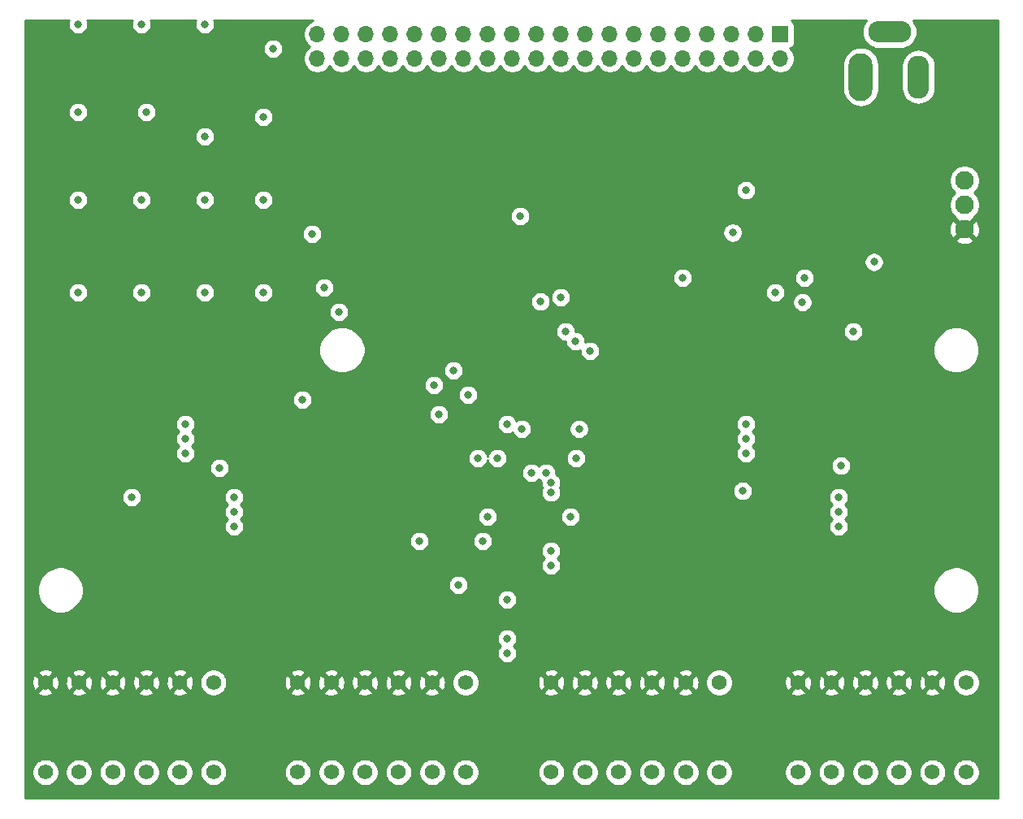
<source format=gbr>
G04 #@! TF.GenerationSoftware,KiCad,Pcbnew,5.1.5*
G04 #@! TF.CreationDate,2020-04-29T22:13:39-04:00*
G04 #@! TF.ProjectId,EVE-PCB-V2,4556452d-5043-4422-9d56-322e6b696361,rev?*
G04 #@! TF.SameCoordinates,Original*
G04 #@! TF.FileFunction,Copper,L4,Bot*
G04 #@! TF.FilePolarity,Positive*
%FSLAX46Y46*%
G04 Gerber Fmt 4.6, Leading zero omitted, Abs format (unit mm)*
G04 Created by KiCad (PCBNEW 5.1.5) date 2020-04-29 22:13:39*
%MOMM*%
%LPD*%
G04 APERTURE LIST*
%ADD10O,1.700000X1.700000*%
%ADD11R,1.700000X1.700000*%
%ADD12O,4.500000X2.250000*%
%ADD13O,2.250000X4.500000*%
%ADD14O,2.500000X5.000000*%
%ADD15C,1.575000*%
%ADD16C,1.950000*%
%ADD17C,0.800000*%
%ADD18C,0.500000*%
%ADD19C,0.254000*%
G04 APERTURE END LIST*
D10*
X119413346Y-39638769D03*
X119413346Y-37098769D03*
X121953346Y-39638769D03*
X121953346Y-37098769D03*
X124493346Y-39638769D03*
X124493346Y-37098769D03*
X127033346Y-39638769D03*
X127033346Y-37098769D03*
X129573346Y-39638769D03*
X129573346Y-37098769D03*
X132113346Y-39638769D03*
X132113346Y-37098769D03*
X134653346Y-39638769D03*
X134653346Y-37098769D03*
X137193346Y-39638769D03*
X137193346Y-37098769D03*
X139733346Y-39638769D03*
X139733346Y-37098769D03*
X142273346Y-39638769D03*
X142273346Y-37098769D03*
X144813346Y-39638769D03*
X144813346Y-37098769D03*
X147353346Y-39638769D03*
X147353346Y-37098769D03*
X149893346Y-39638769D03*
X149893346Y-37098769D03*
X152433346Y-39638769D03*
X152433346Y-37098769D03*
X154973346Y-39638769D03*
X154973346Y-37098769D03*
X157513346Y-39638769D03*
X157513346Y-37098769D03*
X160053346Y-39638769D03*
X160053346Y-37098769D03*
X162593346Y-39638769D03*
X162593346Y-37098769D03*
X165133346Y-39638769D03*
X165133346Y-37098769D03*
X167673346Y-39638769D03*
D11*
X167673346Y-37098769D03*
D12*
X179055346Y-36843769D03*
D13*
X182055346Y-41543769D03*
D14*
X176055346Y-41543769D03*
D15*
X187014846Y-104650000D03*
X187014846Y-114000000D03*
X183514846Y-104650000D03*
X183514846Y-114000000D03*
X180014846Y-104650000D03*
X180014846Y-114000000D03*
X176514846Y-104650000D03*
X176514846Y-114000000D03*
X173014846Y-104650000D03*
X173014846Y-114000000D03*
X169514846Y-104650000D03*
X169514846Y-114000000D03*
X161297346Y-104650000D03*
X161297346Y-114000000D03*
X157797346Y-104650000D03*
X157797346Y-114000000D03*
X154297346Y-104650000D03*
X154297346Y-114000000D03*
X150797346Y-104650000D03*
X150797346Y-114000000D03*
X147297346Y-104650000D03*
X147297346Y-114000000D03*
X143797346Y-104650000D03*
X143797346Y-114000000D03*
X134881346Y-104650000D03*
X134881346Y-114000000D03*
X131381346Y-104650000D03*
X131381346Y-114000000D03*
X127881346Y-104650000D03*
X127881346Y-114000000D03*
X124381346Y-104650000D03*
X124381346Y-114000000D03*
X120881346Y-104650000D03*
X120881346Y-114000000D03*
X117381346Y-104650000D03*
X117381346Y-114000000D03*
X108592346Y-104650000D03*
X108592346Y-114000000D03*
X105092346Y-104650000D03*
X105092346Y-114000000D03*
X101592346Y-104650000D03*
X101592346Y-114000000D03*
X98092346Y-104650000D03*
X98092346Y-114000000D03*
X94592346Y-104650000D03*
X94592346Y-114000000D03*
X91092346Y-104650000D03*
X91092346Y-114000000D03*
D16*
X186850346Y-52338769D03*
X186850346Y-54878769D03*
X186850346Y-57418769D03*
D17*
X101600000Y-49530000D03*
X101600000Y-40640000D03*
X101600000Y-58420000D03*
X101600000Y-68580000D03*
X164338000Y-88646000D03*
X105156000Y-88900000D03*
X110744000Y-78232000D03*
X173228000Y-78232000D03*
X166624000Y-43688000D03*
X94289731Y-40838269D03*
X108005731Y-40838269D03*
X94808231Y-49971769D03*
X108270231Y-49971769D03*
X96152231Y-59041769D03*
X95972231Y-68365769D03*
X108418231Y-68365769D03*
X108598231Y-59041769D03*
X135128000Y-74676000D03*
X175260000Y-68072000D03*
X117856000Y-75184000D03*
X145796000Y-87376000D03*
X139192000Y-96012000D03*
X177426346Y-60825654D03*
X118872000Y-57912000D03*
X140558846Y-56037154D03*
X143776848Y-83832440D03*
X146701084Y-78232000D03*
X134112000Y-94488000D03*
X139192000Y-77724000D03*
X157480000Y-62484000D03*
X94488000Y-36068000D03*
X173736000Y-88392000D03*
X101092000Y-36068000D03*
X173736000Y-86868000D03*
X173736000Y-85344000D03*
X114808000Y-38608000D03*
X107696000Y-36068000D03*
X173975231Y-82056769D03*
X164084000Y-77724000D03*
X107696000Y-47752000D03*
X113792000Y-45720000D03*
X164084000Y-79248000D03*
X101600000Y-45212000D03*
X164084000Y-80772000D03*
X94488000Y-45212000D03*
X163744000Y-84668000D03*
X110744000Y-88392000D03*
X113792000Y-54356000D03*
X110744000Y-86868000D03*
X113792000Y-64008000D03*
X110744000Y-85344000D03*
X101092000Y-54356000D03*
X94488000Y-54356000D03*
X109220000Y-82296000D03*
X105664000Y-77724000D03*
X107696000Y-64008000D03*
X105664000Y-79248000D03*
X107696000Y-54356000D03*
X105664000Y-80772000D03*
X101092000Y-64008000D03*
X94488000Y-64008000D03*
X100076000Y-85344000D03*
X169961885Y-65024000D03*
X147828000Y-70104000D03*
X145288000Y-68072000D03*
X164077443Y-53346557D03*
X146304000Y-69088000D03*
X162704942Y-57767058D03*
X136652000Y-89916000D03*
X139192000Y-101600000D03*
X139192000Y-100076000D03*
X143764000Y-92456000D03*
X131572000Y-73660000D03*
X137160000Y-87376000D03*
X132080000Y-76708000D03*
X130048000Y-89916000D03*
X143781297Y-84853297D03*
X143764000Y-90932000D03*
X133604000Y-72136000D03*
X141732000Y-82804000D03*
X146381082Y-81280000D03*
X167132000Y-64008000D03*
X144780000Y-64516000D03*
X120142000Y-63500000D03*
X136144000Y-81280000D03*
X140716000Y-78232000D03*
X170180000Y-62484000D03*
X143256000Y-82804000D03*
X138176000Y-81280000D03*
X142683795Y-64959795D03*
X121666000Y-66040000D03*
D18*
X105156000Y-104586346D02*
X105092346Y-104650000D01*
D19*
G36*
X93492774Y-35766102D02*
G01*
X93453000Y-35966061D01*
X93453000Y-36169939D01*
X93492774Y-36369898D01*
X93570795Y-36558256D01*
X93684063Y-36727774D01*
X93828226Y-36871937D01*
X93997744Y-36985205D01*
X94186102Y-37063226D01*
X94386061Y-37103000D01*
X94589939Y-37103000D01*
X94789898Y-37063226D01*
X94978256Y-36985205D01*
X95147774Y-36871937D01*
X95291937Y-36727774D01*
X95405205Y-36558256D01*
X95483226Y-36369898D01*
X95523000Y-36169939D01*
X95523000Y-35966061D01*
X95483226Y-35766102D01*
X95450461Y-35687000D01*
X100129539Y-35687000D01*
X100096774Y-35766102D01*
X100057000Y-35966061D01*
X100057000Y-36169939D01*
X100096774Y-36369898D01*
X100174795Y-36558256D01*
X100288063Y-36727774D01*
X100432226Y-36871937D01*
X100601744Y-36985205D01*
X100790102Y-37063226D01*
X100990061Y-37103000D01*
X101193939Y-37103000D01*
X101393898Y-37063226D01*
X101582256Y-36985205D01*
X101751774Y-36871937D01*
X101895937Y-36727774D01*
X102009205Y-36558256D01*
X102087226Y-36369898D01*
X102127000Y-36169939D01*
X102127000Y-35966061D01*
X102087226Y-35766102D01*
X102054461Y-35687000D01*
X106733539Y-35687000D01*
X106700774Y-35766102D01*
X106661000Y-35966061D01*
X106661000Y-36169939D01*
X106700774Y-36369898D01*
X106778795Y-36558256D01*
X106892063Y-36727774D01*
X107036226Y-36871937D01*
X107205744Y-36985205D01*
X107394102Y-37063226D01*
X107594061Y-37103000D01*
X107797939Y-37103000D01*
X107997898Y-37063226D01*
X108186256Y-36985205D01*
X108355774Y-36871937D01*
X108499937Y-36727774D01*
X108613205Y-36558256D01*
X108691226Y-36369898D01*
X108731000Y-36169939D01*
X108731000Y-35966061D01*
X108691226Y-35766102D01*
X108658461Y-35687000D01*
X118941167Y-35687000D01*
X118709935Y-35782779D01*
X118466714Y-35945294D01*
X118259871Y-36152137D01*
X118097356Y-36395358D01*
X117985414Y-36665611D01*
X117928346Y-36952509D01*
X117928346Y-37245029D01*
X117985414Y-37531927D01*
X118097356Y-37802180D01*
X118259871Y-38045401D01*
X118466714Y-38252244D01*
X118641106Y-38368769D01*
X118466714Y-38485294D01*
X118259871Y-38692137D01*
X118097356Y-38935358D01*
X117985414Y-39205611D01*
X117928346Y-39492509D01*
X117928346Y-39785029D01*
X117985414Y-40071927D01*
X118097356Y-40342180D01*
X118259871Y-40585401D01*
X118466714Y-40792244D01*
X118709935Y-40954759D01*
X118980188Y-41066701D01*
X119267086Y-41123769D01*
X119559606Y-41123769D01*
X119846504Y-41066701D01*
X120116757Y-40954759D01*
X120359978Y-40792244D01*
X120566821Y-40585401D01*
X120683346Y-40411009D01*
X120799871Y-40585401D01*
X121006714Y-40792244D01*
X121249935Y-40954759D01*
X121520188Y-41066701D01*
X121807086Y-41123769D01*
X122099606Y-41123769D01*
X122386504Y-41066701D01*
X122656757Y-40954759D01*
X122899978Y-40792244D01*
X123106821Y-40585401D01*
X123223346Y-40411009D01*
X123339871Y-40585401D01*
X123546714Y-40792244D01*
X123789935Y-40954759D01*
X124060188Y-41066701D01*
X124347086Y-41123769D01*
X124639606Y-41123769D01*
X124926504Y-41066701D01*
X125196757Y-40954759D01*
X125439978Y-40792244D01*
X125646821Y-40585401D01*
X125763346Y-40411009D01*
X125879871Y-40585401D01*
X126086714Y-40792244D01*
X126329935Y-40954759D01*
X126600188Y-41066701D01*
X126887086Y-41123769D01*
X127179606Y-41123769D01*
X127466504Y-41066701D01*
X127736757Y-40954759D01*
X127979978Y-40792244D01*
X128186821Y-40585401D01*
X128303346Y-40411009D01*
X128419871Y-40585401D01*
X128626714Y-40792244D01*
X128869935Y-40954759D01*
X129140188Y-41066701D01*
X129427086Y-41123769D01*
X129719606Y-41123769D01*
X130006504Y-41066701D01*
X130276757Y-40954759D01*
X130519978Y-40792244D01*
X130726821Y-40585401D01*
X130843346Y-40411009D01*
X130959871Y-40585401D01*
X131166714Y-40792244D01*
X131409935Y-40954759D01*
X131680188Y-41066701D01*
X131967086Y-41123769D01*
X132259606Y-41123769D01*
X132546504Y-41066701D01*
X132816757Y-40954759D01*
X133059978Y-40792244D01*
X133266821Y-40585401D01*
X133383346Y-40411009D01*
X133499871Y-40585401D01*
X133706714Y-40792244D01*
X133949935Y-40954759D01*
X134220188Y-41066701D01*
X134507086Y-41123769D01*
X134799606Y-41123769D01*
X135086504Y-41066701D01*
X135356757Y-40954759D01*
X135599978Y-40792244D01*
X135806821Y-40585401D01*
X135923346Y-40411009D01*
X136039871Y-40585401D01*
X136246714Y-40792244D01*
X136489935Y-40954759D01*
X136760188Y-41066701D01*
X137047086Y-41123769D01*
X137339606Y-41123769D01*
X137626504Y-41066701D01*
X137896757Y-40954759D01*
X138139978Y-40792244D01*
X138346821Y-40585401D01*
X138463346Y-40411009D01*
X138579871Y-40585401D01*
X138786714Y-40792244D01*
X139029935Y-40954759D01*
X139300188Y-41066701D01*
X139587086Y-41123769D01*
X139879606Y-41123769D01*
X140166504Y-41066701D01*
X140436757Y-40954759D01*
X140679978Y-40792244D01*
X140886821Y-40585401D01*
X141003346Y-40411009D01*
X141119871Y-40585401D01*
X141326714Y-40792244D01*
X141569935Y-40954759D01*
X141840188Y-41066701D01*
X142127086Y-41123769D01*
X142419606Y-41123769D01*
X142706504Y-41066701D01*
X142976757Y-40954759D01*
X143219978Y-40792244D01*
X143426821Y-40585401D01*
X143543346Y-40411009D01*
X143659871Y-40585401D01*
X143866714Y-40792244D01*
X144109935Y-40954759D01*
X144380188Y-41066701D01*
X144667086Y-41123769D01*
X144959606Y-41123769D01*
X145246504Y-41066701D01*
X145516757Y-40954759D01*
X145759978Y-40792244D01*
X145966821Y-40585401D01*
X146083346Y-40411009D01*
X146199871Y-40585401D01*
X146406714Y-40792244D01*
X146649935Y-40954759D01*
X146920188Y-41066701D01*
X147207086Y-41123769D01*
X147499606Y-41123769D01*
X147786504Y-41066701D01*
X148056757Y-40954759D01*
X148299978Y-40792244D01*
X148506821Y-40585401D01*
X148623346Y-40411009D01*
X148739871Y-40585401D01*
X148946714Y-40792244D01*
X149189935Y-40954759D01*
X149460188Y-41066701D01*
X149747086Y-41123769D01*
X150039606Y-41123769D01*
X150326504Y-41066701D01*
X150596757Y-40954759D01*
X150839978Y-40792244D01*
X151046821Y-40585401D01*
X151163346Y-40411009D01*
X151279871Y-40585401D01*
X151486714Y-40792244D01*
X151729935Y-40954759D01*
X152000188Y-41066701D01*
X152287086Y-41123769D01*
X152579606Y-41123769D01*
X152866504Y-41066701D01*
X153136757Y-40954759D01*
X153379978Y-40792244D01*
X153586821Y-40585401D01*
X153703346Y-40411009D01*
X153819871Y-40585401D01*
X154026714Y-40792244D01*
X154269935Y-40954759D01*
X154540188Y-41066701D01*
X154827086Y-41123769D01*
X155119606Y-41123769D01*
X155406504Y-41066701D01*
X155676757Y-40954759D01*
X155919978Y-40792244D01*
X156126821Y-40585401D01*
X156243346Y-40411009D01*
X156359871Y-40585401D01*
X156566714Y-40792244D01*
X156809935Y-40954759D01*
X157080188Y-41066701D01*
X157367086Y-41123769D01*
X157659606Y-41123769D01*
X157946504Y-41066701D01*
X158216757Y-40954759D01*
X158459978Y-40792244D01*
X158666821Y-40585401D01*
X158783346Y-40411009D01*
X158899871Y-40585401D01*
X159106714Y-40792244D01*
X159349935Y-40954759D01*
X159620188Y-41066701D01*
X159907086Y-41123769D01*
X160199606Y-41123769D01*
X160486504Y-41066701D01*
X160756757Y-40954759D01*
X160999978Y-40792244D01*
X161206821Y-40585401D01*
X161323346Y-40411009D01*
X161439871Y-40585401D01*
X161646714Y-40792244D01*
X161889935Y-40954759D01*
X162160188Y-41066701D01*
X162447086Y-41123769D01*
X162739606Y-41123769D01*
X163026504Y-41066701D01*
X163296757Y-40954759D01*
X163539978Y-40792244D01*
X163746821Y-40585401D01*
X163863346Y-40411009D01*
X163979871Y-40585401D01*
X164186714Y-40792244D01*
X164429935Y-40954759D01*
X164700188Y-41066701D01*
X164987086Y-41123769D01*
X165279606Y-41123769D01*
X165566504Y-41066701D01*
X165836757Y-40954759D01*
X166079978Y-40792244D01*
X166286821Y-40585401D01*
X166403346Y-40411009D01*
X166519871Y-40585401D01*
X166726714Y-40792244D01*
X166969935Y-40954759D01*
X167240188Y-41066701D01*
X167527086Y-41123769D01*
X167819606Y-41123769D01*
X168106504Y-41066701D01*
X168376757Y-40954759D01*
X168619978Y-40792244D01*
X168826821Y-40585401D01*
X168989336Y-40342180D01*
X169047742Y-40201173D01*
X174170346Y-40201173D01*
X174170347Y-42886366D01*
X174197622Y-43163293D01*
X174305408Y-43518617D01*
X174480444Y-43846086D01*
X174716002Y-44133114D01*
X175003030Y-44368672D01*
X175330499Y-44543708D01*
X175685823Y-44651494D01*
X176055346Y-44687889D01*
X176424870Y-44651494D01*
X176780194Y-44543708D01*
X177107663Y-44368672D01*
X177394691Y-44133114D01*
X177630249Y-43846086D01*
X177805285Y-43518617D01*
X177913071Y-43163293D01*
X177940346Y-42886366D01*
X177940346Y-40332317D01*
X180295346Y-40332317D01*
X180295347Y-42755222D01*
X180320814Y-43013789D01*
X180421452Y-43345550D01*
X180584881Y-43651303D01*
X180804818Y-43919298D01*
X181072813Y-44139235D01*
X181378566Y-44302664D01*
X181710327Y-44403302D01*
X182055346Y-44437284D01*
X182400366Y-44403302D01*
X182732127Y-44302664D01*
X183037880Y-44139235D01*
X183305875Y-43919298D01*
X183525812Y-43651303D01*
X183689241Y-43345550D01*
X183789879Y-43013789D01*
X183815346Y-42755222D01*
X183815346Y-40332316D01*
X183789879Y-40073749D01*
X183689241Y-39741988D01*
X183525812Y-39436235D01*
X183305875Y-39168240D01*
X183037879Y-38948303D01*
X182732126Y-38784874D01*
X182400365Y-38684236D01*
X182055346Y-38650254D01*
X181710326Y-38684236D01*
X181378565Y-38784874D01*
X181072812Y-38948303D01*
X180804817Y-39168240D01*
X180584880Y-39436236D01*
X180421451Y-39741989D01*
X180320813Y-40073750D01*
X180295346Y-40332317D01*
X177940346Y-40332317D01*
X177940346Y-40201172D01*
X177913071Y-39924245D01*
X177805285Y-39568921D01*
X177630249Y-39241452D01*
X177394691Y-38954424D01*
X177107663Y-38718866D01*
X176780193Y-38543830D01*
X176424869Y-38436044D01*
X176055346Y-38399649D01*
X175685822Y-38436044D01*
X175330498Y-38543830D01*
X175003029Y-38718866D01*
X174716001Y-38954424D01*
X174480443Y-39241452D01*
X174305407Y-39568922D01*
X174197621Y-39924246D01*
X174170346Y-40201173D01*
X169047742Y-40201173D01*
X169101278Y-40071927D01*
X169158346Y-39785029D01*
X169158346Y-39492509D01*
X169101278Y-39205611D01*
X168989336Y-38935358D01*
X168826821Y-38692137D01*
X168694966Y-38560282D01*
X168767526Y-38538271D01*
X168877840Y-38479306D01*
X168974531Y-38399954D01*
X169053883Y-38303263D01*
X169112848Y-38192949D01*
X169149158Y-38073251D01*
X169161418Y-37948769D01*
X169161418Y-36248769D01*
X169149158Y-36124287D01*
X169112848Y-36004589D01*
X169053883Y-35894275D01*
X168974531Y-35797584D01*
X168877840Y-35718232D01*
X168819410Y-35687000D01*
X176602870Y-35687000D01*
X176459880Y-35861235D01*
X176296451Y-36166988D01*
X176195813Y-36498749D01*
X176161831Y-36843769D01*
X176195813Y-37188789D01*
X176296451Y-37520550D01*
X176459880Y-37826303D01*
X176679817Y-38094298D01*
X176947812Y-38314235D01*
X177253565Y-38477664D01*
X177585326Y-38578302D01*
X177843893Y-38603769D01*
X180266799Y-38603769D01*
X180525366Y-38578302D01*
X180857127Y-38477664D01*
X181162880Y-38314235D01*
X181430875Y-38094298D01*
X181650812Y-37826303D01*
X181814241Y-37520550D01*
X181914879Y-37188789D01*
X181948861Y-36843769D01*
X181914879Y-36498749D01*
X181814241Y-36166988D01*
X181650812Y-35861235D01*
X181507822Y-35687000D01*
X190343347Y-35687000D01*
X190343346Y-116713000D01*
X89027000Y-116713000D01*
X89027000Y-113859896D01*
X89669846Y-113859896D01*
X89669846Y-114140104D01*
X89724512Y-114414928D01*
X89831743Y-114673806D01*
X89987418Y-114906791D01*
X90185555Y-115104928D01*
X90418540Y-115260603D01*
X90677418Y-115367834D01*
X90952242Y-115422500D01*
X91232450Y-115422500D01*
X91507274Y-115367834D01*
X91766152Y-115260603D01*
X91999137Y-115104928D01*
X92197274Y-114906791D01*
X92352949Y-114673806D01*
X92460180Y-114414928D01*
X92514846Y-114140104D01*
X92514846Y-113859896D01*
X93169846Y-113859896D01*
X93169846Y-114140104D01*
X93224512Y-114414928D01*
X93331743Y-114673806D01*
X93487418Y-114906791D01*
X93685555Y-115104928D01*
X93918540Y-115260603D01*
X94177418Y-115367834D01*
X94452242Y-115422500D01*
X94732450Y-115422500D01*
X95007274Y-115367834D01*
X95266152Y-115260603D01*
X95499137Y-115104928D01*
X95697274Y-114906791D01*
X95852949Y-114673806D01*
X95960180Y-114414928D01*
X96014846Y-114140104D01*
X96014846Y-113859896D01*
X96669846Y-113859896D01*
X96669846Y-114140104D01*
X96724512Y-114414928D01*
X96831743Y-114673806D01*
X96987418Y-114906791D01*
X97185555Y-115104928D01*
X97418540Y-115260603D01*
X97677418Y-115367834D01*
X97952242Y-115422500D01*
X98232450Y-115422500D01*
X98507274Y-115367834D01*
X98766152Y-115260603D01*
X98999137Y-115104928D01*
X99197274Y-114906791D01*
X99352949Y-114673806D01*
X99460180Y-114414928D01*
X99514846Y-114140104D01*
X99514846Y-113859896D01*
X100169846Y-113859896D01*
X100169846Y-114140104D01*
X100224512Y-114414928D01*
X100331743Y-114673806D01*
X100487418Y-114906791D01*
X100685555Y-115104928D01*
X100918540Y-115260603D01*
X101177418Y-115367834D01*
X101452242Y-115422500D01*
X101732450Y-115422500D01*
X102007274Y-115367834D01*
X102266152Y-115260603D01*
X102499137Y-115104928D01*
X102697274Y-114906791D01*
X102852949Y-114673806D01*
X102960180Y-114414928D01*
X103014846Y-114140104D01*
X103014846Y-113859896D01*
X103669846Y-113859896D01*
X103669846Y-114140104D01*
X103724512Y-114414928D01*
X103831743Y-114673806D01*
X103987418Y-114906791D01*
X104185555Y-115104928D01*
X104418540Y-115260603D01*
X104677418Y-115367834D01*
X104952242Y-115422500D01*
X105232450Y-115422500D01*
X105507274Y-115367834D01*
X105766152Y-115260603D01*
X105999137Y-115104928D01*
X106197274Y-114906791D01*
X106352949Y-114673806D01*
X106460180Y-114414928D01*
X106514846Y-114140104D01*
X106514846Y-113859896D01*
X107169846Y-113859896D01*
X107169846Y-114140104D01*
X107224512Y-114414928D01*
X107331743Y-114673806D01*
X107487418Y-114906791D01*
X107685555Y-115104928D01*
X107918540Y-115260603D01*
X108177418Y-115367834D01*
X108452242Y-115422500D01*
X108732450Y-115422500D01*
X109007274Y-115367834D01*
X109266152Y-115260603D01*
X109499137Y-115104928D01*
X109697274Y-114906791D01*
X109852949Y-114673806D01*
X109960180Y-114414928D01*
X110014846Y-114140104D01*
X110014846Y-113859896D01*
X115958846Y-113859896D01*
X115958846Y-114140104D01*
X116013512Y-114414928D01*
X116120743Y-114673806D01*
X116276418Y-114906791D01*
X116474555Y-115104928D01*
X116707540Y-115260603D01*
X116966418Y-115367834D01*
X117241242Y-115422500D01*
X117521450Y-115422500D01*
X117796274Y-115367834D01*
X118055152Y-115260603D01*
X118288137Y-115104928D01*
X118486274Y-114906791D01*
X118641949Y-114673806D01*
X118749180Y-114414928D01*
X118803846Y-114140104D01*
X118803846Y-113859896D01*
X119458846Y-113859896D01*
X119458846Y-114140104D01*
X119513512Y-114414928D01*
X119620743Y-114673806D01*
X119776418Y-114906791D01*
X119974555Y-115104928D01*
X120207540Y-115260603D01*
X120466418Y-115367834D01*
X120741242Y-115422500D01*
X121021450Y-115422500D01*
X121296274Y-115367834D01*
X121555152Y-115260603D01*
X121788137Y-115104928D01*
X121986274Y-114906791D01*
X122141949Y-114673806D01*
X122249180Y-114414928D01*
X122303846Y-114140104D01*
X122303846Y-113859896D01*
X122958846Y-113859896D01*
X122958846Y-114140104D01*
X123013512Y-114414928D01*
X123120743Y-114673806D01*
X123276418Y-114906791D01*
X123474555Y-115104928D01*
X123707540Y-115260603D01*
X123966418Y-115367834D01*
X124241242Y-115422500D01*
X124521450Y-115422500D01*
X124796274Y-115367834D01*
X125055152Y-115260603D01*
X125288137Y-115104928D01*
X125486274Y-114906791D01*
X125641949Y-114673806D01*
X125749180Y-114414928D01*
X125803846Y-114140104D01*
X125803846Y-113859896D01*
X126458846Y-113859896D01*
X126458846Y-114140104D01*
X126513512Y-114414928D01*
X126620743Y-114673806D01*
X126776418Y-114906791D01*
X126974555Y-115104928D01*
X127207540Y-115260603D01*
X127466418Y-115367834D01*
X127741242Y-115422500D01*
X128021450Y-115422500D01*
X128296274Y-115367834D01*
X128555152Y-115260603D01*
X128788137Y-115104928D01*
X128986274Y-114906791D01*
X129141949Y-114673806D01*
X129249180Y-114414928D01*
X129303846Y-114140104D01*
X129303846Y-113859896D01*
X129958846Y-113859896D01*
X129958846Y-114140104D01*
X130013512Y-114414928D01*
X130120743Y-114673806D01*
X130276418Y-114906791D01*
X130474555Y-115104928D01*
X130707540Y-115260603D01*
X130966418Y-115367834D01*
X131241242Y-115422500D01*
X131521450Y-115422500D01*
X131796274Y-115367834D01*
X132055152Y-115260603D01*
X132288137Y-115104928D01*
X132486274Y-114906791D01*
X132641949Y-114673806D01*
X132749180Y-114414928D01*
X132803846Y-114140104D01*
X132803846Y-113859896D01*
X133458846Y-113859896D01*
X133458846Y-114140104D01*
X133513512Y-114414928D01*
X133620743Y-114673806D01*
X133776418Y-114906791D01*
X133974555Y-115104928D01*
X134207540Y-115260603D01*
X134466418Y-115367834D01*
X134741242Y-115422500D01*
X135021450Y-115422500D01*
X135296274Y-115367834D01*
X135555152Y-115260603D01*
X135788137Y-115104928D01*
X135986274Y-114906791D01*
X136141949Y-114673806D01*
X136249180Y-114414928D01*
X136303846Y-114140104D01*
X136303846Y-113859896D01*
X142374846Y-113859896D01*
X142374846Y-114140104D01*
X142429512Y-114414928D01*
X142536743Y-114673806D01*
X142692418Y-114906791D01*
X142890555Y-115104928D01*
X143123540Y-115260603D01*
X143382418Y-115367834D01*
X143657242Y-115422500D01*
X143937450Y-115422500D01*
X144212274Y-115367834D01*
X144471152Y-115260603D01*
X144704137Y-115104928D01*
X144902274Y-114906791D01*
X145057949Y-114673806D01*
X145165180Y-114414928D01*
X145219846Y-114140104D01*
X145219846Y-113859896D01*
X145874846Y-113859896D01*
X145874846Y-114140104D01*
X145929512Y-114414928D01*
X146036743Y-114673806D01*
X146192418Y-114906791D01*
X146390555Y-115104928D01*
X146623540Y-115260603D01*
X146882418Y-115367834D01*
X147157242Y-115422500D01*
X147437450Y-115422500D01*
X147712274Y-115367834D01*
X147971152Y-115260603D01*
X148204137Y-115104928D01*
X148402274Y-114906791D01*
X148557949Y-114673806D01*
X148665180Y-114414928D01*
X148719846Y-114140104D01*
X148719846Y-113859896D01*
X149374846Y-113859896D01*
X149374846Y-114140104D01*
X149429512Y-114414928D01*
X149536743Y-114673806D01*
X149692418Y-114906791D01*
X149890555Y-115104928D01*
X150123540Y-115260603D01*
X150382418Y-115367834D01*
X150657242Y-115422500D01*
X150937450Y-115422500D01*
X151212274Y-115367834D01*
X151471152Y-115260603D01*
X151704137Y-115104928D01*
X151902274Y-114906791D01*
X152057949Y-114673806D01*
X152165180Y-114414928D01*
X152219846Y-114140104D01*
X152219846Y-113859896D01*
X152874846Y-113859896D01*
X152874846Y-114140104D01*
X152929512Y-114414928D01*
X153036743Y-114673806D01*
X153192418Y-114906791D01*
X153390555Y-115104928D01*
X153623540Y-115260603D01*
X153882418Y-115367834D01*
X154157242Y-115422500D01*
X154437450Y-115422500D01*
X154712274Y-115367834D01*
X154971152Y-115260603D01*
X155204137Y-115104928D01*
X155402274Y-114906791D01*
X155557949Y-114673806D01*
X155665180Y-114414928D01*
X155719846Y-114140104D01*
X155719846Y-113859896D01*
X156374846Y-113859896D01*
X156374846Y-114140104D01*
X156429512Y-114414928D01*
X156536743Y-114673806D01*
X156692418Y-114906791D01*
X156890555Y-115104928D01*
X157123540Y-115260603D01*
X157382418Y-115367834D01*
X157657242Y-115422500D01*
X157937450Y-115422500D01*
X158212274Y-115367834D01*
X158471152Y-115260603D01*
X158704137Y-115104928D01*
X158902274Y-114906791D01*
X159057949Y-114673806D01*
X159165180Y-114414928D01*
X159219846Y-114140104D01*
X159219846Y-113859896D01*
X159874846Y-113859896D01*
X159874846Y-114140104D01*
X159929512Y-114414928D01*
X160036743Y-114673806D01*
X160192418Y-114906791D01*
X160390555Y-115104928D01*
X160623540Y-115260603D01*
X160882418Y-115367834D01*
X161157242Y-115422500D01*
X161437450Y-115422500D01*
X161712274Y-115367834D01*
X161971152Y-115260603D01*
X162204137Y-115104928D01*
X162402274Y-114906791D01*
X162557949Y-114673806D01*
X162665180Y-114414928D01*
X162719846Y-114140104D01*
X162719846Y-113859896D01*
X168092346Y-113859896D01*
X168092346Y-114140104D01*
X168147012Y-114414928D01*
X168254243Y-114673806D01*
X168409918Y-114906791D01*
X168608055Y-115104928D01*
X168841040Y-115260603D01*
X169099918Y-115367834D01*
X169374742Y-115422500D01*
X169654950Y-115422500D01*
X169929774Y-115367834D01*
X170188652Y-115260603D01*
X170421637Y-115104928D01*
X170619774Y-114906791D01*
X170775449Y-114673806D01*
X170882680Y-114414928D01*
X170937346Y-114140104D01*
X170937346Y-113859896D01*
X171592346Y-113859896D01*
X171592346Y-114140104D01*
X171647012Y-114414928D01*
X171754243Y-114673806D01*
X171909918Y-114906791D01*
X172108055Y-115104928D01*
X172341040Y-115260603D01*
X172599918Y-115367834D01*
X172874742Y-115422500D01*
X173154950Y-115422500D01*
X173429774Y-115367834D01*
X173688652Y-115260603D01*
X173921637Y-115104928D01*
X174119774Y-114906791D01*
X174275449Y-114673806D01*
X174382680Y-114414928D01*
X174437346Y-114140104D01*
X174437346Y-113859896D01*
X175092346Y-113859896D01*
X175092346Y-114140104D01*
X175147012Y-114414928D01*
X175254243Y-114673806D01*
X175409918Y-114906791D01*
X175608055Y-115104928D01*
X175841040Y-115260603D01*
X176099918Y-115367834D01*
X176374742Y-115422500D01*
X176654950Y-115422500D01*
X176929774Y-115367834D01*
X177188652Y-115260603D01*
X177421637Y-115104928D01*
X177619774Y-114906791D01*
X177775449Y-114673806D01*
X177882680Y-114414928D01*
X177937346Y-114140104D01*
X177937346Y-113859896D01*
X178592346Y-113859896D01*
X178592346Y-114140104D01*
X178647012Y-114414928D01*
X178754243Y-114673806D01*
X178909918Y-114906791D01*
X179108055Y-115104928D01*
X179341040Y-115260603D01*
X179599918Y-115367834D01*
X179874742Y-115422500D01*
X180154950Y-115422500D01*
X180429774Y-115367834D01*
X180688652Y-115260603D01*
X180921637Y-115104928D01*
X181119774Y-114906791D01*
X181275449Y-114673806D01*
X181382680Y-114414928D01*
X181437346Y-114140104D01*
X181437346Y-113859896D01*
X182092346Y-113859896D01*
X182092346Y-114140104D01*
X182147012Y-114414928D01*
X182254243Y-114673806D01*
X182409918Y-114906791D01*
X182608055Y-115104928D01*
X182841040Y-115260603D01*
X183099918Y-115367834D01*
X183374742Y-115422500D01*
X183654950Y-115422500D01*
X183929774Y-115367834D01*
X184188652Y-115260603D01*
X184421637Y-115104928D01*
X184619774Y-114906791D01*
X184775449Y-114673806D01*
X184882680Y-114414928D01*
X184937346Y-114140104D01*
X184937346Y-113859896D01*
X185592346Y-113859896D01*
X185592346Y-114140104D01*
X185647012Y-114414928D01*
X185754243Y-114673806D01*
X185909918Y-114906791D01*
X186108055Y-115104928D01*
X186341040Y-115260603D01*
X186599918Y-115367834D01*
X186874742Y-115422500D01*
X187154950Y-115422500D01*
X187429774Y-115367834D01*
X187688652Y-115260603D01*
X187921637Y-115104928D01*
X188119774Y-114906791D01*
X188275449Y-114673806D01*
X188382680Y-114414928D01*
X188437346Y-114140104D01*
X188437346Y-113859896D01*
X188382680Y-113585072D01*
X188275449Y-113326194D01*
X188119774Y-113093209D01*
X187921637Y-112895072D01*
X187688652Y-112739397D01*
X187429774Y-112632166D01*
X187154950Y-112577500D01*
X186874742Y-112577500D01*
X186599918Y-112632166D01*
X186341040Y-112739397D01*
X186108055Y-112895072D01*
X185909918Y-113093209D01*
X185754243Y-113326194D01*
X185647012Y-113585072D01*
X185592346Y-113859896D01*
X184937346Y-113859896D01*
X184882680Y-113585072D01*
X184775449Y-113326194D01*
X184619774Y-113093209D01*
X184421637Y-112895072D01*
X184188652Y-112739397D01*
X183929774Y-112632166D01*
X183654950Y-112577500D01*
X183374742Y-112577500D01*
X183099918Y-112632166D01*
X182841040Y-112739397D01*
X182608055Y-112895072D01*
X182409918Y-113093209D01*
X182254243Y-113326194D01*
X182147012Y-113585072D01*
X182092346Y-113859896D01*
X181437346Y-113859896D01*
X181382680Y-113585072D01*
X181275449Y-113326194D01*
X181119774Y-113093209D01*
X180921637Y-112895072D01*
X180688652Y-112739397D01*
X180429774Y-112632166D01*
X180154950Y-112577500D01*
X179874742Y-112577500D01*
X179599918Y-112632166D01*
X179341040Y-112739397D01*
X179108055Y-112895072D01*
X178909918Y-113093209D01*
X178754243Y-113326194D01*
X178647012Y-113585072D01*
X178592346Y-113859896D01*
X177937346Y-113859896D01*
X177882680Y-113585072D01*
X177775449Y-113326194D01*
X177619774Y-113093209D01*
X177421637Y-112895072D01*
X177188652Y-112739397D01*
X176929774Y-112632166D01*
X176654950Y-112577500D01*
X176374742Y-112577500D01*
X176099918Y-112632166D01*
X175841040Y-112739397D01*
X175608055Y-112895072D01*
X175409918Y-113093209D01*
X175254243Y-113326194D01*
X175147012Y-113585072D01*
X175092346Y-113859896D01*
X174437346Y-113859896D01*
X174382680Y-113585072D01*
X174275449Y-113326194D01*
X174119774Y-113093209D01*
X173921637Y-112895072D01*
X173688652Y-112739397D01*
X173429774Y-112632166D01*
X173154950Y-112577500D01*
X172874742Y-112577500D01*
X172599918Y-112632166D01*
X172341040Y-112739397D01*
X172108055Y-112895072D01*
X171909918Y-113093209D01*
X171754243Y-113326194D01*
X171647012Y-113585072D01*
X171592346Y-113859896D01*
X170937346Y-113859896D01*
X170882680Y-113585072D01*
X170775449Y-113326194D01*
X170619774Y-113093209D01*
X170421637Y-112895072D01*
X170188652Y-112739397D01*
X169929774Y-112632166D01*
X169654950Y-112577500D01*
X169374742Y-112577500D01*
X169099918Y-112632166D01*
X168841040Y-112739397D01*
X168608055Y-112895072D01*
X168409918Y-113093209D01*
X168254243Y-113326194D01*
X168147012Y-113585072D01*
X168092346Y-113859896D01*
X162719846Y-113859896D01*
X162665180Y-113585072D01*
X162557949Y-113326194D01*
X162402274Y-113093209D01*
X162204137Y-112895072D01*
X161971152Y-112739397D01*
X161712274Y-112632166D01*
X161437450Y-112577500D01*
X161157242Y-112577500D01*
X160882418Y-112632166D01*
X160623540Y-112739397D01*
X160390555Y-112895072D01*
X160192418Y-113093209D01*
X160036743Y-113326194D01*
X159929512Y-113585072D01*
X159874846Y-113859896D01*
X159219846Y-113859896D01*
X159165180Y-113585072D01*
X159057949Y-113326194D01*
X158902274Y-113093209D01*
X158704137Y-112895072D01*
X158471152Y-112739397D01*
X158212274Y-112632166D01*
X157937450Y-112577500D01*
X157657242Y-112577500D01*
X157382418Y-112632166D01*
X157123540Y-112739397D01*
X156890555Y-112895072D01*
X156692418Y-113093209D01*
X156536743Y-113326194D01*
X156429512Y-113585072D01*
X156374846Y-113859896D01*
X155719846Y-113859896D01*
X155665180Y-113585072D01*
X155557949Y-113326194D01*
X155402274Y-113093209D01*
X155204137Y-112895072D01*
X154971152Y-112739397D01*
X154712274Y-112632166D01*
X154437450Y-112577500D01*
X154157242Y-112577500D01*
X153882418Y-112632166D01*
X153623540Y-112739397D01*
X153390555Y-112895072D01*
X153192418Y-113093209D01*
X153036743Y-113326194D01*
X152929512Y-113585072D01*
X152874846Y-113859896D01*
X152219846Y-113859896D01*
X152165180Y-113585072D01*
X152057949Y-113326194D01*
X151902274Y-113093209D01*
X151704137Y-112895072D01*
X151471152Y-112739397D01*
X151212274Y-112632166D01*
X150937450Y-112577500D01*
X150657242Y-112577500D01*
X150382418Y-112632166D01*
X150123540Y-112739397D01*
X149890555Y-112895072D01*
X149692418Y-113093209D01*
X149536743Y-113326194D01*
X149429512Y-113585072D01*
X149374846Y-113859896D01*
X148719846Y-113859896D01*
X148665180Y-113585072D01*
X148557949Y-113326194D01*
X148402274Y-113093209D01*
X148204137Y-112895072D01*
X147971152Y-112739397D01*
X147712274Y-112632166D01*
X147437450Y-112577500D01*
X147157242Y-112577500D01*
X146882418Y-112632166D01*
X146623540Y-112739397D01*
X146390555Y-112895072D01*
X146192418Y-113093209D01*
X146036743Y-113326194D01*
X145929512Y-113585072D01*
X145874846Y-113859896D01*
X145219846Y-113859896D01*
X145165180Y-113585072D01*
X145057949Y-113326194D01*
X144902274Y-113093209D01*
X144704137Y-112895072D01*
X144471152Y-112739397D01*
X144212274Y-112632166D01*
X143937450Y-112577500D01*
X143657242Y-112577500D01*
X143382418Y-112632166D01*
X143123540Y-112739397D01*
X142890555Y-112895072D01*
X142692418Y-113093209D01*
X142536743Y-113326194D01*
X142429512Y-113585072D01*
X142374846Y-113859896D01*
X136303846Y-113859896D01*
X136249180Y-113585072D01*
X136141949Y-113326194D01*
X135986274Y-113093209D01*
X135788137Y-112895072D01*
X135555152Y-112739397D01*
X135296274Y-112632166D01*
X135021450Y-112577500D01*
X134741242Y-112577500D01*
X134466418Y-112632166D01*
X134207540Y-112739397D01*
X133974555Y-112895072D01*
X133776418Y-113093209D01*
X133620743Y-113326194D01*
X133513512Y-113585072D01*
X133458846Y-113859896D01*
X132803846Y-113859896D01*
X132749180Y-113585072D01*
X132641949Y-113326194D01*
X132486274Y-113093209D01*
X132288137Y-112895072D01*
X132055152Y-112739397D01*
X131796274Y-112632166D01*
X131521450Y-112577500D01*
X131241242Y-112577500D01*
X130966418Y-112632166D01*
X130707540Y-112739397D01*
X130474555Y-112895072D01*
X130276418Y-113093209D01*
X130120743Y-113326194D01*
X130013512Y-113585072D01*
X129958846Y-113859896D01*
X129303846Y-113859896D01*
X129249180Y-113585072D01*
X129141949Y-113326194D01*
X128986274Y-113093209D01*
X128788137Y-112895072D01*
X128555152Y-112739397D01*
X128296274Y-112632166D01*
X128021450Y-112577500D01*
X127741242Y-112577500D01*
X127466418Y-112632166D01*
X127207540Y-112739397D01*
X126974555Y-112895072D01*
X126776418Y-113093209D01*
X126620743Y-113326194D01*
X126513512Y-113585072D01*
X126458846Y-113859896D01*
X125803846Y-113859896D01*
X125749180Y-113585072D01*
X125641949Y-113326194D01*
X125486274Y-113093209D01*
X125288137Y-112895072D01*
X125055152Y-112739397D01*
X124796274Y-112632166D01*
X124521450Y-112577500D01*
X124241242Y-112577500D01*
X123966418Y-112632166D01*
X123707540Y-112739397D01*
X123474555Y-112895072D01*
X123276418Y-113093209D01*
X123120743Y-113326194D01*
X123013512Y-113585072D01*
X122958846Y-113859896D01*
X122303846Y-113859896D01*
X122249180Y-113585072D01*
X122141949Y-113326194D01*
X121986274Y-113093209D01*
X121788137Y-112895072D01*
X121555152Y-112739397D01*
X121296274Y-112632166D01*
X121021450Y-112577500D01*
X120741242Y-112577500D01*
X120466418Y-112632166D01*
X120207540Y-112739397D01*
X119974555Y-112895072D01*
X119776418Y-113093209D01*
X119620743Y-113326194D01*
X119513512Y-113585072D01*
X119458846Y-113859896D01*
X118803846Y-113859896D01*
X118749180Y-113585072D01*
X118641949Y-113326194D01*
X118486274Y-113093209D01*
X118288137Y-112895072D01*
X118055152Y-112739397D01*
X117796274Y-112632166D01*
X117521450Y-112577500D01*
X117241242Y-112577500D01*
X116966418Y-112632166D01*
X116707540Y-112739397D01*
X116474555Y-112895072D01*
X116276418Y-113093209D01*
X116120743Y-113326194D01*
X116013512Y-113585072D01*
X115958846Y-113859896D01*
X110014846Y-113859896D01*
X109960180Y-113585072D01*
X109852949Y-113326194D01*
X109697274Y-113093209D01*
X109499137Y-112895072D01*
X109266152Y-112739397D01*
X109007274Y-112632166D01*
X108732450Y-112577500D01*
X108452242Y-112577500D01*
X108177418Y-112632166D01*
X107918540Y-112739397D01*
X107685555Y-112895072D01*
X107487418Y-113093209D01*
X107331743Y-113326194D01*
X107224512Y-113585072D01*
X107169846Y-113859896D01*
X106514846Y-113859896D01*
X106460180Y-113585072D01*
X106352949Y-113326194D01*
X106197274Y-113093209D01*
X105999137Y-112895072D01*
X105766152Y-112739397D01*
X105507274Y-112632166D01*
X105232450Y-112577500D01*
X104952242Y-112577500D01*
X104677418Y-112632166D01*
X104418540Y-112739397D01*
X104185555Y-112895072D01*
X103987418Y-113093209D01*
X103831743Y-113326194D01*
X103724512Y-113585072D01*
X103669846Y-113859896D01*
X103014846Y-113859896D01*
X102960180Y-113585072D01*
X102852949Y-113326194D01*
X102697274Y-113093209D01*
X102499137Y-112895072D01*
X102266152Y-112739397D01*
X102007274Y-112632166D01*
X101732450Y-112577500D01*
X101452242Y-112577500D01*
X101177418Y-112632166D01*
X100918540Y-112739397D01*
X100685555Y-112895072D01*
X100487418Y-113093209D01*
X100331743Y-113326194D01*
X100224512Y-113585072D01*
X100169846Y-113859896D01*
X99514846Y-113859896D01*
X99460180Y-113585072D01*
X99352949Y-113326194D01*
X99197274Y-113093209D01*
X98999137Y-112895072D01*
X98766152Y-112739397D01*
X98507274Y-112632166D01*
X98232450Y-112577500D01*
X97952242Y-112577500D01*
X97677418Y-112632166D01*
X97418540Y-112739397D01*
X97185555Y-112895072D01*
X96987418Y-113093209D01*
X96831743Y-113326194D01*
X96724512Y-113585072D01*
X96669846Y-113859896D01*
X96014846Y-113859896D01*
X95960180Y-113585072D01*
X95852949Y-113326194D01*
X95697274Y-113093209D01*
X95499137Y-112895072D01*
X95266152Y-112739397D01*
X95007274Y-112632166D01*
X94732450Y-112577500D01*
X94452242Y-112577500D01*
X94177418Y-112632166D01*
X93918540Y-112739397D01*
X93685555Y-112895072D01*
X93487418Y-113093209D01*
X93331743Y-113326194D01*
X93224512Y-113585072D01*
X93169846Y-113859896D01*
X92514846Y-113859896D01*
X92460180Y-113585072D01*
X92352949Y-113326194D01*
X92197274Y-113093209D01*
X91999137Y-112895072D01*
X91766152Y-112739397D01*
X91507274Y-112632166D01*
X91232450Y-112577500D01*
X90952242Y-112577500D01*
X90677418Y-112632166D01*
X90418540Y-112739397D01*
X90185555Y-112895072D01*
X89987418Y-113093209D01*
X89831743Y-113326194D01*
X89724512Y-113585072D01*
X89669846Y-113859896D01*
X89027000Y-113859896D01*
X89027000Y-105633776D01*
X90288175Y-105633776D01*
X90358244Y-105876470D01*
X90611622Y-105996121D01*
X90883474Y-106064040D01*
X91163354Y-106077619D01*
X91440503Y-106036334D01*
X91704274Y-105941774D01*
X91826448Y-105876470D01*
X91896517Y-105633776D01*
X93788175Y-105633776D01*
X93858244Y-105876470D01*
X94111622Y-105996121D01*
X94383474Y-106064040D01*
X94663354Y-106077619D01*
X94940503Y-106036334D01*
X95204274Y-105941774D01*
X95326448Y-105876470D01*
X95396517Y-105633776D01*
X97288175Y-105633776D01*
X97358244Y-105876470D01*
X97611622Y-105996121D01*
X97883474Y-106064040D01*
X98163354Y-106077619D01*
X98440503Y-106036334D01*
X98704274Y-105941774D01*
X98826448Y-105876470D01*
X98896517Y-105633776D01*
X100788175Y-105633776D01*
X100858244Y-105876470D01*
X101111622Y-105996121D01*
X101383474Y-106064040D01*
X101663354Y-106077619D01*
X101940503Y-106036334D01*
X102204274Y-105941774D01*
X102326448Y-105876470D01*
X102396517Y-105633776D01*
X104288175Y-105633776D01*
X104358244Y-105876470D01*
X104611622Y-105996121D01*
X104883474Y-106064040D01*
X105163354Y-106077619D01*
X105440503Y-106036334D01*
X105704274Y-105941774D01*
X105826448Y-105876470D01*
X105896517Y-105633776D01*
X105092346Y-104829605D01*
X104288175Y-105633776D01*
X102396517Y-105633776D01*
X101592346Y-104829605D01*
X100788175Y-105633776D01*
X98896517Y-105633776D01*
X98092346Y-104829605D01*
X97288175Y-105633776D01*
X95396517Y-105633776D01*
X94592346Y-104829605D01*
X93788175Y-105633776D01*
X91896517Y-105633776D01*
X91092346Y-104829605D01*
X90288175Y-105633776D01*
X89027000Y-105633776D01*
X89027000Y-104721008D01*
X89664727Y-104721008D01*
X89706012Y-104998157D01*
X89800572Y-105261928D01*
X89865876Y-105384102D01*
X90108570Y-105454171D01*
X90912741Y-104650000D01*
X91271951Y-104650000D01*
X92076122Y-105454171D01*
X92318816Y-105384102D01*
X92438467Y-105130724D01*
X92506386Y-104858872D01*
X92513074Y-104721008D01*
X93164727Y-104721008D01*
X93206012Y-104998157D01*
X93300572Y-105261928D01*
X93365876Y-105384102D01*
X93608570Y-105454171D01*
X94412741Y-104650000D01*
X94771951Y-104650000D01*
X95576122Y-105454171D01*
X95818816Y-105384102D01*
X95938467Y-105130724D01*
X96006386Y-104858872D01*
X96013074Y-104721008D01*
X96664727Y-104721008D01*
X96706012Y-104998157D01*
X96800572Y-105261928D01*
X96865876Y-105384102D01*
X97108570Y-105454171D01*
X97912741Y-104650000D01*
X98271951Y-104650000D01*
X99076122Y-105454171D01*
X99318816Y-105384102D01*
X99438467Y-105130724D01*
X99506386Y-104858872D01*
X99513074Y-104721008D01*
X100164727Y-104721008D01*
X100206012Y-104998157D01*
X100300572Y-105261928D01*
X100365876Y-105384102D01*
X100608570Y-105454171D01*
X101412741Y-104650000D01*
X101771951Y-104650000D01*
X102576122Y-105454171D01*
X102818816Y-105384102D01*
X102938467Y-105130724D01*
X103006386Y-104858872D01*
X103013074Y-104721008D01*
X103664727Y-104721008D01*
X103706012Y-104998157D01*
X103800572Y-105261928D01*
X103865876Y-105384102D01*
X104108570Y-105454171D01*
X104912741Y-104650000D01*
X105271951Y-104650000D01*
X106076122Y-105454171D01*
X106318816Y-105384102D01*
X106438467Y-105130724D01*
X106506386Y-104858872D01*
X106519965Y-104578992D01*
X106509673Y-104509896D01*
X107169846Y-104509896D01*
X107169846Y-104790104D01*
X107224512Y-105064928D01*
X107331743Y-105323806D01*
X107487418Y-105556791D01*
X107685555Y-105754928D01*
X107918540Y-105910603D01*
X108177418Y-106017834D01*
X108452242Y-106072500D01*
X108732450Y-106072500D01*
X109007274Y-106017834D01*
X109266152Y-105910603D01*
X109499137Y-105754928D01*
X109620289Y-105633776D01*
X116577175Y-105633776D01*
X116647244Y-105876470D01*
X116900622Y-105996121D01*
X117172474Y-106064040D01*
X117452354Y-106077619D01*
X117729503Y-106036334D01*
X117993274Y-105941774D01*
X118115448Y-105876470D01*
X118185517Y-105633776D01*
X120077175Y-105633776D01*
X120147244Y-105876470D01*
X120400622Y-105996121D01*
X120672474Y-106064040D01*
X120952354Y-106077619D01*
X121229503Y-106036334D01*
X121493274Y-105941774D01*
X121615448Y-105876470D01*
X121685517Y-105633776D01*
X123577175Y-105633776D01*
X123647244Y-105876470D01*
X123900622Y-105996121D01*
X124172474Y-106064040D01*
X124452354Y-106077619D01*
X124729503Y-106036334D01*
X124993274Y-105941774D01*
X125115448Y-105876470D01*
X125185517Y-105633776D01*
X127077175Y-105633776D01*
X127147244Y-105876470D01*
X127400622Y-105996121D01*
X127672474Y-106064040D01*
X127952354Y-106077619D01*
X128229503Y-106036334D01*
X128493274Y-105941774D01*
X128615448Y-105876470D01*
X128685517Y-105633776D01*
X130577175Y-105633776D01*
X130647244Y-105876470D01*
X130900622Y-105996121D01*
X131172474Y-106064040D01*
X131452354Y-106077619D01*
X131729503Y-106036334D01*
X131993274Y-105941774D01*
X132115448Y-105876470D01*
X132185517Y-105633776D01*
X131381346Y-104829605D01*
X130577175Y-105633776D01*
X128685517Y-105633776D01*
X127881346Y-104829605D01*
X127077175Y-105633776D01*
X125185517Y-105633776D01*
X124381346Y-104829605D01*
X123577175Y-105633776D01*
X121685517Y-105633776D01*
X120881346Y-104829605D01*
X120077175Y-105633776D01*
X118185517Y-105633776D01*
X117381346Y-104829605D01*
X116577175Y-105633776D01*
X109620289Y-105633776D01*
X109697274Y-105556791D01*
X109852949Y-105323806D01*
X109960180Y-105064928D01*
X110014846Y-104790104D01*
X110014846Y-104721008D01*
X115953727Y-104721008D01*
X115995012Y-104998157D01*
X116089572Y-105261928D01*
X116154876Y-105384102D01*
X116397570Y-105454171D01*
X117201741Y-104650000D01*
X117560951Y-104650000D01*
X118365122Y-105454171D01*
X118607816Y-105384102D01*
X118727467Y-105130724D01*
X118795386Y-104858872D01*
X118802074Y-104721008D01*
X119453727Y-104721008D01*
X119495012Y-104998157D01*
X119589572Y-105261928D01*
X119654876Y-105384102D01*
X119897570Y-105454171D01*
X120701741Y-104650000D01*
X121060951Y-104650000D01*
X121865122Y-105454171D01*
X122107816Y-105384102D01*
X122227467Y-105130724D01*
X122295386Y-104858872D01*
X122302074Y-104721008D01*
X122953727Y-104721008D01*
X122995012Y-104998157D01*
X123089572Y-105261928D01*
X123154876Y-105384102D01*
X123397570Y-105454171D01*
X124201741Y-104650000D01*
X124560951Y-104650000D01*
X125365122Y-105454171D01*
X125607816Y-105384102D01*
X125727467Y-105130724D01*
X125795386Y-104858872D01*
X125802074Y-104721008D01*
X126453727Y-104721008D01*
X126495012Y-104998157D01*
X126589572Y-105261928D01*
X126654876Y-105384102D01*
X126897570Y-105454171D01*
X127701741Y-104650000D01*
X128060951Y-104650000D01*
X128865122Y-105454171D01*
X129107816Y-105384102D01*
X129227467Y-105130724D01*
X129295386Y-104858872D01*
X129302074Y-104721008D01*
X129953727Y-104721008D01*
X129995012Y-104998157D01*
X130089572Y-105261928D01*
X130154876Y-105384102D01*
X130397570Y-105454171D01*
X131201741Y-104650000D01*
X131560951Y-104650000D01*
X132365122Y-105454171D01*
X132607816Y-105384102D01*
X132727467Y-105130724D01*
X132795386Y-104858872D01*
X132808965Y-104578992D01*
X132798673Y-104509896D01*
X133458846Y-104509896D01*
X133458846Y-104790104D01*
X133513512Y-105064928D01*
X133620743Y-105323806D01*
X133776418Y-105556791D01*
X133974555Y-105754928D01*
X134207540Y-105910603D01*
X134466418Y-106017834D01*
X134741242Y-106072500D01*
X135021450Y-106072500D01*
X135296274Y-106017834D01*
X135555152Y-105910603D01*
X135788137Y-105754928D01*
X135909289Y-105633776D01*
X142993175Y-105633776D01*
X143063244Y-105876470D01*
X143316622Y-105996121D01*
X143588474Y-106064040D01*
X143868354Y-106077619D01*
X144145503Y-106036334D01*
X144409274Y-105941774D01*
X144531448Y-105876470D01*
X144601517Y-105633776D01*
X146493175Y-105633776D01*
X146563244Y-105876470D01*
X146816622Y-105996121D01*
X147088474Y-106064040D01*
X147368354Y-106077619D01*
X147645503Y-106036334D01*
X147909274Y-105941774D01*
X148031448Y-105876470D01*
X148101517Y-105633776D01*
X149993175Y-105633776D01*
X150063244Y-105876470D01*
X150316622Y-105996121D01*
X150588474Y-106064040D01*
X150868354Y-106077619D01*
X151145503Y-106036334D01*
X151409274Y-105941774D01*
X151531448Y-105876470D01*
X151601517Y-105633776D01*
X153493175Y-105633776D01*
X153563244Y-105876470D01*
X153816622Y-105996121D01*
X154088474Y-106064040D01*
X154368354Y-106077619D01*
X154645503Y-106036334D01*
X154909274Y-105941774D01*
X155031448Y-105876470D01*
X155101517Y-105633776D01*
X156993175Y-105633776D01*
X157063244Y-105876470D01*
X157316622Y-105996121D01*
X157588474Y-106064040D01*
X157868354Y-106077619D01*
X158145503Y-106036334D01*
X158409274Y-105941774D01*
X158531448Y-105876470D01*
X158601517Y-105633776D01*
X157797346Y-104829605D01*
X156993175Y-105633776D01*
X155101517Y-105633776D01*
X154297346Y-104829605D01*
X153493175Y-105633776D01*
X151601517Y-105633776D01*
X150797346Y-104829605D01*
X149993175Y-105633776D01*
X148101517Y-105633776D01*
X147297346Y-104829605D01*
X146493175Y-105633776D01*
X144601517Y-105633776D01*
X143797346Y-104829605D01*
X142993175Y-105633776D01*
X135909289Y-105633776D01*
X135986274Y-105556791D01*
X136141949Y-105323806D01*
X136249180Y-105064928D01*
X136303846Y-104790104D01*
X136303846Y-104721008D01*
X142369727Y-104721008D01*
X142411012Y-104998157D01*
X142505572Y-105261928D01*
X142570876Y-105384102D01*
X142813570Y-105454171D01*
X143617741Y-104650000D01*
X143976951Y-104650000D01*
X144781122Y-105454171D01*
X145023816Y-105384102D01*
X145143467Y-105130724D01*
X145211386Y-104858872D01*
X145218074Y-104721008D01*
X145869727Y-104721008D01*
X145911012Y-104998157D01*
X146005572Y-105261928D01*
X146070876Y-105384102D01*
X146313570Y-105454171D01*
X147117741Y-104650000D01*
X147476951Y-104650000D01*
X148281122Y-105454171D01*
X148523816Y-105384102D01*
X148643467Y-105130724D01*
X148711386Y-104858872D01*
X148718074Y-104721008D01*
X149369727Y-104721008D01*
X149411012Y-104998157D01*
X149505572Y-105261928D01*
X149570876Y-105384102D01*
X149813570Y-105454171D01*
X150617741Y-104650000D01*
X150976951Y-104650000D01*
X151781122Y-105454171D01*
X152023816Y-105384102D01*
X152143467Y-105130724D01*
X152211386Y-104858872D01*
X152218074Y-104721008D01*
X152869727Y-104721008D01*
X152911012Y-104998157D01*
X153005572Y-105261928D01*
X153070876Y-105384102D01*
X153313570Y-105454171D01*
X154117741Y-104650000D01*
X154476951Y-104650000D01*
X155281122Y-105454171D01*
X155523816Y-105384102D01*
X155643467Y-105130724D01*
X155711386Y-104858872D01*
X155718074Y-104721008D01*
X156369727Y-104721008D01*
X156411012Y-104998157D01*
X156505572Y-105261928D01*
X156570876Y-105384102D01*
X156813570Y-105454171D01*
X157617741Y-104650000D01*
X157976951Y-104650000D01*
X158781122Y-105454171D01*
X159023816Y-105384102D01*
X159143467Y-105130724D01*
X159211386Y-104858872D01*
X159224965Y-104578992D01*
X159214673Y-104509896D01*
X159874846Y-104509896D01*
X159874846Y-104790104D01*
X159929512Y-105064928D01*
X160036743Y-105323806D01*
X160192418Y-105556791D01*
X160390555Y-105754928D01*
X160623540Y-105910603D01*
X160882418Y-106017834D01*
X161157242Y-106072500D01*
X161437450Y-106072500D01*
X161712274Y-106017834D01*
X161971152Y-105910603D01*
X162204137Y-105754928D01*
X162325289Y-105633776D01*
X168710675Y-105633776D01*
X168780744Y-105876470D01*
X169034122Y-105996121D01*
X169305974Y-106064040D01*
X169585854Y-106077619D01*
X169863003Y-106036334D01*
X170126774Y-105941774D01*
X170248948Y-105876470D01*
X170319017Y-105633776D01*
X172210675Y-105633776D01*
X172280744Y-105876470D01*
X172534122Y-105996121D01*
X172805974Y-106064040D01*
X173085854Y-106077619D01*
X173363003Y-106036334D01*
X173626774Y-105941774D01*
X173748948Y-105876470D01*
X173819017Y-105633776D01*
X175710675Y-105633776D01*
X175780744Y-105876470D01*
X176034122Y-105996121D01*
X176305974Y-106064040D01*
X176585854Y-106077619D01*
X176863003Y-106036334D01*
X177126774Y-105941774D01*
X177248948Y-105876470D01*
X177319017Y-105633776D01*
X179210675Y-105633776D01*
X179280744Y-105876470D01*
X179534122Y-105996121D01*
X179805974Y-106064040D01*
X180085854Y-106077619D01*
X180363003Y-106036334D01*
X180626774Y-105941774D01*
X180748948Y-105876470D01*
X180819017Y-105633776D01*
X182710675Y-105633776D01*
X182780744Y-105876470D01*
X183034122Y-105996121D01*
X183305974Y-106064040D01*
X183585854Y-106077619D01*
X183863003Y-106036334D01*
X184126774Y-105941774D01*
X184248948Y-105876470D01*
X184319017Y-105633776D01*
X183514846Y-104829605D01*
X182710675Y-105633776D01*
X180819017Y-105633776D01*
X180014846Y-104829605D01*
X179210675Y-105633776D01*
X177319017Y-105633776D01*
X176514846Y-104829605D01*
X175710675Y-105633776D01*
X173819017Y-105633776D01*
X173014846Y-104829605D01*
X172210675Y-105633776D01*
X170319017Y-105633776D01*
X169514846Y-104829605D01*
X168710675Y-105633776D01*
X162325289Y-105633776D01*
X162402274Y-105556791D01*
X162557949Y-105323806D01*
X162665180Y-105064928D01*
X162719846Y-104790104D01*
X162719846Y-104721008D01*
X168087227Y-104721008D01*
X168128512Y-104998157D01*
X168223072Y-105261928D01*
X168288376Y-105384102D01*
X168531070Y-105454171D01*
X169335241Y-104650000D01*
X169694451Y-104650000D01*
X170498622Y-105454171D01*
X170741316Y-105384102D01*
X170860967Y-105130724D01*
X170928886Y-104858872D01*
X170935574Y-104721008D01*
X171587227Y-104721008D01*
X171628512Y-104998157D01*
X171723072Y-105261928D01*
X171788376Y-105384102D01*
X172031070Y-105454171D01*
X172835241Y-104650000D01*
X173194451Y-104650000D01*
X173998622Y-105454171D01*
X174241316Y-105384102D01*
X174360967Y-105130724D01*
X174428886Y-104858872D01*
X174435574Y-104721008D01*
X175087227Y-104721008D01*
X175128512Y-104998157D01*
X175223072Y-105261928D01*
X175288376Y-105384102D01*
X175531070Y-105454171D01*
X176335241Y-104650000D01*
X176694451Y-104650000D01*
X177498622Y-105454171D01*
X177741316Y-105384102D01*
X177860967Y-105130724D01*
X177928886Y-104858872D01*
X177935574Y-104721008D01*
X178587227Y-104721008D01*
X178628512Y-104998157D01*
X178723072Y-105261928D01*
X178788376Y-105384102D01*
X179031070Y-105454171D01*
X179835241Y-104650000D01*
X180194451Y-104650000D01*
X180998622Y-105454171D01*
X181241316Y-105384102D01*
X181360967Y-105130724D01*
X181428886Y-104858872D01*
X181435574Y-104721008D01*
X182087227Y-104721008D01*
X182128512Y-104998157D01*
X182223072Y-105261928D01*
X182288376Y-105384102D01*
X182531070Y-105454171D01*
X183335241Y-104650000D01*
X183694451Y-104650000D01*
X184498622Y-105454171D01*
X184741316Y-105384102D01*
X184860967Y-105130724D01*
X184928886Y-104858872D01*
X184942465Y-104578992D01*
X184932173Y-104509896D01*
X185592346Y-104509896D01*
X185592346Y-104790104D01*
X185647012Y-105064928D01*
X185754243Y-105323806D01*
X185909918Y-105556791D01*
X186108055Y-105754928D01*
X186341040Y-105910603D01*
X186599918Y-106017834D01*
X186874742Y-106072500D01*
X187154950Y-106072500D01*
X187429774Y-106017834D01*
X187688652Y-105910603D01*
X187921637Y-105754928D01*
X188119774Y-105556791D01*
X188275449Y-105323806D01*
X188382680Y-105064928D01*
X188437346Y-104790104D01*
X188437346Y-104509896D01*
X188382680Y-104235072D01*
X188275449Y-103976194D01*
X188119774Y-103743209D01*
X187921637Y-103545072D01*
X187688652Y-103389397D01*
X187429774Y-103282166D01*
X187154950Y-103227500D01*
X186874742Y-103227500D01*
X186599918Y-103282166D01*
X186341040Y-103389397D01*
X186108055Y-103545072D01*
X185909918Y-103743209D01*
X185754243Y-103976194D01*
X185647012Y-104235072D01*
X185592346Y-104509896D01*
X184932173Y-104509896D01*
X184901180Y-104301843D01*
X184806620Y-104038072D01*
X184741316Y-103915898D01*
X184498622Y-103845829D01*
X183694451Y-104650000D01*
X183335241Y-104650000D01*
X182531070Y-103845829D01*
X182288376Y-103915898D01*
X182168725Y-104169276D01*
X182100806Y-104441128D01*
X182087227Y-104721008D01*
X181435574Y-104721008D01*
X181442465Y-104578992D01*
X181401180Y-104301843D01*
X181306620Y-104038072D01*
X181241316Y-103915898D01*
X180998622Y-103845829D01*
X180194451Y-104650000D01*
X179835241Y-104650000D01*
X179031070Y-103845829D01*
X178788376Y-103915898D01*
X178668725Y-104169276D01*
X178600806Y-104441128D01*
X178587227Y-104721008D01*
X177935574Y-104721008D01*
X177942465Y-104578992D01*
X177901180Y-104301843D01*
X177806620Y-104038072D01*
X177741316Y-103915898D01*
X177498622Y-103845829D01*
X176694451Y-104650000D01*
X176335241Y-104650000D01*
X175531070Y-103845829D01*
X175288376Y-103915898D01*
X175168725Y-104169276D01*
X175100806Y-104441128D01*
X175087227Y-104721008D01*
X174435574Y-104721008D01*
X174442465Y-104578992D01*
X174401180Y-104301843D01*
X174306620Y-104038072D01*
X174241316Y-103915898D01*
X173998622Y-103845829D01*
X173194451Y-104650000D01*
X172835241Y-104650000D01*
X172031070Y-103845829D01*
X171788376Y-103915898D01*
X171668725Y-104169276D01*
X171600806Y-104441128D01*
X171587227Y-104721008D01*
X170935574Y-104721008D01*
X170942465Y-104578992D01*
X170901180Y-104301843D01*
X170806620Y-104038072D01*
X170741316Y-103915898D01*
X170498622Y-103845829D01*
X169694451Y-104650000D01*
X169335241Y-104650000D01*
X168531070Y-103845829D01*
X168288376Y-103915898D01*
X168168725Y-104169276D01*
X168100806Y-104441128D01*
X168087227Y-104721008D01*
X162719846Y-104721008D01*
X162719846Y-104509896D01*
X162665180Y-104235072D01*
X162557949Y-103976194D01*
X162402274Y-103743209D01*
X162325289Y-103666224D01*
X168710675Y-103666224D01*
X169514846Y-104470395D01*
X170319017Y-103666224D01*
X172210675Y-103666224D01*
X173014846Y-104470395D01*
X173819017Y-103666224D01*
X175710675Y-103666224D01*
X176514846Y-104470395D01*
X177319017Y-103666224D01*
X179210675Y-103666224D01*
X180014846Y-104470395D01*
X180819017Y-103666224D01*
X182710675Y-103666224D01*
X183514846Y-104470395D01*
X184319017Y-103666224D01*
X184248948Y-103423530D01*
X183995570Y-103303879D01*
X183723718Y-103235960D01*
X183443838Y-103222381D01*
X183166689Y-103263666D01*
X182902918Y-103358226D01*
X182780744Y-103423530D01*
X182710675Y-103666224D01*
X180819017Y-103666224D01*
X180748948Y-103423530D01*
X180495570Y-103303879D01*
X180223718Y-103235960D01*
X179943838Y-103222381D01*
X179666689Y-103263666D01*
X179402918Y-103358226D01*
X179280744Y-103423530D01*
X179210675Y-103666224D01*
X177319017Y-103666224D01*
X177248948Y-103423530D01*
X176995570Y-103303879D01*
X176723718Y-103235960D01*
X176443838Y-103222381D01*
X176166689Y-103263666D01*
X175902918Y-103358226D01*
X175780744Y-103423530D01*
X175710675Y-103666224D01*
X173819017Y-103666224D01*
X173748948Y-103423530D01*
X173495570Y-103303879D01*
X173223718Y-103235960D01*
X172943838Y-103222381D01*
X172666689Y-103263666D01*
X172402918Y-103358226D01*
X172280744Y-103423530D01*
X172210675Y-103666224D01*
X170319017Y-103666224D01*
X170248948Y-103423530D01*
X169995570Y-103303879D01*
X169723718Y-103235960D01*
X169443838Y-103222381D01*
X169166689Y-103263666D01*
X168902918Y-103358226D01*
X168780744Y-103423530D01*
X168710675Y-103666224D01*
X162325289Y-103666224D01*
X162204137Y-103545072D01*
X161971152Y-103389397D01*
X161712274Y-103282166D01*
X161437450Y-103227500D01*
X161157242Y-103227500D01*
X160882418Y-103282166D01*
X160623540Y-103389397D01*
X160390555Y-103545072D01*
X160192418Y-103743209D01*
X160036743Y-103976194D01*
X159929512Y-104235072D01*
X159874846Y-104509896D01*
X159214673Y-104509896D01*
X159183680Y-104301843D01*
X159089120Y-104038072D01*
X159023816Y-103915898D01*
X158781122Y-103845829D01*
X157976951Y-104650000D01*
X157617741Y-104650000D01*
X156813570Y-103845829D01*
X156570876Y-103915898D01*
X156451225Y-104169276D01*
X156383306Y-104441128D01*
X156369727Y-104721008D01*
X155718074Y-104721008D01*
X155724965Y-104578992D01*
X155683680Y-104301843D01*
X155589120Y-104038072D01*
X155523816Y-103915898D01*
X155281122Y-103845829D01*
X154476951Y-104650000D01*
X154117741Y-104650000D01*
X153313570Y-103845829D01*
X153070876Y-103915898D01*
X152951225Y-104169276D01*
X152883306Y-104441128D01*
X152869727Y-104721008D01*
X152218074Y-104721008D01*
X152224965Y-104578992D01*
X152183680Y-104301843D01*
X152089120Y-104038072D01*
X152023816Y-103915898D01*
X151781122Y-103845829D01*
X150976951Y-104650000D01*
X150617741Y-104650000D01*
X149813570Y-103845829D01*
X149570876Y-103915898D01*
X149451225Y-104169276D01*
X149383306Y-104441128D01*
X149369727Y-104721008D01*
X148718074Y-104721008D01*
X148724965Y-104578992D01*
X148683680Y-104301843D01*
X148589120Y-104038072D01*
X148523816Y-103915898D01*
X148281122Y-103845829D01*
X147476951Y-104650000D01*
X147117741Y-104650000D01*
X146313570Y-103845829D01*
X146070876Y-103915898D01*
X145951225Y-104169276D01*
X145883306Y-104441128D01*
X145869727Y-104721008D01*
X145218074Y-104721008D01*
X145224965Y-104578992D01*
X145183680Y-104301843D01*
X145089120Y-104038072D01*
X145023816Y-103915898D01*
X144781122Y-103845829D01*
X143976951Y-104650000D01*
X143617741Y-104650000D01*
X142813570Y-103845829D01*
X142570876Y-103915898D01*
X142451225Y-104169276D01*
X142383306Y-104441128D01*
X142369727Y-104721008D01*
X136303846Y-104721008D01*
X136303846Y-104509896D01*
X136249180Y-104235072D01*
X136141949Y-103976194D01*
X135986274Y-103743209D01*
X135909289Y-103666224D01*
X142993175Y-103666224D01*
X143797346Y-104470395D01*
X144601517Y-103666224D01*
X146493175Y-103666224D01*
X147297346Y-104470395D01*
X148101517Y-103666224D01*
X149993175Y-103666224D01*
X150797346Y-104470395D01*
X151601517Y-103666224D01*
X153493175Y-103666224D01*
X154297346Y-104470395D01*
X155101517Y-103666224D01*
X156993175Y-103666224D01*
X157797346Y-104470395D01*
X158601517Y-103666224D01*
X158531448Y-103423530D01*
X158278070Y-103303879D01*
X158006218Y-103235960D01*
X157726338Y-103222381D01*
X157449189Y-103263666D01*
X157185418Y-103358226D01*
X157063244Y-103423530D01*
X156993175Y-103666224D01*
X155101517Y-103666224D01*
X155031448Y-103423530D01*
X154778070Y-103303879D01*
X154506218Y-103235960D01*
X154226338Y-103222381D01*
X153949189Y-103263666D01*
X153685418Y-103358226D01*
X153563244Y-103423530D01*
X153493175Y-103666224D01*
X151601517Y-103666224D01*
X151531448Y-103423530D01*
X151278070Y-103303879D01*
X151006218Y-103235960D01*
X150726338Y-103222381D01*
X150449189Y-103263666D01*
X150185418Y-103358226D01*
X150063244Y-103423530D01*
X149993175Y-103666224D01*
X148101517Y-103666224D01*
X148031448Y-103423530D01*
X147778070Y-103303879D01*
X147506218Y-103235960D01*
X147226338Y-103222381D01*
X146949189Y-103263666D01*
X146685418Y-103358226D01*
X146563244Y-103423530D01*
X146493175Y-103666224D01*
X144601517Y-103666224D01*
X144531448Y-103423530D01*
X144278070Y-103303879D01*
X144006218Y-103235960D01*
X143726338Y-103222381D01*
X143449189Y-103263666D01*
X143185418Y-103358226D01*
X143063244Y-103423530D01*
X142993175Y-103666224D01*
X135909289Y-103666224D01*
X135788137Y-103545072D01*
X135555152Y-103389397D01*
X135296274Y-103282166D01*
X135021450Y-103227500D01*
X134741242Y-103227500D01*
X134466418Y-103282166D01*
X134207540Y-103389397D01*
X133974555Y-103545072D01*
X133776418Y-103743209D01*
X133620743Y-103976194D01*
X133513512Y-104235072D01*
X133458846Y-104509896D01*
X132798673Y-104509896D01*
X132767680Y-104301843D01*
X132673120Y-104038072D01*
X132607816Y-103915898D01*
X132365122Y-103845829D01*
X131560951Y-104650000D01*
X131201741Y-104650000D01*
X130397570Y-103845829D01*
X130154876Y-103915898D01*
X130035225Y-104169276D01*
X129967306Y-104441128D01*
X129953727Y-104721008D01*
X129302074Y-104721008D01*
X129308965Y-104578992D01*
X129267680Y-104301843D01*
X129173120Y-104038072D01*
X129107816Y-103915898D01*
X128865122Y-103845829D01*
X128060951Y-104650000D01*
X127701741Y-104650000D01*
X126897570Y-103845829D01*
X126654876Y-103915898D01*
X126535225Y-104169276D01*
X126467306Y-104441128D01*
X126453727Y-104721008D01*
X125802074Y-104721008D01*
X125808965Y-104578992D01*
X125767680Y-104301843D01*
X125673120Y-104038072D01*
X125607816Y-103915898D01*
X125365122Y-103845829D01*
X124560951Y-104650000D01*
X124201741Y-104650000D01*
X123397570Y-103845829D01*
X123154876Y-103915898D01*
X123035225Y-104169276D01*
X122967306Y-104441128D01*
X122953727Y-104721008D01*
X122302074Y-104721008D01*
X122308965Y-104578992D01*
X122267680Y-104301843D01*
X122173120Y-104038072D01*
X122107816Y-103915898D01*
X121865122Y-103845829D01*
X121060951Y-104650000D01*
X120701741Y-104650000D01*
X119897570Y-103845829D01*
X119654876Y-103915898D01*
X119535225Y-104169276D01*
X119467306Y-104441128D01*
X119453727Y-104721008D01*
X118802074Y-104721008D01*
X118808965Y-104578992D01*
X118767680Y-104301843D01*
X118673120Y-104038072D01*
X118607816Y-103915898D01*
X118365122Y-103845829D01*
X117560951Y-104650000D01*
X117201741Y-104650000D01*
X116397570Y-103845829D01*
X116154876Y-103915898D01*
X116035225Y-104169276D01*
X115967306Y-104441128D01*
X115953727Y-104721008D01*
X110014846Y-104721008D01*
X110014846Y-104509896D01*
X109960180Y-104235072D01*
X109852949Y-103976194D01*
X109697274Y-103743209D01*
X109620289Y-103666224D01*
X116577175Y-103666224D01*
X117381346Y-104470395D01*
X118185517Y-103666224D01*
X120077175Y-103666224D01*
X120881346Y-104470395D01*
X121685517Y-103666224D01*
X123577175Y-103666224D01*
X124381346Y-104470395D01*
X125185517Y-103666224D01*
X127077175Y-103666224D01*
X127881346Y-104470395D01*
X128685517Y-103666224D01*
X130577175Y-103666224D01*
X131381346Y-104470395D01*
X132185517Y-103666224D01*
X132115448Y-103423530D01*
X131862070Y-103303879D01*
X131590218Y-103235960D01*
X131310338Y-103222381D01*
X131033189Y-103263666D01*
X130769418Y-103358226D01*
X130647244Y-103423530D01*
X130577175Y-103666224D01*
X128685517Y-103666224D01*
X128615448Y-103423530D01*
X128362070Y-103303879D01*
X128090218Y-103235960D01*
X127810338Y-103222381D01*
X127533189Y-103263666D01*
X127269418Y-103358226D01*
X127147244Y-103423530D01*
X127077175Y-103666224D01*
X125185517Y-103666224D01*
X125115448Y-103423530D01*
X124862070Y-103303879D01*
X124590218Y-103235960D01*
X124310338Y-103222381D01*
X124033189Y-103263666D01*
X123769418Y-103358226D01*
X123647244Y-103423530D01*
X123577175Y-103666224D01*
X121685517Y-103666224D01*
X121615448Y-103423530D01*
X121362070Y-103303879D01*
X121090218Y-103235960D01*
X120810338Y-103222381D01*
X120533189Y-103263666D01*
X120269418Y-103358226D01*
X120147244Y-103423530D01*
X120077175Y-103666224D01*
X118185517Y-103666224D01*
X118115448Y-103423530D01*
X117862070Y-103303879D01*
X117590218Y-103235960D01*
X117310338Y-103222381D01*
X117033189Y-103263666D01*
X116769418Y-103358226D01*
X116647244Y-103423530D01*
X116577175Y-103666224D01*
X109620289Y-103666224D01*
X109499137Y-103545072D01*
X109266152Y-103389397D01*
X109007274Y-103282166D01*
X108732450Y-103227500D01*
X108452242Y-103227500D01*
X108177418Y-103282166D01*
X107918540Y-103389397D01*
X107685555Y-103545072D01*
X107487418Y-103743209D01*
X107331743Y-103976194D01*
X107224512Y-104235072D01*
X107169846Y-104509896D01*
X106509673Y-104509896D01*
X106478680Y-104301843D01*
X106384120Y-104038072D01*
X106318816Y-103915898D01*
X106076122Y-103845829D01*
X105271951Y-104650000D01*
X104912741Y-104650000D01*
X104108570Y-103845829D01*
X103865876Y-103915898D01*
X103746225Y-104169276D01*
X103678306Y-104441128D01*
X103664727Y-104721008D01*
X103013074Y-104721008D01*
X103019965Y-104578992D01*
X102978680Y-104301843D01*
X102884120Y-104038072D01*
X102818816Y-103915898D01*
X102576122Y-103845829D01*
X101771951Y-104650000D01*
X101412741Y-104650000D01*
X100608570Y-103845829D01*
X100365876Y-103915898D01*
X100246225Y-104169276D01*
X100178306Y-104441128D01*
X100164727Y-104721008D01*
X99513074Y-104721008D01*
X99519965Y-104578992D01*
X99478680Y-104301843D01*
X99384120Y-104038072D01*
X99318816Y-103915898D01*
X99076122Y-103845829D01*
X98271951Y-104650000D01*
X97912741Y-104650000D01*
X97108570Y-103845829D01*
X96865876Y-103915898D01*
X96746225Y-104169276D01*
X96678306Y-104441128D01*
X96664727Y-104721008D01*
X96013074Y-104721008D01*
X96019965Y-104578992D01*
X95978680Y-104301843D01*
X95884120Y-104038072D01*
X95818816Y-103915898D01*
X95576122Y-103845829D01*
X94771951Y-104650000D01*
X94412741Y-104650000D01*
X93608570Y-103845829D01*
X93365876Y-103915898D01*
X93246225Y-104169276D01*
X93178306Y-104441128D01*
X93164727Y-104721008D01*
X92513074Y-104721008D01*
X92519965Y-104578992D01*
X92478680Y-104301843D01*
X92384120Y-104038072D01*
X92318816Y-103915898D01*
X92076122Y-103845829D01*
X91271951Y-104650000D01*
X90912741Y-104650000D01*
X90108570Y-103845829D01*
X89865876Y-103915898D01*
X89746225Y-104169276D01*
X89678306Y-104441128D01*
X89664727Y-104721008D01*
X89027000Y-104721008D01*
X89027000Y-103666224D01*
X90288175Y-103666224D01*
X91092346Y-104470395D01*
X91896517Y-103666224D01*
X93788175Y-103666224D01*
X94592346Y-104470395D01*
X95396517Y-103666224D01*
X97288175Y-103666224D01*
X98092346Y-104470395D01*
X98896517Y-103666224D01*
X100788175Y-103666224D01*
X101592346Y-104470395D01*
X102396517Y-103666224D01*
X104288175Y-103666224D01*
X105092346Y-104470395D01*
X105896517Y-103666224D01*
X105826448Y-103423530D01*
X105573070Y-103303879D01*
X105301218Y-103235960D01*
X105021338Y-103222381D01*
X104744189Y-103263666D01*
X104480418Y-103358226D01*
X104358244Y-103423530D01*
X104288175Y-103666224D01*
X102396517Y-103666224D01*
X102326448Y-103423530D01*
X102073070Y-103303879D01*
X101801218Y-103235960D01*
X101521338Y-103222381D01*
X101244189Y-103263666D01*
X100980418Y-103358226D01*
X100858244Y-103423530D01*
X100788175Y-103666224D01*
X98896517Y-103666224D01*
X98826448Y-103423530D01*
X98573070Y-103303879D01*
X98301218Y-103235960D01*
X98021338Y-103222381D01*
X97744189Y-103263666D01*
X97480418Y-103358226D01*
X97358244Y-103423530D01*
X97288175Y-103666224D01*
X95396517Y-103666224D01*
X95326448Y-103423530D01*
X95073070Y-103303879D01*
X94801218Y-103235960D01*
X94521338Y-103222381D01*
X94244189Y-103263666D01*
X93980418Y-103358226D01*
X93858244Y-103423530D01*
X93788175Y-103666224D01*
X91896517Y-103666224D01*
X91826448Y-103423530D01*
X91573070Y-103303879D01*
X91301218Y-103235960D01*
X91021338Y-103222381D01*
X90744189Y-103263666D01*
X90480418Y-103358226D01*
X90358244Y-103423530D01*
X90288175Y-103666224D01*
X89027000Y-103666224D01*
X89027000Y-99974061D01*
X138157000Y-99974061D01*
X138157000Y-100177939D01*
X138196774Y-100377898D01*
X138274795Y-100566256D01*
X138388063Y-100735774D01*
X138490289Y-100838000D01*
X138388063Y-100940226D01*
X138274795Y-101109744D01*
X138196774Y-101298102D01*
X138157000Y-101498061D01*
X138157000Y-101701939D01*
X138196774Y-101901898D01*
X138274795Y-102090256D01*
X138388063Y-102259774D01*
X138532226Y-102403937D01*
X138701744Y-102517205D01*
X138890102Y-102595226D01*
X139090061Y-102635000D01*
X139293939Y-102635000D01*
X139493898Y-102595226D01*
X139682256Y-102517205D01*
X139851774Y-102403937D01*
X139995937Y-102259774D01*
X140109205Y-102090256D01*
X140187226Y-101901898D01*
X140227000Y-101701939D01*
X140227000Y-101498061D01*
X140187226Y-101298102D01*
X140109205Y-101109744D01*
X139995937Y-100940226D01*
X139893711Y-100838000D01*
X139995937Y-100735774D01*
X140109205Y-100566256D01*
X140187226Y-100377898D01*
X140227000Y-100177939D01*
X140227000Y-99974061D01*
X140187226Y-99774102D01*
X140109205Y-99585744D01*
X139995937Y-99416226D01*
X139851774Y-99272063D01*
X139682256Y-99158795D01*
X139493898Y-99080774D01*
X139293939Y-99041000D01*
X139090061Y-99041000D01*
X138890102Y-99080774D01*
X138701744Y-99158795D01*
X138532226Y-99272063D01*
X138388063Y-99416226D01*
X138274795Y-99585744D01*
X138196774Y-99774102D01*
X138157000Y-99974061D01*
X89027000Y-99974061D01*
X89027000Y-94761818D01*
X90221701Y-94761818D01*
X90221701Y-95238182D01*
X90314635Y-95705392D01*
X90496931Y-96145494D01*
X90761585Y-96541576D01*
X91098424Y-96878415D01*
X91494506Y-97143069D01*
X91934608Y-97325365D01*
X92401818Y-97418299D01*
X92878182Y-97418299D01*
X93345392Y-97325365D01*
X93785494Y-97143069D01*
X94181576Y-96878415D01*
X94518415Y-96541576D01*
X94783069Y-96145494D01*
X94880588Y-95910061D01*
X138157000Y-95910061D01*
X138157000Y-96113939D01*
X138196774Y-96313898D01*
X138274795Y-96502256D01*
X138388063Y-96671774D01*
X138532226Y-96815937D01*
X138701744Y-96929205D01*
X138890102Y-97007226D01*
X139090061Y-97047000D01*
X139293939Y-97047000D01*
X139493898Y-97007226D01*
X139682256Y-96929205D01*
X139851774Y-96815937D01*
X139995937Y-96671774D01*
X140109205Y-96502256D01*
X140187226Y-96313898D01*
X140227000Y-96113939D01*
X140227000Y-95910061D01*
X140187226Y-95710102D01*
X140109205Y-95521744D01*
X139995937Y-95352226D01*
X139851774Y-95208063D01*
X139682256Y-95094795D01*
X139493898Y-95016774D01*
X139293939Y-94977000D01*
X139090061Y-94977000D01*
X138890102Y-95016774D01*
X138701744Y-95094795D01*
X138532226Y-95208063D01*
X138388063Y-95352226D01*
X138274795Y-95521744D01*
X138196774Y-95710102D01*
X138157000Y-95910061D01*
X94880588Y-95910061D01*
X94965365Y-95705392D01*
X95058299Y-95238182D01*
X95058299Y-94761818D01*
X94983557Y-94386061D01*
X133077000Y-94386061D01*
X133077000Y-94589939D01*
X133116774Y-94789898D01*
X133194795Y-94978256D01*
X133308063Y-95147774D01*
X133452226Y-95291937D01*
X133621744Y-95405205D01*
X133810102Y-95483226D01*
X134010061Y-95523000D01*
X134213939Y-95523000D01*
X134413898Y-95483226D01*
X134602256Y-95405205D01*
X134771774Y-95291937D01*
X134915937Y-95147774D01*
X135029205Y-94978256D01*
X135107226Y-94789898D01*
X135112811Y-94761818D01*
X183581701Y-94761818D01*
X183581701Y-95238182D01*
X183674635Y-95705392D01*
X183856931Y-96145494D01*
X184121585Y-96541576D01*
X184458424Y-96878415D01*
X184854506Y-97143069D01*
X185294608Y-97325365D01*
X185761818Y-97418299D01*
X186238182Y-97418299D01*
X186705392Y-97325365D01*
X187145494Y-97143069D01*
X187541576Y-96878415D01*
X187878415Y-96541576D01*
X188143069Y-96145494D01*
X188325365Y-95705392D01*
X188418299Y-95238182D01*
X188418299Y-94761818D01*
X188325365Y-94294608D01*
X188143069Y-93854506D01*
X187878415Y-93458424D01*
X187541576Y-93121585D01*
X187145494Y-92856931D01*
X186705392Y-92674635D01*
X186238182Y-92581701D01*
X185761818Y-92581701D01*
X185294608Y-92674635D01*
X184854506Y-92856931D01*
X184458424Y-93121585D01*
X184121585Y-93458424D01*
X183856931Y-93854506D01*
X183674635Y-94294608D01*
X183581701Y-94761818D01*
X135112811Y-94761818D01*
X135147000Y-94589939D01*
X135147000Y-94386061D01*
X135107226Y-94186102D01*
X135029205Y-93997744D01*
X134915937Y-93828226D01*
X134771774Y-93684063D01*
X134602256Y-93570795D01*
X134413898Y-93492774D01*
X134213939Y-93453000D01*
X134010061Y-93453000D01*
X133810102Y-93492774D01*
X133621744Y-93570795D01*
X133452226Y-93684063D01*
X133308063Y-93828226D01*
X133194795Y-93997744D01*
X133116774Y-94186102D01*
X133077000Y-94386061D01*
X94983557Y-94386061D01*
X94965365Y-94294608D01*
X94783069Y-93854506D01*
X94518415Y-93458424D01*
X94181576Y-93121585D01*
X93785494Y-92856931D01*
X93345392Y-92674635D01*
X92878182Y-92581701D01*
X92401818Y-92581701D01*
X91934608Y-92674635D01*
X91494506Y-92856931D01*
X91098424Y-93121585D01*
X90761585Y-93458424D01*
X90496931Y-93854506D01*
X90314635Y-94294608D01*
X90221701Y-94761818D01*
X89027000Y-94761818D01*
X89027000Y-89814061D01*
X129013000Y-89814061D01*
X129013000Y-90017939D01*
X129052774Y-90217898D01*
X129130795Y-90406256D01*
X129244063Y-90575774D01*
X129388226Y-90719937D01*
X129557744Y-90833205D01*
X129746102Y-90911226D01*
X129946061Y-90951000D01*
X130149939Y-90951000D01*
X130349898Y-90911226D01*
X130538256Y-90833205D01*
X130707774Y-90719937D01*
X130851937Y-90575774D01*
X130965205Y-90406256D01*
X131043226Y-90217898D01*
X131083000Y-90017939D01*
X131083000Y-89814061D01*
X135617000Y-89814061D01*
X135617000Y-90017939D01*
X135656774Y-90217898D01*
X135734795Y-90406256D01*
X135848063Y-90575774D01*
X135992226Y-90719937D01*
X136161744Y-90833205D01*
X136350102Y-90911226D01*
X136550061Y-90951000D01*
X136753939Y-90951000D01*
X136953898Y-90911226D01*
X137142256Y-90833205D01*
X137146961Y-90830061D01*
X142729000Y-90830061D01*
X142729000Y-91033939D01*
X142768774Y-91233898D01*
X142846795Y-91422256D01*
X142960063Y-91591774D01*
X143062289Y-91694000D01*
X142960063Y-91796226D01*
X142846795Y-91965744D01*
X142768774Y-92154102D01*
X142729000Y-92354061D01*
X142729000Y-92557939D01*
X142768774Y-92757898D01*
X142846795Y-92946256D01*
X142960063Y-93115774D01*
X143104226Y-93259937D01*
X143273744Y-93373205D01*
X143462102Y-93451226D01*
X143662061Y-93491000D01*
X143865939Y-93491000D01*
X144065898Y-93451226D01*
X144254256Y-93373205D01*
X144423774Y-93259937D01*
X144567937Y-93115774D01*
X144681205Y-92946256D01*
X144759226Y-92757898D01*
X144799000Y-92557939D01*
X144799000Y-92354061D01*
X144759226Y-92154102D01*
X144681205Y-91965744D01*
X144567937Y-91796226D01*
X144465711Y-91694000D01*
X144567937Y-91591774D01*
X144681205Y-91422256D01*
X144759226Y-91233898D01*
X144799000Y-91033939D01*
X144799000Y-90830061D01*
X144759226Y-90630102D01*
X144681205Y-90441744D01*
X144567937Y-90272226D01*
X144423774Y-90128063D01*
X144254256Y-90014795D01*
X144065898Y-89936774D01*
X143865939Y-89897000D01*
X143662061Y-89897000D01*
X143462102Y-89936774D01*
X143273744Y-90014795D01*
X143104226Y-90128063D01*
X142960063Y-90272226D01*
X142846795Y-90441744D01*
X142768774Y-90630102D01*
X142729000Y-90830061D01*
X137146961Y-90830061D01*
X137311774Y-90719937D01*
X137455937Y-90575774D01*
X137569205Y-90406256D01*
X137647226Y-90217898D01*
X137687000Y-90017939D01*
X137687000Y-89814061D01*
X137647226Y-89614102D01*
X137569205Y-89425744D01*
X137455937Y-89256226D01*
X137311774Y-89112063D01*
X137142256Y-88998795D01*
X136953898Y-88920774D01*
X136753939Y-88881000D01*
X136550061Y-88881000D01*
X136350102Y-88920774D01*
X136161744Y-88998795D01*
X135992226Y-89112063D01*
X135848063Y-89256226D01*
X135734795Y-89425744D01*
X135656774Y-89614102D01*
X135617000Y-89814061D01*
X131083000Y-89814061D01*
X131043226Y-89614102D01*
X130965205Y-89425744D01*
X130851937Y-89256226D01*
X130707774Y-89112063D01*
X130538256Y-88998795D01*
X130349898Y-88920774D01*
X130149939Y-88881000D01*
X129946061Y-88881000D01*
X129746102Y-88920774D01*
X129557744Y-88998795D01*
X129388226Y-89112063D01*
X129244063Y-89256226D01*
X129130795Y-89425744D01*
X129052774Y-89614102D01*
X129013000Y-89814061D01*
X89027000Y-89814061D01*
X89027000Y-85242061D01*
X99041000Y-85242061D01*
X99041000Y-85445939D01*
X99080774Y-85645898D01*
X99158795Y-85834256D01*
X99272063Y-86003774D01*
X99416226Y-86147937D01*
X99585744Y-86261205D01*
X99774102Y-86339226D01*
X99974061Y-86379000D01*
X100177939Y-86379000D01*
X100377898Y-86339226D01*
X100566256Y-86261205D01*
X100735774Y-86147937D01*
X100879937Y-86003774D01*
X100993205Y-85834256D01*
X101071226Y-85645898D01*
X101111000Y-85445939D01*
X101111000Y-85242061D01*
X109709000Y-85242061D01*
X109709000Y-85445939D01*
X109748774Y-85645898D01*
X109826795Y-85834256D01*
X109940063Y-86003774D01*
X110042289Y-86106000D01*
X109940063Y-86208226D01*
X109826795Y-86377744D01*
X109748774Y-86566102D01*
X109709000Y-86766061D01*
X109709000Y-86969939D01*
X109748774Y-87169898D01*
X109826795Y-87358256D01*
X109940063Y-87527774D01*
X110042289Y-87630000D01*
X109940063Y-87732226D01*
X109826795Y-87901744D01*
X109748774Y-88090102D01*
X109709000Y-88290061D01*
X109709000Y-88493939D01*
X109748774Y-88693898D01*
X109826795Y-88882256D01*
X109940063Y-89051774D01*
X110084226Y-89195937D01*
X110253744Y-89309205D01*
X110442102Y-89387226D01*
X110642061Y-89427000D01*
X110845939Y-89427000D01*
X111045898Y-89387226D01*
X111234256Y-89309205D01*
X111403774Y-89195937D01*
X111547937Y-89051774D01*
X111661205Y-88882256D01*
X111739226Y-88693898D01*
X111779000Y-88493939D01*
X111779000Y-88290061D01*
X111739226Y-88090102D01*
X111661205Y-87901744D01*
X111547937Y-87732226D01*
X111445711Y-87630000D01*
X111547937Y-87527774D01*
X111661205Y-87358256D01*
X111696079Y-87274061D01*
X136125000Y-87274061D01*
X136125000Y-87477939D01*
X136164774Y-87677898D01*
X136242795Y-87866256D01*
X136356063Y-88035774D01*
X136500226Y-88179937D01*
X136669744Y-88293205D01*
X136858102Y-88371226D01*
X137058061Y-88411000D01*
X137261939Y-88411000D01*
X137461898Y-88371226D01*
X137650256Y-88293205D01*
X137819774Y-88179937D01*
X137963937Y-88035774D01*
X138077205Y-87866256D01*
X138155226Y-87677898D01*
X138195000Y-87477939D01*
X138195000Y-87274061D01*
X144761000Y-87274061D01*
X144761000Y-87477939D01*
X144800774Y-87677898D01*
X144878795Y-87866256D01*
X144992063Y-88035774D01*
X145136226Y-88179937D01*
X145305744Y-88293205D01*
X145494102Y-88371226D01*
X145694061Y-88411000D01*
X145897939Y-88411000D01*
X146097898Y-88371226D01*
X146286256Y-88293205D01*
X146455774Y-88179937D01*
X146599937Y-88035774D01*
X146713205Y-87866256D01*
X146791226Y-87677898D01*
X146831000Y-87477939D01*
X146831000Y-87274061D01*
X146791226Y-87074102D01*
X146713205Y-86885744D01*
X146599937Y-86716226D01*
X146455774Y-86572063D01*
X146286256Y-86458795D01*
X146097898Y-86380774D01*
X145897939Y-86341000D01*
X145694061Y-86341000D01*
X145494102Y-86380774D01*
X145305744Y-86458795D01*
X145136226Y-86572063D01*
X144992063Y-86716226D01*
X144878795Y-86885744D01*
X144800774Y-87074102D01*
X144761000Y-87274061D01*
X138195000Y-87274061D01*
X138155226Y-87074102D01*
X138077205Y-86885744D01*
X137963937Y-86716226D01*
X137819774Y-86572063D01*
X137650256Y-86458795D01*
X137461898Y-86380774D01*
X137261939Y-86341000D01*
X137058061Y-86341000D01*
X136858102Y-86380774D01*
X136669744Y-86458795D01*
X136500226Y-86572063D01*
X136356063Y-86716226D01*
X136242795Y-86885744D01*
X136164774Y-87074102D01*
X136125000Y-87274061D01*
X111696079Y-87274061D01*
X111739226Y-87169898D01*
X111779000Y-86969939D01*
X111779000Y-86766061D01*
X111739226Y-86566102D01*
X111661205Y-86377744D01*
X111547937Y-86208226D01*
X111445711Y-86106000D01*
X111547937Y-86003774D01*
X111661205Y-85834256D01*
X111739226Y-85645898D01*
X111779000Y-85445939D01*
X111779000Y-85242061D01*
X111739226Y-85042102D01*
X111661205Y-84853744D01*
X111547937Y-84684226D01*
X111403774Y-84540063D01*
X111234256Y-84426795D01*
X111045898Y-84348774D01*
X110845939Y-84309000D01*
X110642061Y-84309000D01*
X110442102Y-84348774D01*
X110253744Y-84426795D01*
X110084226Y-84540063D01*
X109940063Y-84684226D01*
X109826795Y-84853744D01*
X109748774Y-85042102D01*
X109709000Y-85242061D01*
X101111000Y-85242061D01*
X101071226Y-85042102D01*
X100993205Y-84853744D01*
X100879937Y-84684226D01*
X100735774Y-84540063D01*
X100566256Y-84426795D01*
X100377898Y-84348774D01*
X100177939Y-84309000D01*
X99974061Y-84309000D01*
X99774102Y-84348774D01*
X99585744Y-84426795D01*
X99416226Y-84540063D01*
X99272063Y-84684226D01*
X99158795Y-84853744D01*
X99080774Y-85042102D01*
X99041000Y-85242061D01*
X89027000Y-85242061D01*
X89027000Y-82194061D01*
X108185000Y-82194061D01*
X108185000Y-82397939D01*
X108224774Y-82597898D01*
X108302795Y-82786256D01*
X108416063Y-82955774D01*
X108560226Y-83099937D01*
X108729744Y-83213205D01*
X108918102Y-83291226D01*
X109118061Y-83331000D01*
X109321939Y-83331000D01*
X109521898Y-83291226D01*
X109710256Y-83213205D01*
X109879774Y-83099937D01*
X110023937Y-82955774D01*
X110137205Y-82786256D01*
X110172079Y-82702061D01*
X140697000Y-82702061D01*
X140697000Y-82905939D01*
X140736774Y-83105898D01*
X140814795Y-83294256D01*
X140928063Y-83463774D01*
X141072226Y-83607937D01*
X141241744Y-83721205D01*
X141430102Y-83799226D01*
X141630061Y-83839000D01*
X141833939Y-83839000D01*
X142033898Y-83799226D01*
X142222256Y-83721205D01*
X142391774Y-83607937D01*
X142494000Y-83505711D01*
X142596226Y-83607937D01*
X142746284Y-83708202D01*
X142741848Y-83730501D01*
X142741848Y-83934379D01*
X142781622Y-84134338D01*
X142859643Y-84322696D01*
X142875346Y-84346198D01*
X142864092Y-84363041D01*
X142786071Y-84551399D01*
X142746297Y-84751358D01*
X142746297Y-84955236D01*
X142786071Y-85155195D01*
X142864092Y-85343553D01*
X142977360Y-85513071D01*
X143121523Y-85657234D01*
X143291041Y-85770502D01*
X143479399Y-85848523D01*
X143679358Y-85888297D01*
X143883236Y-85888297D01*
X144083195Y-85848523D01*
X144271553Y-85770502D01*
X144441071Y-85657234D01*
X144585234Y-85513071D01*
X144698502Y-85343553D01*
X144776523Y-85155195D01*
X144816297Y-84955236D01*
X144816297Y-84751358D01*
X144779440Y-84566061D01*
X162709000Y-84566061D01*
X162709000Y-84769939D01*
X162748774Y-84969898D01*
X162826795Y-85158256D01*
X162940063Y-85327774D01*
X163084226Y-85471937D01*
X163253744Y-85585205D01*
X163442102Y-85663226D01*
X163642061Y-85703000D01*
X163845939Y-85703000D01*
X164045898Y-85663226D01*
X164234256Y-85585205D01*
X164403774Y-85471937D01*
X164547937Y-85327774D01*
X164605208Y-85242061D01*
X172701000Y-85242061D01*
X172701000Y-85445939D01*
X172740774Y-85645898D01*
X172818795Y-85834256D01*
X172932063Y-86003774D01*
X173034289Y-86106000D01*
X172932063Y-86208226D01*
X172818795Y-86377744D01*
X172740774Y-86566102D01*
X172701000Y-86766061D01*
X172701000Y-86969939D01*
X172740774Y-87169898D01*
X172818795Y-87358256D01*
X172932063Y-87527774D01*
X173034289Y-87630000D01*
X172932063Y-87732226D01*
X172818795Y-87901744D01*
X172740774Y-88090102D01*
X172701000Y-88290061D01*
X172701000Y-88493939D01*
X172740774Y-88693898D01*
X172818795Y-88882256D01*
X172932063Y-89051774D01*
X173076226Y-89195937D01*
X173245744Y-89309205D01*
X173434102Y-89387226D01*
X173634061Y-89427000D01*
X173837939Y-89427000D01*
X174037898Y-89387226D01*
X174226256Y-89309205D01*
X174395774Y-89195937D01*
X174539937Y-89051774D01*
X174653205Y-88882256D01*
X174731226Y-88693898D01*
X174771000Y-88493939D01*
X174771000Y-88290061D01*
X174731226Y-88090102D01*
X174653205Y-87901744D01*
X174539937Y-87732226D01*
X174437711Y-87630000D01*
X174539937Y-87527774D01*
X174653205Y-87358256D01*
X174731226Y-87169898D01*
X174771000Y-86969939D01*
X174771000Y-86766061D01*
X174731226Y-86566102D01*
X174653205Y-86377744D01*
X174539937Y-86208226D01*
X174437711Y-86106000D01*
X174539937Y-86003774D01*
X174653205Y-85834256D01*
X174731226Y-85645898D01*
X174771000Y-85445939D01*
X174771000Y-85242061D01*
X174731226Y-85042102D01*
X174653205Y-84853744D01*
X174539937Y-84684226D01*
X174395774Y-84540063D01*
X174226256Y-84426795D01*
X174037898Y-84348774D01*
X173837939Y-84309000D01*
X173634061Y-84309000D01*
X173434102Y-84348774D01*
X173245744Y-84426795D01*
X173076226Y-84540063D01*
X172932063Y-84684226D01*
X172818795Y-84853744D01*
X172740774Y-85042102D01*
X172701000Y-85242061D01*
X164605208Y-85242061D01*
X164661205Y-85158256D01*
X164739226Y-84969898D01*
X164779000Y-84769939D01*
X164779000Y-84566061D01*
X164739226Y-84366102D01*
X164661205Y-84177744D01*
X164547937Y-84008226D01*
X164403774Y-83864063D01*
X164234256Y-83750795D01*
X164045898Y-83672774D01*
X163845939Y-83633000D01*
X163642061Y-83633000D01*
X163442102Y-83672774D01*
X163253744Y-83750795D01*
X163084226Y-83864063D01*
X162940063Y-84008226D01*
X162826795Y-84177744D01*
X162748774Y-84366102D01*
X162709000Y-84566061D01*
X144779440Y-84566061D01*
X144776523Y-84551399D01*
X144698502Y-84363041D01*
X144682799Y-84339539D01*
X144694053Y-84322696D01*
X144772074Y-84134338D01*
X144811848Y-83934379D01*
X144811848Y-83730501D01*
X144772074Y-83530542D01*
X144694053Y-83342184D01*
X144580785Y-83172666D01*
X144436622Y-83028503D01*
X144286564Y-82928238D01*
X144291000Y-82905939D01*
X144291000Y-82702061D01*
X144251226Y-82502102D01*
X144173205Y-82313744D01*
X144059937Y-82144226D01*
X143915774Y-82000063D01*
X143746256Y-81886795D01*
X143557898Y-81808774D01*
X143357939Y-81769000D01*
X143154061Y-81769000D01*
X142954102Y-81808774D01*
X142765744Y-81886795D01*
X142596226Y-82000063D01*
X142494000Y-82102289D01*
X142391774Y-82000063D01*
X142222256Y-81886795D01*
X142033898Y-81808774D01*
X141833939Y-81769000D01*
X141630061Y-81769000D01*
X141430102Y-81808774D01*
X141241744Y-81886795D01*
X141072226Y-82000063D01*
X140928063Y-82144226D01*
X140814795Y-82313744D01*
X140736774Y-82502102D01*
X140697000Y-82702061D01*
X110172079Y-82702061D01*
X110215226Y-82597898D01*
X110255000Y-82397939D01*
X110255000Y-82194061D01*
X110215226Y-81994102D01*
X110137205Y-81805744D01*
X110023937Y-81636226D01*
X109879774Y-81492063D01*
X109710256Y-81378795D01*
X109521898Y-81300774D01*
X109321939Y-81261000D01*
X109118061Y-81261000D01*
X108918102Y-81300774D01*
X108729744Y-81378795D01*
X108560226Y-81492063D01*
X108416063Y-81636226D01*
X108302795Y-81805744D01*
X108224774Y-81994102D01*
X108185000Y-82194061D01*
X89027000Y-82194061D01*
X89027000Y-77622061D01*
X104629000Y-77622061D01*
X104629000Y-77825939D01*
X104668774Y-78025898D01*
X104746795Y-78214256D01*
X104860063Y-78383774D01*
X104962289Y-78486000D01*
X104860063Y-78588226D01*
X104746795Y-78757744D01*
X104668774Y-78946102D01*
X104629000Y-79146061D01*
X104629000Y-79349939D01*
X104668774Y-79549898D01*
X104746795Y-79738256D01*
X104860063Y-79907774D01*
X104962289Y-80010000D01*
X104860063Y-80112226D01*
X104746795Y-80281744D01*
X104668774Y-80470102D01*
X104629000Y-80670061D01*
X104629000Y-80873939D01*
X104668774Y-81073898D01*
X104746795Y-81262256D01*
X104860063Y-81431774D01*
X105004226Y-81575937D01*
X105173744Y-81689205D01*
X105362102Y-81767226D01*
X105562061Y-81807000D01*
X105765939Y-81807000D01*
X105965898Y-81767226D01*
X106154256Y-81689205D01*
X106323774Y-81575937D01*
X106467937Y-81431774D01*
X106581205Y-81262256D01*
X106616079Y-81178061D01*
X135109000Y-81178061D01*
X135109000Y-81381939D01*
X135148774Y-81581898D01*
X135226795Y-81770256D01*
X135340063Y-81939774D01*
X135484226Y-82083937D01*
X135653744Y-82197205D01*
X135842102Y-82275226D01*
X136042061Y-82315000D01*
X136245939Y-82315000D01*
X136445898Y-82275226D01*
X136634256Y-82197205D01*
X136803774Y-82083937D01*
X136947937Y-81939774D01*
X137061205Y-81770256D01*
X137139226Y-81581898D01*
X137160000Y-81477459D01*
X137180774Y-81581898D01*
X137258795Y-81770256D01*
X137372063Y-81939774D01*
X137516226Y-82083937D01*
X137685744Y-82197205D01*
X137874102Y-82275226D01*
X138074061Y-82315000D01*
X138277939Y-82315000D01*
X138477898Y-82275226D01*
X138666256Y-82197205D01*
X138835774Y-82083937D01*
X138979937Y-81939774D01*
X139093205Y-81770256D01*
X139171226Y-81581898D01*
X139211000Y-81381939D01*
X139211000Y-81178061D01*
X145346082Y-81178061D01*
X145346082Y-81381939D01*
X145385856Y-81581898D01*
X145463877Y-81770256D01*
X145577145Y-81939774D01*
X145721308Y-82083937D01*
X145890826Y-82197205D01*
X146079184Y-82275226D01*
X146279143Y-82315000D01*
X146483021Y-82315000D01*
X146682980Y-82275226D01*
X146871338Y-82197205D01*
X147040856Y-82083937D01*
X147169963Y-81954830D01*
X172940231Y-81954830D01*
X172940231Y-82158708D01*
X172980005Y-82358667D01*
X173058026Y-82547025D01*
X173171294Y-82716543D01*
X173315457Y-82860706D01*
X173484975Y-82973974D01*
X173673333Y-83051995D01*
X173873292Y-83091769D01*
X174077170Y-83091769D01*
X174277129Y-83051995D01*
X174465487Y-82973974D01*
X174635005Y-82860706D01*
X174779168Y-82716543D01*
X174892436Y-82547025D01*
X174970457Y-82358667D01*
X175010231Y-82158708D01*
X175010231Y-81954830D01*
X174970457Y-81754871D01*
X174892436Y-81566513D01*
X174779168Y-81396995D01*
X174635005Y-81252832D01*
X174465487Y-81139564D01*
X174277129Y-81061543D01*
X174077170Y-81021769D01*
X173873292Y-81021769D01*
X173673333Y-81061543D01*
X173484975Y-81139564D01*
X173315457Y-81252832D01*
X173171294Y-81396995D01*
X173058026Y-81566513D01*
X172980005Y-81754871D01*
X172940231Y-81954830D01*
X147169963Y-81954830D01*
X147185019Y-81939774D01*
X147298287Y-81770256D01*
X147376308Y-81581898D01*
X147416082Y-81381939D01*
X147416082Y-81178061D01*
X147376308Y-80978102D01*
X147298287Y-80789744D01*
X147185019Y-80620226D01*
X147040856Y-80476063D01*
X146871338Y-80362795D01*
X146682980Y-80284774D01*
X146483021Y-80245000D01*
X146279143Y-80245000D01*
X146079184Y-80284774D01*
X145890826Y-80362795D01*
X145721308Y-80476063D01*
X145577145Y-80620226D01*
X145463877Y-80789744D01*
X145385856Y-80978102D01*
X145346082Y-81178061D01*
X139211000Y-81178061D01*
X139171226Y-80978102D01*
X139093205Y-80789744D01*
X138979937Y-80620226D01*
X138835774Y-80476063D01*
X138666256Y-80362795D01*
X138477898Y-80284774D01*
X138277939Y-80245000D01*
X138074061Y-80245000D01*
X137874102Y-80284774D01*
X137685744Y-80362795D01*
X137516226Y-80476063D01*
X137372063Y-80620226D01*
X137258795Y-80789744D01*
X137180774Y-80978102D01*
X137160000Y-81082541D01*
X137139226Y-80978102D01*
X137061205Y-80789744D01*
X136947937Y-80620226D01*
X136803774Y-80476063D01*
X136634256Y-80362795D01*
X136445898Y-80284774D01*
X136245939Y-80245000D01*
X136042061Y-80245000D01*
X135842102Y-80284774D01*
X135653744Y-80362795D01*
X135484226Y-80476063D01*
X135340063Y-80620226D01*
X135226795Y-80789744D01*
X135148774Y-80978102D01*
X135109000Y-81178061D01*
X106616079Y-81178061D01*
X106659226Y-81073898D01*
X106699000Y-80873939D01*
X106699000Y-80670061D01*
X106659226Y-80470102D01*
X106581205Y-80281744D01*
X106467937Y-80112226D01*
X106365711Y-80010000D01*
X106467937Y-79907774D01*
X106581205Y-79738256D01*
X106659226Y-79549898D01*
X106699000Y-79349939D01*
X106699000Y-79146061D01*
X106659226Y-78946102D01*
X106581205Y-78757744D01*
X106467937Y-78588226D01*
X106365711Y-78486000D01*
X106467937Y-78383774D01*
X106581205Y-78214256D01*
X106659226Y-78025898D01*
X106699000Y-77825939D01*
X106699000Y-77622061D01*
X106659226Y-77422102D01*
X106581205Y-77233744D01*
X106467937Y-77064226D01*
X106323774Y-76920063D01*
X106154256Y-76806795D01*
X105965898Y-76728774D01*
X105765939Y-76689000D01*
X105562061Y-76689000D01*
X105362102Y-76728774D01*
X105173744Y-76806795D01*
X105004226Y-76920063D01*
X104860063Y-77064226D01*
X104746795Y-77233744D01*
X104668774Y-77422102D01*
X104629000Y-77622061D01*
X89027000Y-77622061D01*
X89027000Y-76606061D01*
X131045000Y-76606061D01*
X131045000Y-76809939D01*
X131084774Y-77009898D01*
X131162795Y-77198256D01*
X131276063Y-77367774D01*
X131420226Y-77511937D01*
X131589744Y-77625205D01*
X131778102Y-77703226D01*
X131978061Y-77743000D01*
X132181939Y-77743000D01*
X132381898Y-77703226D01*
X132570256Y-77625205D01*
X132574961Y-77622061D01*
X138157000Y-77622061D01*
X138157000Y-77825939D01*
X138196774Y-78025898D01*
X138274795Y-78214256D01*
X138388063Y-78383774D01*
X138532226Y-78527937D01*
X138701744Y-78641205D01*
X138890102Y-78719226D01*
X139090061Y-78759000D01*
X139293939Y-78759000D01*
X139493898Y-78719226D01*
X139682256Y-78641205D01*
X139747237Y-78597786D01*
X139798795Y-78722256D01*
X139912063Y-78891774D01*
X140056226Y-79035937D01*
X140225744Y-79149205D01*
X140414102Y-79227226D01*
X140614061Y-79267000D01*
X140817939Y-79267000D01*
X141017898Y-79227226D01*
X141206256Y-79149205D01*
X141375774Y-79035937D01*
X141519937Y-78891774D01*
X141633205Y-78722256D01*
X141711226Y-78533898D01*
X141751000Y-78333939D01*
X141751000Y-78130061D01*
X145666084Y-78130061D01*
X145666084Y-78333939D01*
X145705858Y-78533898D01*
X145783879Y-78722256D01*
X145897147Y-78891774D01*
X146041310Y-79035937D01*
X146210828Y-79149205D01*
X146399186Y-79227226D01*
X146599145Y-79267000D01*
X146803023Y-79267000D01*
X147002982Y-79227226D01*
X147191340Y-79149205D01*
X147360858Y-79035937D01*
X147505021Y-78891774D01*
X147618289Y-78722256D01*
X147696310Y-78533898D01*
X147736084Y-78333939D01*
X147736084Y-78130061D01*
X147696310Y-77930102D01*
X147618289Y-77741744D01*
X147538320Y-77622061D01*
X163049000Y-77622061D01*
X163049000Y-77825939D01*
X163088774Y-78025898D01*
X163166795Y-78214256D01*
X163280063Y-78383774D01*
X163382289Y-78486000D01*
X163280063Y-78588226D01*
X163166795Y-78757744D01*
X163088774Y-78946102D01*
X163049000Y-79146061D01*
X163049000Y-79349939D01*
X163088774Y-79549898D01*
X163166795Y-79738256D01*
X163280063Y-79907774D01*
X163382289Y-80010000D01*
X163280063Y-80112226D01*
X163166795Y-80281744D01*
X163088774Y-80470102D01*
X163049000Y-80670061D01*
X163049000Y-80873939D01*
X163088774Y-81073898D01*
X163166795Y-81262256D01*
X163280063Y-81431774D01*
X163424226Y-81575937D01*
X163593744Y-81689205D01*
X163782102Y-81767226D01*
X163982061Y-81807000D01*
X164185939Y-81807000D01*
X164385898Y-81767226D01*
X164574256Y-81689205D01*
X164743774Y-81575937D01*
X164887937Y-81431774D01*
X165001205Y-81262256D01*
X165079226Y-81073898D01*
X165119000Y-80873939D01*
X165119000Y-80670061D01*
X165079226Y-80470102D01*
X165001205Y-80281744D01*
X164887937Y-80112226D01*
X164785711Y-80010000D01*
X164887937Y-79907774D01*
X165001205Y-79738256D01*
X165079226Y-79549898D01*
X165119000Y-79349939D01*
X165119000Y-79146061D01*
X165079226Y-78946102D01*
X165001205Y-78757744D01*
X164887937Y-78588226D01*
X164785711Y-78486000D01*
X164887937Y-78383774D01*
X165001205Y-78214256D01*
X165079226Y-78025898D01*
X165119000Y-77825939D01*
X165119000Y-77622061D01*
X165079226Y-77422102D01*
X165001205Y-77233744D01*
X164887937Y-77064226D01*
X164743774Y-76920063D01*
X164574256Y-76806795D01*
X164385898Y-76728774D01*
X164185939Y-76689000D01*
X163982061Y-76689000D01*
X163782102Y-76728774D01*
X163593744Y-76806795D01*
X163424226Y-76920063D01*
X163280063Y-77064226D01*
X163166795Y-77233744D01*
X163088774Y-77422102D01*
X163049000Y-77622061D01*
X147538320Y-77622061D01*
X147505021Y-77572226D01*
X147360858Y-77428063D01*
X147191340Y-77314795D01*
X147002982Y-77236774D01*
X146803023Y-77197000D01*
X146599145Y-77197000D01*
X146399186Y-77236774D01*
X146210828Y-77314795D01*
X146041310Y-77428063D01*
X145897147Y-77572226D01*
X145783879Y-77741744D01*
X145705858Y-77930102D01*
X145666084Y-78130061D01*
X141751000Y-78130061D01*
X141711226Y-77930102D01*
X141633205Y-77741744D01*
X141519937Y-77572226D01*
X141375774Y-77428063D01*
X141206256Y-77314795D01*
X141017898Y-77236774D01*
X140817939Y-77197000D01*
X140614061Y-77197000D01*
X140414102Y-77236774D01*
X140225744Y-77314795D01*
X140160763Y-77358214D01*
X140109205Y-77233744D01*
X139995937Y-77064226D01*
X139851774Y-76920063D01*
X139682256Y-76806795D01*
X139493898Y-76728774D01*
X139293939Y-76689000D01*
X139090061Y-76689000D01*
X138890102Y-76728774D01*
X138701744Y-76806795D01*
X138532226Y-76920063D01*
X138388063Y-77064226D01*
X138274795Y-77233744D01*
X138196774Y-77422102D01*
X138157000Y-77622061D01*
X132574961Y-77622061D01*
X132739774Y-77511937D01*
X132883937Y-77367774D01*
X132997205Y-77198256D01*
X133075226Y-77009898D01*
X133115000Y-76809939D01*
X133115000Y-76606061D01*
X133075226Y-76406102D01*
X132997205Y-76217744D01*
X132883937Y-76048226D01*
X132739774Y-75904063D01*
X132570256Y-75790795D01*
X132381898Y-75712774D01*
X132181939Y-75673000D01*
X131978061Y-75673000D01*
X131778102Y-75712774D01*
X131589744Y-75790795D01*
X131420226Y-75904063D01*
X131276063Y-76048226D01*
X131162795Y-76217744D01*
X131084774Y-76406102D01*
X131045000Y-76606061D01*
X89027000Y-76606061D01*
X89027000Y-75082061D01*
X116821000Y-75082061D01*
X116821000Y-75285939D01*
X116860774Y-75485898D01*
X116938795Y-75674256D01*
X117052063Y-75843774D01*
X117196226Y-75987937D01*
X117365744Y-76101205D01*
X117554102Y-76179226D01*
X117754061Y-76219000D01*
X117957939Y-76219000D01*
X118157898Y-76179226D01*
X118346256Y-76101205D01*
X118515774Y-75987937D01*
X118659937Y-75843774D01*
X118773205Y-75674256D01*
X118851226Y-75485898D01*
X118891000Y-75285939D01*
X118891000Y-75082061D01*
X118851226Y-74882102D01*
X118773205Y-74693744D01*
X118659937Y-74524226D01*
X118515774Y-74380063D01*
X118346256Y-74266795D01*
X118157898Y-74188774D01*
X117957939Y-74149000D01*
X117754061Y-74149000D01*
X117554102Y-74188774D01*
X117365744Y-74266795D01*
X117196226Y-74380063D01*
X117052063Y-74524226D01*
X116938795Y-74693744D01*
X116860774Y-74882102D01*
X116821000Y-75082061D01*
X89027000Y-75082061D01*
X89027000Y-73558061D01*
X130537000Y-73558061D01*
X130537000Y-73761939D01*
X130576774Y-73961898D01*
X130654795Y-74150256D01*
X130768063Y-74319774D01*
X130912226Y-74463937D01*
X131081744Y-74577205D01*
X131270102Y-74655226D01*
X131470061Y-74695000D01*
X131673939Y-74695000D01*
X131873898Y-74655226D01*
X132062256Y-74577205D01*
X132066961Y-74574061D01*
X134093000Y-74574061D01*
X134093000Y-74777939D01*
X134132774Y-74977898D01*
X134210795Y-75166256D01*
X134324063Y-75335774D01*
X134468226Y-75479937D01*
X134637744Y-75593205D01*
X134826102Y-75671226D01*
X135026061Y-75711000D01*
X135229939Y-75711000D01*
X135429898Y-75671226D01*
X135618256Y-75593205D01*
X135787774Y-75479937D01*
X135931937Y-75335774D01*
X136045205Y-75166256D01*
X136123226Y-74977898D01*
X136163000Y-74777939D01*
X136163000Y-74574061D01*
X136123226Y-74374102D01*
X136045205Y-74185744D01*
X135931937Y-74016226D01*
X135787774Y-73872063D01*
X135618256Y-73758795D01*
X135429898Y-73680774D01*
X135229939Y-73641000D01*
X135026061Y-73641000D01*
X134826102Y-73680774D01*
X134637744Y-73758795D01*
X134468226Y-73872063D01*
X134324063Y-74016226D01*
X134210795Y-74185744D01*
X134132774Y-74374102D01*
X134093000Y-74574061D01*
X132066961Y-74574061D01*
X132231774Y-74463937D01*
X132375937Y-74319774D01*
X132489205Y-74150256D01*
X132567226Y-73961898D01*
X132607000Y-73761939D01*
X132607000Y-73558061D01*
X132567226Y-73358102D01*
X132489205Y-73169744D01*
X132375937Y-73000226D01*
X132231774Y-72856063D01*
X132062256Y-72742795D01*
X131873898Y-72664774D01*
X131673939Y-72625000D01*
X131470061Y-72625000D01*
X131270102Y-72664774D01*
X131081744Y-72742795D01*
X130912226Y-72856063D01*
X130768063Y-73000226D01*
X130654795Y-73169744D01*
X130576774Y-73358102D01*
X130537000Y-73558061D01*
X89027000Y-73558061D01*
X89027000Y-69761818D01*
X119581701Y-69761818D01*
X119581701Y-70238182D01*
X119674635Y-70705392D01*
X119856931Y-71145494D01*
X120121585Y-71541576D01*
X120458424Y-71878415D01*
X120854506Y-72143069D01*
X121294608Y-72325365D01*
X121761818Y-72418299D01*
X122238182Y-72418299D01*
X122705392Y-72325365D01*
X123145494Y-72143069D01*
X123308635Y-72034061D01*
X132569000Y-72034061D01*
X132569000Y-72237939D01*
X132608774Y-72437898D01*
X132686795Y-72626256D01*
X132800063Y-72795774D01*
X132944226Y-72939937D01*
X133113744Y-73053205D01*
X133302102Y-73131226D01*
X133502061Y-73171000D01*
X133705939Y-73171000D01*
X133905898Y-73131226D01*
X134094256Y-73053205D01*
X134263774Y-72939937D01*
X134407937Y-72795774D01*
X134521205Y-72626256D01*
X134599226Y-72437898D01*
X134639000Y-72237939D01*
X134639000Y-72034061D01*
X134599226Y-71834102D01*
X134521205Y-71645744D01*
X134407937Y-71476226D01*
X134263774Y-71332063D01*
X134094256Y-71218795D01*
X133905898Y-71140774D01*
X133705939Y-71101000D01*
X133502061Y-71101000D01*
X133302102Y-71140774D01*
X133113744Y-71218795D01*
X132944226Y-71332063D01*
X132800063Y-71476226D01*
X132686795Y-71645744D01*
X132608774Y-71834102D01*
X132569000Y-72034061D01*
X123308635Y-72034061D01*
X123541576Y-71878415D01*
X123878415Y-71541576D01*
X124143069Y-71145494D01*
X124325365Y-70705392D01*
X124418299Y-70238182D01*
X124418299Y-69761818D01*
X124325365Y-69294608D01*
X124143069Y-68854506D01*
X123878415Y-68458424D01*
X123541576Y-68121585D01*
X123314805Y-67970061D01*
X144253000Y-67970061D01*
X144253000Y-68173939D01*
X144292774Y-68373898D01*
X144370795Y-68562256D01*
X144484063Y-68731774D01*
X144628226Y-68875937D01*
X144797744Y-68989205D01*
X144986102Y-69067226D01*
X145186061Y-69107000D01*
X145269000Y-69107000D01*
X145269000Y-69189939D01*
X145308774Y-69389898D01*
X145386795Y-69578256D01*
X145500063Y-69747774D01*
X145644226Y-69891937D01*
X145813744Y-70005205D01*
X146002102Y-70083226D01*
X146202061Y-70123000D01*
X146405939Y-70123000D01*
X146605898Y-70083226D01*
X146793000Y-70005725D01*
X146793000Y-70205939D01*
X146832774Y-70405898D01*
X146910795Y-70594256D01*
X147024063Y-70763774D01*
X147168226Y-70907937D01*
X147337744Y-71021205D01*
X147526102Y-71099226D01*
X147726061Y-71139000D01*
X147929939Y-71139000D01*
X148129898Y-71099226D01*
X148318256Y-71021205D01*
X148487774Y-70907937D01*
X148631937Y-70763774D01*
X148745205Y-70594256D01*
X148823226Y-70405898D01*
X148863000Y-70205939D01*
X148863000Y-70002061D01*
X148823226Y-69802102D01*
X148806540Y-69761818D01*
X183581701Y-69761818D01*
X183581701Y-70238182D01*
X183674635Y-70705392D01*
X183856931Y-71145494D01*
X184121585Y-71541576D01*
X184458424Y-71878415D01*
X184854506Y-72143069D01*
X185294608Y-72325365D01*
X185761818Y-72418299D01*
X186238182Y-72418299D01*
X186705392Y-72325365D01*
X187145494Y-72143069D01*
X187541576Y-71878415D01*
X187878415Y-71541576D01*
X188143069Y-71145494D01*
X188325365Y-70705392D01*
X188418299Y-70238182D01*
X188418299Y-69761818D01*
X188325365Y-69294608D01*
X188143069Y-68854506D01*
X187878415Y-68458424D01*
X187541576Y-68121585D01*
X187145494Y-67856931D01*
X186705392Y-67674635D01*
X186238182Y-67581701D01*
X185761818Y-67581701D01*
X185294608Y-67674635D01*
X184854506Y-67856931D01*
X184458424Y-68121585D01*
X184121585Y-68458424D01*
X183856931Y-68854506D01*
X183674635Y-69294608D01*
X183581701Y-69761818D01*
X148806540Y-69761818D01*
X148745205Y-69613744D01*
X148631937Y-69444226D01*
X148487774Y-69300063D01*
X148318256Y-69186795D01*
X148129898Y-69108774D01*
X147929939Y-69069000D01*
X147726061Y-69069000D01*
X147526102Y-69108774D01*
X147339000Y-69186275D01*
X147339000Y-68986061D01*
X147299226Y-68786102D01*
X147221205Y-68597744D01*
X147107937Y-68428226D01*
X146963774Y-68284063D01*
X146794256Y-68170795D01*
X146605898Y-68092774D01*
X146405939Y-68053000D01*
X146323000Y-68053000D01*
X146323000Y-67970061D01*
X174225000Y-67970061D01*
X174225000Y-68173939D01*
X174264774Y-68373898D01*
X174342795Y-68562256D01*
X174456063Y-68731774D01*
X174600226Y-68875937D01*
X174769744Y-68989205D01*
X174958102Y-69067226D01*
X175158061Y-69107000D01*
X175361939Y-69107000D01*
X175561898Y-69067226D01*
X175750256Y-68989205D01*
X175919774Y-68875937D01*
X176063937Y-68731774D01*
X176177205Y-68562256D01*
X176255226Y-68373898D01*
X176295000Y-68173939D01*
X176295000Y-67970061D01*
X176255226Y-67770102D01*
X176177205Y-67581744D01*
X176063937Y-67412226D01*
X175919774Y-67268063D01*
X175750256Y-67154795D01*
X175561898Y-67076774D01*
X175361939Y-67037000D01*
X175158061Y-67037000D01*
X174958102Y-67076774D01*
X174769744Y-67154795D01*
X174600226Y-67268063D01*
X174456063Y-67412226D01*
X174342795Y-67581744D01*
X174264774Y-67770102D01*
X174225000Y-67970061D01*
X146323000Y-67970061D01*
X146283226Y-67770102D01*
X146205205Y-67581744D01*
X146091937Y-67412226D01*
X145947774Y-67268063D01*
X145778256Y-67154795D01*
X145589898Y-67076774D01*
X145389939Y-67037000D01*
X145186061Y-67037000D01*
X144986102Y-67076774D01*
X144797744Y-67154795D01*
X144628226Y-67268063D01*
X144484063Y-67412226D01*
X144370795Y-67581744D01*
X144292774Y-67770102D01*
X144253000Y-67970061D01*
X123314805Y-67970061D01*
X123145494Y-67856931D01*
X122705392Y-67674635D01*
X122238182Y-67581701D01*
X121761818Y-67581701D01*
X121294608Y-67674635D01*
X120854506Y-67856931D01*
X120458424Y-68121585D01*
X120121585Y-68458424D01*
X119856931Y-68854506D01*
X119674635Y-69294608D01*
X119581701Y-69761818D01*
X89027000Y-69761818D01*
X89027000Y-65938061D01*
X120631000Y-65938061D01*
X120631000Y-66141939D01*
X120670774Y-66341898D01*
X120748795Y-66530256D01*
X120862063Y-66699774D01*
X121006226Y-66843937D01*
X121175744Y-66957205D01*
X121364102Y-67035226D01*
X121564061Y-67075000D01*
X121767939Y-67075000D01*
X121967898Y-67035226D01*
X122156256Y-66957205D01*
X122325774Y-66843937D01*
X122469937Y-66699774D01*
X122583205Y-66530256D01*
X122661226Y-66341898D01*
X122701000Y-66141939D01*
X122701000Y-65938061D01*
X122661226Y-65738102D01*
X122583205Y-65549744D01*
X122469937Y-65380226D01*
X122325774Y-65236063D01*
X122156256Y-65122795D01*
X121967898Y-65044774D01*
X121767939Y-65005000D01*
X121564061Y-65005000D01*
X121364102Y-65044774D01*
X121175744Y-65122795D01*
X121006226Y-65236063D01*
X120862063Y-65380226D01*
X120748795Y-65549744D01*
X120670774Y-65738102D01*
X120631000Y-65938061D01*
X89027000Y-65938061D01*
X89027000Y-63906061D01*
X93453000Y-63906061D01*
X93453000Y-64109939D01*
X93492774Y-64309898D01*
X93570795Y-64498256D01*
X93684063Y-64667774D01*
X93828226Y-64811937D01*
X93997744Y-64925205D01*
X94186102Y-65003226D01*
X94386061Y-65043000D01*
X94589939Y-65043000D01*
X94789898Y-65003226D01*
X94978256Y-64925205D01*
X95147774Y-64811937D01*
X95291937Y-64667774D01*
X95405205Y-64498256D01*
X95483226Y-64309898D01*
X95523000Y-64109939D01*
X95523000Y-63906061D01*
X100057000Y-63906061D01*
X100057000Y-64109939D01*
X100096774Y-64309898D01*
X100174795Y-64498256D01*
X100288063Y-64667774D01*
X100432226Y-64811937D01*
X100601744Y-64925205D01*
X100790102Y-65003226D01*
X100990061Y-65043000D01*
X101193939Y-65043000D01*
X101393898Y-65003226D01*
X101582256Y-64925205D01*
X101751774Y-64811937D01*
X101895937Y-64667774D01*
X102009205Y-64498256D01*
X102087226Y-64309898D01*
X102127000Y-64109939D01*
X102127000Y-63906061D01*
X106661000Y-63906061D01*
X106661000Y-64109939D01*
X106700774Y-64309898D01*
X106778795Y-64498256D01*
X106892063Y-64667774D01*
X107036226Y-64811937D01*
X107205744Y-64925205D01*
X107394102Y-65003226D01*
X107594061Y-65043000D01*
X107797939Y-65043000D01*
X107997898Y-65003226D01*
X108186256Y-64925205D01*
X108355774Y-64811937D01*
X108499937Y-64667774D01*
X108613205Y-64498256D01*
X108691226Y-64309898D01*
X108731000Y-64109939D01*
X108731000Y-63906061D01*
X112757000Y-63906061D01*
X112757000Y-64109939D01*
X112796774Y-64309898D01*
X112874795Y-64498256D01*
X112988063Y-64667774D01*
X113132226Y-64811937D01*
X113301744Y-64925205D01*
X113490102Y-65003226D01*
X113690061Y-65043000D01*
X113893939Y-65043000D01*
X114093898Y-65003226D01*
X114282256Y-64925205D01*
X114383051Y-64857856D01*
X141648795Y-64857856D01*
X141648795Y-65061734D01*
X141688569Y-65261693D01*
X141766590Y-65450051D01*
X141879858Y-65619569D01*
X142024021Y-65763732D01*
X142193539Y-65877000D01*
X142381897Y-65955021D01*
X142581856Y-65994795D01*
X142785734Y-65994795D01*
X142985693Y-65955021D01*
X143174051Y-65877000D01*
X143343569Y-65763732D01*
X143487732Y-65619569D01*
X143601000Y-65450051D01*
X143679021Y-65261693D01*
X143718795Y-65061734D01*
X143718795Y-64857856D01*
X143679021Y-64657897D01*
X143601000Y-64469539D01*
X143563931Y-64414061D01*
X143745000Y-64414061D01*
X143745000Y-64617939D01*
X143784774Y-64817898D01*
X143862795Y-65006256D01*
X143976063Y-65175774D01*
X144120226Y-65319937D01*
X144289744Y-65433205D01*
X144478102Y-65511226D01*
X144678061Y-65551000D01*
X144881939Y-65551000D01*
X145081898Y-65511226D01*
X145270256Y-65433205D01*
X145439774Y-65319937D01*
X145583937Y-65175774D01*
X145697205Y-65006256D01*
X145775226Y-64817898D01*
X145815000Y-64617939D01*
X145815000Y-64414061D01*
X145775226Y-64214102D01*
X145697205Y-64025744D01*
X145617236Y-63906061D01*
X166097000Y-63906061D01*
X166097000Y-64109939D01*
X166136774Y-64309898D01*
X166214795Y-64498256D01*
X166328063Y-64667774D01*
X166472226Y-64811937D01*
X166641744Y-64925205D01*
X166830102Y-65003226D01*
X167030061Y-65043000D01*
X167233939Y-65043000D01*
X167433898Y-65003226D01*
X167622256Y-64925205D01*
X167626961Y-64922061D01*
X168926885Y-64922061D01*
X168926885Y-65125939D01*
X168966659Y-65325898D01*
X169044680Y-65514256D01*
X169157948Y-65683774D01*
X169302111Y-65827937D01*
X169471629Y-65941205D01*
X169659987Y-66019226D01*
X169859946Y-66059000D01*
X170063824Y-66059000D01*
X170263783Y-66019226D01*
X170452141Y-65941205D01*
X170621659Y-65827937D01*
X170765822Y-65683774D01*
X170879090Y-65514256D01*
X170957111Y-65325898D01*
X170996885Y-65125939D01*
X170996885Y-64922061D01*
X170957111Y-64722102D01*
X170879090Y-64533744D01*
X170765822Y-64364226D01*
X170621659Y-64220063D01*
X170452141Y-64106795D01*
X170263783Y-64028774D01*
X170063824Y-63989000D01*
X169859946Y-63989000D01*
X169659987Y-64028774D01*
X169471629Y-64106795D01*
X169302111Y-64220063D01*
X169157948Y-64364226D01*
X169044680Y-64533744D01*
X168966659Y-64722102D01*
X168926885Y-64922061D01*
X167626961Y-64922061D01*
X167791774Y-64811937D01*
X167935937Y-64667774D01*
X168049205Y-64498256D01*
X168127226Y-64309898D01*
X168167000Y-64109939D01*
X168167000Y-63906061D01*
X168127226Y-63706102D01*
X168049205Y-63517744D01*
X167935937Y-63348226D01*
X167791774Y-63204063D01*
X167622256Y-63090795D01*
X167433898Y-63012774D01*
X167233939Y-62973000D01*
X167030061Y-62973000D01*
X166830102Y-63012774D01*
X166641744Y-63090795D01*
X166472226Y-63204063D01*
X166328063Y-63348226D01*
X166214795Y-63517744D01*
X166136774Y-63706102D01*
X166097000Y-63906061D01*
X145617236Y-63906061D01*
X145583937Y-63856226D01*
X145439774Y-63712063D01*
X145270256Y-63598795D01*
X145081898Y-63520774D01*
X144881939Y-63481000D01*
X144678061Y-63481000D01*
X144478102Y-63520774D01*
X144289744Y-63598795D01*
X144120226Y-63712063D01*
X143976063Y-63856226D01*
X143862795Y-64025744D01*
X143784774Y-64214102D01*
X143745000Y-64414061D01*
X143563931Y-64414061D01*
X143487732Y-64300021D01*
X143343569Y-64155858D01*
X143174051Y-64042590D01*
X142985693Y-63964569D01*
X142785734Y-63924795D01*
X142581856Y-63924795D01*
X142381897Y-63964569D01*
X142193539Y-64042590D01*
X142024021Y-64155858D01*
X141879858Y-64300021D01*
X141766590Y-64469539D01*
X141688569Y-64657897D01*
X141648795Y-64857856D01*
X114383051Y-64857856D01*
X114451774Y-64811937D01*
X114595937Y-64667774D01*
X114709205Y-64498256D01*
X114787226Y-64309898D01*
X114827000Y-64109939D01*
X114827000Y-63906061D01*
X114787226Y-63706102D01*
X114709205Y-63517744D01*
X114629236Y-63398061D01*
X119107000Y-63398061D01*
X119107000Y-63601939D01*
X119146774Y-63801898D01*
X119224795Y-63990256D01*
X119338063Y-64159774D01*
X119482226Y-64303937D01*
X119651744Y-64417205D01*
X119840102Y-64495226D01*
X120040061Y-64535000D01*
X120243939Y-64535000D01*
X120443898Y-64495226D01*
X120632256Y-64417205D01*
X120801774Y-64303937D01*
X120945937Y-64159774D01*
X121059205Y-63990256D01*
X121137226Y-63801898D01*
X121177000Y-63601939D01*
X121177000Y-63398061D01*
X121137226Y-63198102D01*
X121059205Y-63009744D01*
X120945937Y-62840226D01*
X120801774Y-62696063D01*
X120632256Y-62582795D01*
X120443898Y-62504774D01*
X120243939Y-62465000D01*
X120040061Y-62465000D01*
X119840102Y-62504774D01*
X119651744Y-62582795D01*
X119482226Y-62696063D01*
X119338063Y-62840226D01*
X119224795Y-63009744D01*
X119146774Y-63198102D01*
X119107000Y-63398061D01*
X114629236Y-63398061D01*
X114595937Y-63348226D01*
X114451774Y-63204063D01*
X114282256Y-63090795D01*
X114093898Y-63012774D01*
X113893939Y-62973000D01*
X113690061Y-62973000D01*
X113490102Y-63012774D01*
X113301744Y-63090795D01*
X113132226Y-63204063D01*
X112988063Y-63348226D01*
X112874795Y-63517744D01*
X112796774Y-63706102D01*
X112757000Y-63906061D01*
X108731000Y-63906061D01*
X108691226Y-63706102D01*
X108613205Y-63517744D01*
X108499937Y-63348226D01*
X108355774Y-63204063D01*
X108186256Y-63090795D01*
X107997898Y-63012774D01*
X107797939Y-62973000D01*
X107594061Y-62973000D01*
X107394102Y-63012774D01*
X107205744Y-63090795D01*
X107036226Y-63204063D01*
X106892063Y-63348226D01*
X106778795Y-63517744D01*
X106700774Y-63706102D01*
X106661000Y-63906061D01*
X102127000Y-63906061D01*
X102087226Y-63706102D01*
X102009205Y-63517744D01*
X101895937Y-63348226D01*
X101751774Y-63204063D01*
X101582256Y-63090795D01*
X101393898Y-63012774D01*
X101193939Y-62973000D01*
X100990061Y-62973000D01*
X100790102Y-63012774D01*
X100601744Y-63090795D01*
X100432226Y-63204063D01*
X100288063Y-63348226D01*
X100174795Y-63517744D01*
X100096774Y-63706102D01*
X100057000Y-63906061D01*
X95523000Y-63906061D01*
X95483226Y-63706102D01*
X95405205Y-63517744D01*
X95291937Y-63348226D01*
X95147774Y-63204063D01*
X94978256Y-63090795D01*
X94789898Y-63012774D01*
X94589939Y-62973000D01*
X94386061Y-62973000D01*
X94186102Y-63012774D01*
X93997744Y-63090795D01*
X93828226Y-63204063D01*
X93684063Y-63348226D01*
X93570795Y-63517744D01*
X93492774Y-63706102D01*
X93453000Y-63906061D01*
X89027000Y-63906061D01*
X89027000Y-62382061D01*
X156445000Y-62382061D01*
X156445000Y-62585939D01*
X156484774Y-62785898D01*
X156562795Y-62974256D01*
X156676063Y-63143774D01*
X156820226Y-63287937D01*
X156989744Y-63401205D01*
X157178102Y-63479226D01*
X157378061Y-63519000D01*
X157581939Y-63519000D01*
X157781898Y-63479226D01*
X157970256Y-63401205D01*
X158139774Y-63287937D01*
X158283937Y-63143774D01*
X158397205Y-62974256D01*
X158475226Y-62785898D01*
X158515000Y-62585939D01*
X158515000Y-62382061D01*
X169145000Y-62382061D01*
X169145000Y-62585939D01*
X169184774Y-62785898D01*
X169262795Y-62974256D01*
X169376063Y-63143774D01*
X169520226Y-63287937D01*
X169689744Y-63401205D01*
X169878102Y-63479226D01*
X170078061Y-63519000D01*
X170281939Y-63519000D01*
X170481898Y-63479226D01*
X170670256Y-63401205D01*
X170839774Y-63287937D01*
X170983937Y-63143774D01*
X171097205Y-62974256D01*
X171175226Y-62785898D01*
X171215000Y-62585939D01*
X171215000Y-62382061D01*
X171175226Y-62182102D01*
X171097205Y-61993744D01*
X170983937Y-61824226D01*
X170839774Y-61680063D01*
X170670256Y-61566795D01*
X170481898Y-61488774D01*
X170281939Y-61449000D01*
X170078061Y-61449000D01*
X169878102Y-61488774D01*
X169689744Y-61566795D01*
X169520226Y-61680063D01*
X169376063Y-61824226D01*
X169262795Y-61993744D01*
X169184774Y-62182102D01*
X169145000Y-62382061D01*
X158515000Y-62382061D01*
X158475226Y-62182102D01*
X158397205Y-61993744D01*
X158283937Y-61824226D01*
X158139774Y-61680063D01*
X157970256Y-61566795D01*
X157781898Y-61488774D01*
X157581939Y-61449000D01*
X157378061Y-61449000D01*
X157178102Y-61488774D01*
X156989744Y-61566795D01*
X156820226Y-61680063D01*
X156676063Y-61824226D01*
X156562795Y-61993744D01*
X156484774Y-62182102D01*
X156445000Y-62382061D01*
X89027000Y-62382061D01*
X89027000Y-60723715D01*
X176391346Y-60723715D01*
X176391346Y-60927593D01*
X176431120Y-61127552D01*
X176509141Y-61315910D01*
X176622409Y-61485428D01*
X176766572Y-61629591D01*
X176936090Y-61742859D01*
X177124448Y-61820880D01*
X177324407Y-61860654D01*
X177528285Y-61860654D01*
X177728244Y-61820880D01*
X177916602Y-61742859D01*
X178086120Y-61629591D01*
X178230283Y-61485428D01*
X178343551Y-61315910D01*
X178421572Y-61127552D01*
X178461346Y-60927593D01*
X178461346Y-60723715D01*
X178421572Y-60523756D01*
X178343551Y-60335398D01*
X178230283Y-60165880D01*
X178086120Y-60021717D01*
X177916602Y-59908449D01*
X177728244Y-59830428D01*
X177528285Y-59790654D01*
X177324407Y-59790654D01*
X177124448Y-59830428D01*
X176936090Y-59908449D01*
X176766572Y-60021717D01*
X176622409Y-60165880D01*
X176509141Y-60335398D01*
X176431120Y-60523756D01*
X176391346Y-60723715D01*
X89027000Y-60723715D01*
X89027000Y-57810061D01*
X117837000Y-57810061D01*
X117837000Y-58013939D01*
X117876774Y-58213898D01*
X117954795Y-58402256D01*
X118068063Y-58571774D01*
X118212226Y-58715937D01*
X118381744Y-58829205D01*
X118570102Y-58907226D01*
X118770061Y-58947000D01*
X118973939Y-58947000D01*
X119173898Y-58907226D01*
X119362256Y-58829205D01*
X119531774Y-58715937D01*
X119675937Y-58571774D01*
X119789205Y-58402256D01*
X119867226Y-58213898D01*
X119907000Y-58013939D01*
X119907000Y-57810061D01*
X119878170Y-57665119D01*
X161669942Y-57665119D01*
X161669942Y-57868997D01*
X161709716Y-58068956D01*
X161787737Y-58257314D01*
X161901005Y-58426832D01*
X162045168Y-58570995D01*
X162214686Y-58684263D01*
X162403044Y-58762284D01*
X162603003Y-58802058D01*
X162806881Y-58802058D01*
X163006840Y-58762284D01*
X163195198Y-58684263D01*
X163364716Y-58570995D01*
X163399358Y-58536353D01*
X185912367Y-58536353D01*
X186005112Y-58798198D01*
X186290466Y-58936589D01*
X186597336Y-59016652D01*
X186913930Y-59035309D01*
X187228079Y-58991843D01*
X187527713Y-58887925D01*
X187695580Y-58798198D01*
X187788325Y-58536353D01*
X186850346Y-57598374D01*
X185912367Y-58536353D01*
X163399358Y-58536353D01*
X163508879Y-58426832D01*
X163622147Y-58257314D01*
X163700168Y-58068956D01*
X163739942Y-57868997D01*
X163739942Y-57665119D01*
X163703588Y-57482353D01*
X185233806Y-57482353D01*
X185277272Y-57796502D01*
X185381190Y-58096136D01*
X185470917Y-58264003D01*
X185732762Y-58356748D01*
X186670741Y-57418769D01*
X187029951Y-57418769D01*
X187967930Y-58356748D01*
X188229775Y-58264003D01*
X188368166Y-57978649D01*
X188448229Y-57671779D01*
X188466886Y-57355185D01*
X188423420Y-57041036D01*
X188319502Y-56741402D01*
X188229775Y-56573535D01*
X187967930Y-56480790D01*
X187029951Y-57418769D01*
X186670741Y-57418769D01*
X185732762Y-56480790D01*
X185470917Y-56573535D01*
X185332526Y-56858889D01*
X185252463Y-57165759D01*
X185233806Y-57482353D01*
X163703588Y-57482353D01*
X163700168Y-57465160D01*
X163622147Y-57276802D01*
X163508879Y-57107284D01*
X163364716Y-56963121D01*
X163195198Y-56849853D01*
X163006840Y-56771832D01*
X162806881Y-56732058D01*
X162603003Y-56732058D01*
X162403044Y-56771832D01*
X162214686Y-56849853D01*
X162045168Y-56963121D01*
X161901005Y-57107284D01*
X161787737Y-57276802D01*
X161709716Y-57465160D01*
X161669942Y-57665119D01*
X119878170Y-57665119D01*
X119867226Y-57610102D01*
X119789205Y-57421744D01*
X119675937Y-57252226D01*
X119531774Y-57108063D01*
X119362256Y-56994795D01*
X119173898Y-56916774D01*
X118973939Y-56877000D01*
X118770061Y-56877000D01*
X118570102Y-56916774D01*
X118381744Y-56994795D01*
X118212226Y-57108063D01*
X118068063Y-57252226D01*
X117954795Y-57421744D01*
X117876774Y-57610102D01*
X117837000Y-57810061D01*
X89027000Y-57810061D01*
X89027000Y-55935215D01*
X139523846Y-55935215D01*
X139523846Y-56139093D01*
X139563620Y-56339052D01*
X139641641Y-56527410D01*
X139754909Y-56696928D01*
X139899072Y-56841091D01*
X140068590Y-56954359D01*
X140256948Y-57032380D01*
X140456907Y-57072154D01*
X140660785Y-57072154D01*
X140860744Y-57032380D01*
X141049102Y-56954359D01*
X141218620Y-56841091D01*
X141362783Y-56696928D01*
X141476051Y-56527410D01*
X141554072Y-56339052D01*
X141593846Y-56139093D01*
X141593846Y-55935215D01*
X141554072Y-55735256D01*
X141476051Y-55546898D01*
X141362783Y-55377380D01*
X141218620Y-55233217D01*
X141049102Y-55119949D01*
X140860744Y-55041928D01*
X140660785Y-55002154D01*
X140456907Y-55002154D01*
X140256948Y-55041928D01*
X140068590Y-55119949D01*
X139899072Y-55233217D01*
X139754909Y-55377380D01*
X139641641Y-55546898D01*
X139563620Y-55735256D01*
X139523846Y-55935215D01*
X89027000Y-55935215D01*
X89027000Y-54254061D01*
X93453000Y-54254061D01*
X93453000Y-54457939D01*
X93492774Y-54657898D01*
X93570795Y-54846256D01*
X93684063Y-55015774D01*
X93828226Y-55159937D01*
X93997744Y-55273205D01*
X94186102Y-55351226D01*
X94386061Y-55391000D01*
X94589939Y-55391000D01*
X94789898Y-55351226D01*
X94978256Y-55273205D01*
X95147774Y-55159937D01*
X95291937Y-55015774D01*
X95405205Y-54846256D01*
X95483226Y-54657898D01*
X95523000Y-54457939D01*
X95523000Y-54254061D01*
X100057000Y-54254061D01*
X100057000Y-54457939D01*
X100096774Y-54657898D01*
X100174795Y-54846256D01*
X100288063Y-55015774D01*
X100432226Y-55159937D01*
X100601744Y-55273205D01*
X100790102Y-55351226D01*
X100990061Y-55391000D01*
X101193939Y-55391000D01*
X101393898Y-55351226D01*
X101582256Y-55273205D01*
X101751774Y-55159937D01*
X101895937Y-55015774D01*
X102009205Y-54846256D01*
X102087226Y-54657898D01*
X102127000Y-54457939D01*
X102127000Y-54254061D01*
X106661000Y-54254061D01*
X106661000Y-54457939D01*
X106700774Y-54657898D01*
X106778795Y-54846256D01*
X106892063Y-55015774D01*
X107036226Y-55159937D01*
X107205744Y-55273205D01*
X107394102Y-55351226D01*
X107594061Y-55391000D01*
X107797939Y-55391000D01*
X107997898Y-55351226D01*
X108186256Y-55273205D01*
X108355774Y-55159937D01*
X108499937Y-55015774D01*
X108613205Y-54846256D01*
X108691226Y-54657898D01*
X108731000Y-54457939D01*
X108731000Y-54254061D01*
X112757000Y-54254061D01*
X112757000Y-54457939D01*
X112796774Y-54657898D01*
X112874795Y-54846256D01*
X112988063Y-55015774D01*
X113132226Y-55159937D01*
X113301744Y-55273205D01*
X113490102Y-55351226D01*
X113690061Y-55391000D01*
X113893939Y-55391000D01*
X114093898Y-55351226D01*
X114282256Y-55273205D01*
X114451774Y-55159937D01*
X114595937Y-55015774D01*
X114709205Y-54846256D01*
X114787226Y-54657898D01*
X114827000Y-54457939D01*
X114827000Y-54254061D01*
X114787226Y-54054102D01*
X114709205Y-53865744D01*
X114595937Y-53696226D01*
X114451774Y-53552063D01*
X114282256Y-53438795D01*
X114093898Y-53360774D01*
X113893939Y-53321000D01*
X113690061Y-53321000D01*
X113490102Y-53360774D01*
X113301744Y-53438795D01*
X113132226Y-53552063D01*
X112988063Y-53696226D01*
X112874795Y-53865744D01*
X112796774Y-54054102D01*
X112757000Y-54254061D01*
X108731000Y-54254061D01*
X108691226Y-54054102D01*
X108613205Y-53865744D01*
X108499937Y-53696226D01*
X108355774Y-53552063D01*
X108186256Y-53438795D01*
X107997898Y-53360774D01*
X107797939Y-53321000D01*
X107594061Y-53321000D01*
X107394102Y-53360774D01*
X107205744Y-53438795D01*
X107036226Y-53552063D01*
X106892063Y-53696226D01*
X106778795Y-53865744D01*
X106700774Y-54054102D01*
X106661000Y-54254061D01*
X102127000Y-54254061D01*
X102087226Y-54054102D01*
X102009205Y-53865744D01*
X101895937Y-53696226D01*
X101751774Y-53552063D01*
X101582256Y-53438795D01*
X101393898Y-53360774D01*
X101193939Y-53321000D01*
X100990061Y-53321000D01*
X100790102Y-53360774D01*
X100601744Y-53438795D01*
X100432226Y-53552063D01*
X100288063Y-53696226D01*
X100174795Y-53865744D01*
X100096774Y-54054102D01*
X100057000Y-54254061D01*
X95523000Y-54254061D01*
X95483226Y-54054102D01*
X95405205Y-53865744D01*
X95291937Y-53696226D01*
X95147774Y-53552063D01*
X94978256Y-53438795D01*
X94789898Y-53360774D01*
X94589939Y-53321000D01*
X94386061Y-53321000D01*
X94186102Y-53360774D01*
X93997744Y-53438795D01*
X93828226Y-53552063D01*
X93684063Y-53696226D01*
X93570795Y-53865744D01*
X93492774Y-54054102D01*
X93453000Y-54254061D01*
X89027000Y-54254061D01*
X89027000Y-53244618D01*
X163042443Y-53244618D01*
X163042443Y-53448496D01*
X163082217Y-53648455D01*
X163160238Y-53836813D01*
X163273506Y-54006331D01*
X163417669Y-54150494D01*
X163587187Y-54263762D01*
X163775545Y-54341783D01*
X163975504Y-54381557D01*
X164179382Y-54381557D01*
X164379341Y-54341783D01*
X164567699Y-54263762D01*
X164737217Y-54150494D01*
X164881380Y-54006331D01*
X164994648Y-53836813D01*
X165072669Y-53648455D01*
X165112443Y-53448496D01*
X165112443Y-53244618D01*
X165072669Y-53044659D01*
X164994648Y-52856301D01*
X164881380Y-52686783D01*
X164737217Y-52542620D01*
X164567699Y-52429352D01*
X164379341Y-52351331D01*
X164179382Y-52311557D01*
X163975504Y-52311557D01*
X163775545Y-52351331D01*
X163587187Y-52429352D01*
X163417669Y-52542620D01*
X163273506Y-52686783D01*
X163160238Y-52856301D01*
X163082217Y-53044659D01*
X163042443Y-53244618D01*
X89027000Y-53244618D01*
X89027000Y-52180198D01*
X185240346Y-52180198D01*
X185240346Y-52497340D01*
X185302217Y-52808389D01*
X185423583Y-53101390D01*
X185599777Y-53365084D01*
X185824031Y-53589338D01*
X185853112Y-53608769D01*
X185824031Y-53628200D01*
X185599777Y-53852454D01*
X185423583Y-54116148D01*
X185302217Y-54409149D01*
X185240346Y-54720198D01*
X185240346Y-55037340D01*
X185302217Y-55348389D01*
X185423583Y-55641390D01*
X185599777Y-55905084D01*
X185824031Y-56129338D01*
X185944681Y-56209953D01*
X185912367Y-56301185D01*
X186850346Y-57239164D01*
X187788325Y-56301185D01*
X187756011Y-56209953D01*
X187876661Y-56129338D01*
X188100915Y-55905084D01*
X188277109Y-55641390D01*
X188398475Y-55348389D01*
X188460346Y-55037340D01*
X188460346Y-54720198D01*
X188398475Y-54409149D01*
X188277109Y-54116148D01*
X188100915Y-53852454D01*
X187876661Y-53628200D01*
X187847580Y-53608769D01*
X187876661Y-53589338D01*
X188100915Y-53365084D01*
X188277109Y-53101390D01*
X188398475Y-52808389D01*
X188460346Y-52497340D01*
X188460346Y-52180198D01*
X188398475Y-51869149D01*
X188277109Y-51576148D01*
X188100915Y-51312454D01*
X187876661Y-51088200D01*
X187612967Y-50912006D01*
X187319966Y-50790640D01*
X187008917Y-50728769D01*
X186691775Y-50728769D01*
X186380726Y-50790640D01*
X186087725Y-50912006D01*
X185824031Y-51088200D01*
X185599777Y-51312454D01*
X185423583Y-51576148D01*
X185302217Y-51869149D01*
X185240346Y-52180198D01*
X89027000Y-52180198D01*
X89027000Y-47650061D01*
X106661000Y-47650061D01*
X106661000Y-47853939D01*
X106700774Y-48053898D01*
X106778795Y-48242256D01*
X106892063Y-48411774D01*
X107036226Y-48555937D01*
X107205744Y-48669205D01*
X107394102Y-48747226D01*
X107594061Y-48787000D01*
X107797939Y-48787000D01*
X107997898Y-48747226D01*
X108186256Y-48669205D01*
X108355774Y-48555937D01*
X108499937Y-48411774D01*
X108613205Y-48242256D01*
X108691226Y-48053898D01*
X108731000Y-47853939D01*
X108731000Y-47650061D01*
X108691226Y-47450102D01*
X108613205Y-47261744D01*
X108499937Y-47092226D01*
X108355774Y-46948063D01*
X108186256Y-46834795D01*
X107997898Y-46756774D01*
X107797939Y-46717000D01*
X107594061Y-46717000D01*
X107394102Y-46756774D01*
X107205744Y-46834795D01*
X107036226Y-46948063D01*
X106892063Y-47092226D01*
X106778795Y-47261744D01*
X106700774Y-47450102D01*
X106661000Y-47650061D01*
X89027000Y-47650061D01*
X89027000Y-45110061D01*
X93453000Y-45110061D01*
X93453000Y-45313939D01*
X93492774Y-45513898D01*
X93570795Y-45702256D01*
X93684063Y-45871774D01*
X93828226Y-46015937D01*
X93997744Y-46129205D01*
X94186102Y-46207226D01*
X94386061Y-46247000D01*
X94589939Y-46247000D01*
X94789898Y-46207226D01*
X94978256Y-46129205D01*
X95147774Y-46015937D01*
X95291937Y-45871774D01*
X95405205Y-45702256D01*
X95483226Y-45513898D01*
X95523000Y-45313939D01*
X95523000Y-45110061D01*
X100565000Y-45110061D01*
X100565000Y-45313939D01*
X100604774Y-45513898D01*
X100682795Y-45702256D01*
X100796063Y-45871774D01*
X100940226Y-46015937D01*
X101109744Y-46129205D01*
X101298102Y-46207226D01*
X101498061Y-46247000D01*
X101701939Y-46247000D01*
X101901898Y-46207226D01*
X102090256Y-46129205D01*
X102259774Y-46015937D01*
X102403937Y-45871774D01*
X102517205Y-45702256D01*
X102552079Y-45618061D01*
X112757000Y-45618061D01*
X112757000Y-45821939D01*
X112796774Y-46021898D01*
X112874795Y-46210256D01*
X112988063Y-46379774D01*
X113132226Y-46523937D01*
X113301744Y-46637205D01*
X113490102Y-46715226D01*
X113690061Y-46755000D01*
X113893939Y-46755000D01*
X114093898Y-46715226D01*
X114282256Y-46637205D01*
X114451774Y-46523937D01*
X114595937Y-46379774D01*
X114709205Y-46210256D01*
X114787226Y-46021898D01*
X114827000Y-45821939D01*
X114827000Y-45618061D01*
X114787226Y-45418102D01*
X114709205Y-45229744D01*
X114595937Y-45060226D01*
X114451774Y-44916063D01*
X114282256Y-44802795D01*
X114093898Y-44724774D01*
X113893939Y-44685000D01*
X113690061Y-44685000D01*
X113490102Y-44724774D01*
X113301744Y-44802795D01*
X113132226Y-44916063D01*
X112988063Y-45060226D01*
X112874795Y-45229744D01*
X112796774Y-45418102D01*
X112757000Y-45618061D01*
X102552079Y-45618061D01*
X102595226Y-45513898D01*
X102635000Y-45313939D01*
X102635000Y-45110061D01*
X102595226Y-44910102D01*
X102517205Y-44721744D01*
X102403937Y-44552226D01*
X102259774Y-44408063D01*
X102090256Y-44294795D01*
X101901898Y-44216774D01*
X101701939Y-44177000D01*
X101498061Y-44177000D01*
X101298102Y-44216774D01*
X101109744Y-44294795D01*
X100940226Y-44408063D01*
X100796063Y-44552226D01*
X100682795Y-44721744D01*
X100604774Y-44910102D01*
X100565000Y-45110061D01*
X95523000Y-45110061D01*
X95483226Y-44910102D01*
X95405205Y-44721744D01*
X95291937Y-44552226D01*
X95147774Y-44408063D01*
X94978256Y-44294795D01*
X94789898Y-44216774D01*
X94589939Y-44177000D01*
X94386061Y-44177000D01*
X94186102Y-44216774D01*
X93997744Y-44294795D01*
X93828226Y-44408063D01*
X93684063Y-44552226D01*
X93570795Y-44721744D01*
X93492774Y-44910102D01*
X93453000Y-45110061D01*
X89027000Y-45110061D01*
X89027000Y-38506061D01*
X113773000Y-38506061D01*
X113773000Y-38709939D01*
X113812774Y-38909898D01*
X113890795Y-39098256D01*
X114004063Y-39267774D01*
X114148226Y-39411937D01*
X114317744Y-39525205D01*
X114506102Y-39603226D01*
X114706061Y-39643000D01*
X114909939Y-39643000D01*
X115109898Y-39603226D01*
X115298256Y-39525205D01*
X115467774Y-39411937D01*
X115611937Y-39267774D01*
X115725205Y-39098256D01*
X115803226Y-38909898D01*
X115843000Y-38709939D01*
X115843000Y-38506061D01*
X115803226Y-38306102D01*
X115725205Y-38117744D01*
X115611937Y-37948226D01*
X115467774Y-37804063D01*
X115298256Y-37690795D01*
X115109898Y-37612774D01*
X114909939Y-37573000D01*
X114706061Y-37573000D01*
X114506102Y-37612774D01*
X114317744Y-37690795D01*
X114148226Y-37804063D01*
X114004063Y-37948226D01*
X113890795Y-38117744D01*
X113812774Y-38306102D01*
X113773000Y-38506061D01*
X89027000Y-38506061D01*
X89027000Y-35687000D01*
X93525539Y-35687000D01*
X93492774Y-35766102D01*
G37*
X93492774Y-35766102D02*
X93453000Y-35966061D01*
X93453000Y-36169939D01*
X93492774Y-36369898D01*
X93570795Y-36558256D01*
X93684063Y-36727774D01*
X93828226Y-36871937D01*
X93997744Y-36985205D01*
X94186102Y-37063226D01*
X94386061Y-37103000D01*
X94589939Y-37103000D01*
X94789898Y-37063226D01*
X94978256Y-36985205D01*
X95147774Y-36871937D01*
X95291937Y-36727774D01*
X95405205Y-36558256D01*
X95483226Y-36369898D01*
X95523000Y-36169939D01*
X95523000Y-35966061D01*
X95483226Y-35766102D01*
X95450461Y-35687000D01*
X100129539Y-35687000D01*
X100096774Y-35766102D01*
X100057000Y-35966061D01*
X100057000Y-36169939D01*
X100096774Y-36369898D01*
X100174795Y-36558256D01*
X100288063Y-36727774D01*
X100432226Y-36871937D01*
X100601744Y-36985205D01*
X100790102Y-37063226D01*
X100990061Y-37103000D01*
X101193939Y-37103000D01*
X101393898Y-37063226D01*
X101582256Y-36985205D01*
X101751774Y-36871937D01*
X101895937Y-36727774D01*
X102009205Y-36558256D01*
X102087226Y-36369898D01*
X102127000Y-36169939D01*
X102127000Y-35966061D01*
X102087226Y-35766102D01*
X102054461Y-35687000D01*
X106733539Y-35687000D01*
X106700774Y-35766102D01*
X106661000Y-35966061D01*
X106661000Y-36169939D01*
X106700774Y-36369898D01*
X106778795Y-36558256D01*
X106892063Y-36727774D01*
X107036226Y-36871937D01*
X107205744Y-36985205D01*
X107394102Y-37063226D01*
X107594061Y-37103000D01*
X107797939Y-37103000D01*
X107997898Y-37063226D01*
X108186256Y-36985205D01*
X108355774Y-36871937D01*
X108499937Y-36727774D01*
X108613205Y-36558256D01*
X108691226Y-36369898D01*
X108731000Y-36169939D01*
X108731000Y-35966061D01*
X108691226Y-35766102D01*
X108658461Y-35687000D01*
X118941167Y-35687000D01*
X118709935Y-35782779D01*
X118466714Y-35945294D01*
X118259871Y-36152137D01*
X118097356Y-36395358D01*
X117985414Y-36665611D01*
X117928346Y-36952509D01*
X117928346Y-37245029D01*
X117985414Y-37531927D01*
X118097356Y-37802180D01*
X118259871Y-38045401D01*
X118466714Y-38252244D01*
X118641106Y-38368769D01*
X118466714Y-38485294D01*
X118259871Y-38692137D01*
X118097356Y-38935358D01*
X117985414Y-39205611D01*
X117928346Y-39492509D01*
X117928346Y-39785029D01*
X117985414Y-40071927D01*
X118097356Y-40342180D01*
X118259871Y-40585401D01*
X118466714Y-40792244D01*
X118709935Y-40954759D01*
X118980188Y-41066701D01*
X119267086Y-41123769D01*
X119559606Y-41123769D01*
X119846504Y-41066701D01*
X120116757Y-40954759D01*
X120359978Y-40792244D01*
X120566821Y-40585401D01*
X120683346Y-40411009D01*
X120799871Y-40585401D01*
X121006714Y-40792244D01*
X121249935Y-40954759D01*
X121520188Y-41066701D01*
X121807086Y-41123769D01*
X122099606Y-41123769D01*
X122386504Y-41066701D01*
X122656757Y-40954759D01*
X122899978Y-40792244D01*
X123106821Y-40585401D01*
X123223346Y-40411009D01*
X123339871Y-40585401D01*
X123546714Y-40792244D01*
X123789935Y-40954759D01*
X124060188Y-41066701D01*
X124347086Y-41123769D01*
X124639606Y-41123769D01*
X124926504Y-41066701D01*
X125196757Y-40954759D01*
X125439978Y-40792244D01*
X125646821Y-40585401D01*
X125763346Y-40411009D01*
X125879871Y-40585401D01*
X126086714Y-40792244D01*
X126329935Y-40954759D01*
X126600188Y-41066701D01*
X126887086Y-41123769D01*
X127179606Y-41123769D01*
X127466504Y-41066701D01*
X127736757Y-40954759D01*
X127979978Y-40792244D01*
X128186821Y-40585401D01*
X128303346Y-40411009D01*
X128419871Y-40585401D01*
X128626714Y-40792244D01*
X128869935Y-40954759D01*
X129140188Y-41066701D01*
X129427086Y-41123769D01*
X129719606Y-41123769D01*
X130006504Y-41066701D01*
X130276757Y-40954759D01*
X130519978Y-40792244D01*
X130726821Y-40585401D01*
X130843346Y-40411009D01*
X130959871Y-40585401D01*
X131166714Y-40792244D01*
X131409935Y-40954759D01*
X131680188Y-41066701D01*
X131967086Y-41123769D01*
X132259606Y-41123769D01*
X132546504Y-41066701D01*
X132816757Y-40954759D01*
X133059978Y-40792244D01*
X133266821Y-40585401D01*
X133383346Y-40411009D01*
X133499871Y-40585401D01*
X133706714Y-40792244D01*
X133949935Y-40954759D01*
X134220188Y-41066701D01*
X134507086Y-41123769D01*
X134799606Y-41123769D01*
X135086504Y-41066701D01*
X135356757Y-40954759D01*
X135599978Y-40792244D01*
X135806821Y-40585401D01*
X135923346Y-40411009D01*
X136039871Y-40585401D01*
X136246714Y-40792244D01*
X136489935Y-40954759D01*
X136760188Y-41066701D01*
X137047086Y-41123769D01*
X137339606Y-41123769D01*
X137626504Y-41066701D01*
X137896757Y-40954759D01*
X138139978Y-40792244D01*
X138346821Y-40585401D01*
X138463346Y-40411009D01*
X138579871Y-40585401D01*
X138786714Y-40792244D01*
X139029935Y-40954759D01*
X139300188Y-41066701D01*
X139587086Y-41123769D01*
X139879606Y-41123769D01*
X140166504Y-41066701D01*
X140436757Y-40954759D01*
X140679978Y-40792244D01*
X140886821Y-40585401D01*
X141003346Y-40411009D01*
X141119871Y-40585401D01*
X141326714Y-40792244D01*
X141569935Y-40954759D01*
X141840188Y-41066701D01*
X142127086Y-41123769D01*
X142419606Y-41123769D01*
X142706504Y-41066701D01*
X142976757Y-40954759D01*
X143219978Y-40792244D01*
X143426821Y-40585401D01*
X143543346Y-40411009D01*
X143659871Y-40585401D01*
X143866714Y-40792244D01*
X144109935Y-40954759D01*
X144380188Y-41066701D01*
X144667086Y-41123769D01*
X144959606Y-41123769D01*
X145246504Y-41066701D01*
X145516757Y-40954759D01*
X145759978Y-40792244D01*
X145966821Y-40585401D01*
X146083346Y-40411009D01*
X146199871Y-40585401D01*
X146406714Y-40792244D01*
X146649935Y-40954759D01*
X146920188Y-41066701D01*
X147207086Y-41123769D01*
X147499606Y-41123769D01*
X147786504Y-41066701D01*
X148056757Y-40954759D01*
X148299978Y-40792244D01*
X148506821Y-40585401D01*
X148623346Y-40411009D01*
X148739871Y-40585401D01*
X148946714Y-40792244D01*
X149189935Y-40954759D01*
X149460188Y-41066701D01*
X149747086Y-41123769D01*
X150039606Y-41123769D01*
X150326504Y-41066701D01*
X150596757Y-40954759D01*
X150839978Y-40792244D01*
X151046821Y-40585401D01*
X151163346Y-40411009D01*
X151279871Y-40585401D01*
X151486714Y-40792244D01*
X151729935Y-40954759D01*
X152000188Y-41066701D01*
X152287086Y-41123769D01*
X152579606Y-41123769D01*
X152866504Y-41066701D01*
X153136757Y-40954759D01*
X153379978Y-40792244D01*
X153586821Y-40585401D01*
X153703346Y-40411009D01*
X153819871Y-40585401D01*
X154026714Y-40792244D01*
X154269935Y-40954759D01*
X154540188Y-41066701D01*
X154827086Y-41123769D01*
X155119606Y-41123769D01*
X155406504Y-41066701D01*
X155676757Y-40954759D01*
X155919978Y-40792244D01*
X156126821Y-40585401D01*
X156243346Y-40411009D01*
X156359871Y-40585401D01*
X156566714Y-40792244D01*
X156809935Y-40954759D01*
X157080188Y-41066701D01*
X157367086Y-41123769D01*
X157659606Y-41123769D01*
X157946504Y-41066701D01*
X158216757Y-40954759D01*
X158459978Y-40792244D01*
X158666821Y-40585401D01*
X158783346Y-40411009D01*
X158899871Y-40585401D01*
X159106714Y-40792244D01*
X159349935Y-40954759D01*
X159620188Y-41066701D01*
X159907086Y-41123769D01*
X160199606Y-41123769D01*
X160486504Y-41066701D01*
X160756757Y-40954759D01*
X160999978Y-40792244D01*
X161206821Y-40585401D01*
X161323346Y-40411009D01*
X161439871Y-40585401D01*
X161646714Y-40792244D01*
X161889935Y-40954759D01*
X162160188Y-41066701D01*
X162447086Y-41123769D01*
X162739606Y-41123769D01*
X163026504Y-41066701D01*
X163296757Y-40954759D01*
X163539978Y-40792244D01*
X163746821Y-40585401D01*
X163863346Y-40411009D01*
X163979871Y-40585401D01*
X164186714Y-40792244D01*
X164429935Y-40954759D01*
X164700188Y-41066701D01*
X164987086Y-41123769D01*
X165279606Y-41123769D01*
X165566504Y-41066701D01*
X165836757Y-40954759D01*
X166079978Y-40792244D01*
X166286821Y-40585401D01*
X166403346Y-40411009D01*
X166519871Y-40585401D01*
X166726714Y-40792244D01*
X166969935Y-40954759D01*
X167240188Y-41066701D01*
X167527086Y-41123769D01*
X167819606Y-41123769D01*
X168106504Y-41066701D01*
X168376757Y-40954759D01*
X168619978Y-40792244D01*
X168826821Y-40585401D01*
X168989336Y-40342180D01*
X169047742Y-40201173D01*
X174170346Y-40201173D01*
X174170347Y-42886366D01*
X174197622Y-43163293D01*
X174305408Y-43518617D01*
X174480444Y-43846086D01*
X174716002Y-44133114D01*
X175003030Y-44368672D01*
X175330499Y-44543708D01*
X175685823Y-44651494D01*
X176055346Y-44687889D01*
X176424870Y-44651494D01*
X176780194Y-44543708D01*
X177107663Y-44368672D01*
X177394691Y-44133114D01*
X177630249Y-43846086D01*
X177805285Y-43518617D01*
X177913071Y-43163293D01*
X177940346Y-42886366D01*
X177940346Y-40332317D01*
X180295346Y-40332317D01*
X180295347Y-42755222D01*
X180320814Y-43013789D01*
X180421452Y-43345550D01*
X180584881Y-43651303D01*
X180804818Y-43919298D01*
X181072813Y-44139235D01*
X181378566Y-44302664D01*
X181710327Y-44403302D01*
X182055346Y-44437284D01*
X182400366Y-44403302D01*
X182732127Y-44302664D01*
X183037880Y-44139235D01*
X183305875Y-43919298D01*
X183525812Y-43651303D01*
X183689241Y-43345550D01*
X183789879Y-43013789D01*
X183815346Y-42755222D01*
X183815346Y-40332316D01*
X183789879Y-40073749D01*
X183689241Y-39741988D01*
X183525812Y-39436235D01*
X183305875Y-39168240D01*
X183037879Y-38948303D01*
X182732126Y-38784874D01*
X182400365Y-38684236D01*
X182055346Y-38650254D01*
X181710326Y-38684236D01*
X181378565Y-38784874D01*
X181072812Y-38948303D01*
X180804817Y-39168240D01*
X180584880Y-39436236D01*
X180421451Y-39741989D01*
X180320813Y-40073750D01*
X180295346Y-40332317D01*
X177940346Y-40332317D01*
X177940346Y-40201172D01*
X177913071Y-39924245D01*
X177805285Y-39568921D01*
X177630249Y-39241452D01*
X177394691Y-38954424D01*
X177107663Y-38718866D01*
X176780193Y-38543830D01*
X176424869Y-38436044D01*
X176055346Y-38399649D01*
X175685822Y-38436044D01*
X175330498Y-38543830D01*
X175003029Y-38718866D01*
X174716001Y-38954424D01*
X174480443Y-39241452D01*
X174305407Y-39568922D01*
X174197621Y-39924246D01*
X174170346Y-40201173D01*
X169047742Y-40201173D01*
X169101278Y-40071927D01*
X169158346Y-39785029D01*
X169158346Y-39492509D01*
X169101278Y-39205611D01*
X168989336Y-38935358D01*
X168826821Y-38692137D01*
X168694966Y-38560282D01*
X168767526Y-38538271D01*
X168877840Y-38479306D01*
X168974531Y-38399954D01*
X169053883Y-38303263D01*
X169112848Y-38192949D01*
X169149158Y-38073251D01*
X169161418Y-37948769D01*
X169161418Y-36248769D01*
X169149158Y-36124287D01*
X169112848Y-36004589D01*
X169053883Y-35894275D01*
X168974531Y-35797584D01*
X168877840Y-35718232D01*
X168819410Y-35687000D01*
X176602870Y-35687000D01*
X176459880Y-35861235D01*
X176296451Y-36166988D01*
X176195813Y-36498749D01*
X176161831Y-36843769D01*
X176195813Y-37188789D01*
X176296451Y-37520550D01*
X176459880Y-37826303D01*
X176679817Y-38094298D01*
X176947812Y-38314235D01*
X177253565Y-38477664D01*
X177585326Y-38578302D01*
X177843893Y-38603769D01*
X180266799Y-38603769D01*
X180525366Y-38578302D01*
X180857127Y-38477664D01*
X181162880Y-38314235D01*
X181430875Y-38094298D01*
X181650812Y-37826303D01*
X181814241Y-37520550D01*
X181914879Y-37188789D01*
X181948861Y-36843769D01*
X181914879Y-36498749D01*
X181814241Y-36166988D01*
X181650812Y-35861235D01*
X181507822Y-35687000D01*
X190343347Y-35687000D01*
X190343346Y-116713000D01*
X89027000Y-116713000D01*
X89027000Y-113859896D01*
X89669846Y-113859896D01*
X89669846Y-114140104D01*
X89724512Y-114414928D01*
X89831743Y-114673806D01*
X89987418Y-114906791D01*
X90185555Y-115104928D01*
X90418540Y-115260603D01*
X90677418Y-115367834D01*
X90952242Y-115422500D01*
X91232450Y-115422500D01*
X91507274Y-115367834D01*
X91766152Y-115260603D01*
X91999137Y-115104928D01*
X92197274Y-114906791D01*
X92352949Y-114673806D01*
X92460180Y-114414928D01*
X92514846Y-114140104D01*
X92514846Y-113859896D01*
X93169846Y-113859896D01*
X93169846Y-114140104D01*
X93224512Y-114414928D01*
X93331743Y-114673806D01*
X93487418Y-114906791D01*
X93685555Y-115104928D01*
X93918540Y-115260603D01*
X94177418Y-115367834D01*
X94452242Y-115422500D01*
X94732450Y-115422500D01*
X95007274Y-115367834D01*
X95266152Y-115260603D01*
X95499137Y-115104928D01*
X95697274Y-114906791D01*
X95852949Y-114673806D01*
X95960180Y-114414928D01*
X96014846Y-114140104D01*
X96014846Y-113859896D01*
X96669846Y-113859896D01*
X96669846Y-114140104D01*
X96724512Y-114414928D01*
X96831743Y-114673806D01*
X96987418Y-114906791D01*
X97185555Y-115104928D01*
X97418540Y-115260603D01*
X97677418Y-115367834D01*
X97952242Y-115422500D01*
X98232450Y-115422500D01*
X98507274Y-115367834D01*
X98766152Y-115260603D01*
X98999137Y-115104928D01*
X99197274Y-114906791D01*
X99352949Y-114673806D01*
X99460180Y-114414928D01*
X99514846Y-114140104D01*
X99514846Y-113859896D01*
X100169846Y-113859896D01*
X100169846Y-114140104D01*
X100224512Y-114414928D01*
X100331743Y-114673806D01*
X100487418Y-114906791D01*
X100685555Y-115104928D01*
X100918540Y-115260603D01*
X101177418Y-115367834D01*
X101452242Y-115422500D01*
X101732450Y-115422500D01*
X102007274Y-115367834D01*
X102266152Y-115260603D01*
X102499137Y-115104928D01*
X102697274Y-114906791D01*
X102852949Y-114673806D01*
X102960180Y-114414928D01*
X103014846Y-114140104D01*
X103014846Y-113859896D01*
X103669846Y-113859896D01*
X103669846Y-114140104D01*
X103724512Y-114414928D01*
X103831743Y-114673806D01*
X103987418Y-114906791D01*
X104185555Y-115104928D01*
X104418540Y-115260603D01*
X104677418Y-115367834D01*
X104952242Y-115422500D01*
X105232450Y-115422500D01*
X105507274Y-115367834D01*
X105766152Y-115260603D01*
X105999137Y-115104928D01*
X106197274Y-114906791D01*
X106352949Y-114673806D01*
X106460180Y-114414928D01*
X106514846Y-114140104D01*
X106514846Y-113859896D01*
X107169846Y-113859896D01*
X107169846Y-114140104D01*
X107224512Y-114414928D01*
X107331743Y-114673806D01*
X107487418Y-114906791D01*
X107685555Y-115104928D01*
X107918540Y-115260603D01*
X108177418Y-115367834D01*
X108452242Y-115422500D01*
X108732450Y-115422500D01*
X109007274Y-115367834D01*
X109266152Y-115260603D01*
X109499137Y-115104928D01*
X109697274Y-114906791D01*
X109852949Y-114673806D01*
X109960180Y-114414928D01*
X110014846Y-114140104D01*
X110014846Y-113859896D01*
X115958846Y-113859896D01*
X115958846Y-114140104D01*
X116013512Y-114414928D01*
X116120743Y-114673806D01*
X116276418Y-114906791D01*
X116474555Y-115104928D01*
X116707540Y-115260603D01*
X116966418Y-115367834D01*
X117241242Y-115422500D01*
X117521450Y-115422500D01*
X117796274Y-115367834D01*
X118055152Y-115260603D01*
X118288137Y-115104928D01*
X118486274Y-114906791D01*
X118641949Y-114673806D01*
X118749180Y-114414928D01*
X118803846Y-114140104D01*
X118803846Y-113859896D01*
X119458846Y-113859896D01*
X119458846Y-114140104D01*
X119513512Y-114414928D01*
X119620743Y-114673806D01*
X119776418Y-114906791D01*
X119974555Y-115104928D01*
X120207540Y-115260603D01*
X120466418Y-115367834D01*
X120741242Y-115422500D01*
X121021450Y-115422500D01*
X121296274Y-115367834D01*
X121555152Y-115260603D01*
X121788137Y-115104928D01*
X121986274Y-114906791D01*
X122141949Y-114673806D01*
X122249180Y-114414928D01*
X122303846Y-114140104D01*
X122303846Y-113859896D01*
X122958846Y-113859896D01*
X122958846Y-114140104D01*
X123013512Y-114414928D01*
X123120743Y-114673806D01*
X123276418Y-114906791D01*
X123474555Y-115104928D01*
X123707540Y-115260603D01*
X123966418Y-115367834D01*
X124241242Y-115422500D01*
X124521450Y-115422500D01*
X124796274Y-115367834D01*
X125055152Y-115260603D01*
X125288137Y-115104928D01*
X125486274Y-114906791D01*
X125641949Y-114673806D01*
X125749180Y-114414928D01*
X125803846Y-114140104D01*
X125803846Y-113859896D01*
X126458846Y-113859896D01*
X126458846Y-114140104D01*
X126513512Y-114414928D01*
X126620743Y-114673806D01*
X126776418Y-114906791D01*
X126974555Y-115104928D01*
X127207540Y-115260603D01*
X127466418Y-115367834D01*
X127741242Y-115422500D01*
X128021450Y-115422500D01*
X128296274Y-115367834D01*
X128555152Y-115260603D01*
X128788137Y-115104928D01*
X128986274Y-114906791D01*
X129141949Y-114673806D01*
X129249180Y-114414928D01*
X129303846Y-114140104D01*
X129303846Y-113859896D01*
X129958846Y-113859896D01*
X129958846Y-114140104D01*
X130013512Y-114414928D01*
X130120743Y-114673806D01*
X130276418Y-114906791D01*
X130474555Y-115104928D01*
X130707540Y-115260603D01*
X130966418Y-115367834D01*
X131241242Y-115422500D01*
X131521450Y-115422500D01*
X131796274Y-115367834D01*
X132055152Y-115260603D01*
X132288137Y-115104928D01*
X132486274Y-114906791D01*
X132641949Y-114673806D01*
X132749180Y-114414928D01*
X132803846Y-114140104D01*
X132803846Y-113859896D01*
X133458846Y-113859896D01*
X133458846Y-114140104D01*
X133513512Y-114414928D01*
X133620743Y-114673806D01*
X133776418Y-114906791D01*
X133974555Y-115104928D01*
X134207540Y-115260603D01*
X134466418Y-115367834D01*
X134741242Y-115422500D01*
X135021450Y-115422500D01*
X135296274Y-115367834D01*
X135555152Y-115260603D01*
X135788137Y-115104928D01*
X135986274Y-114906791D01*
X136141949Y-114673806D01*
X136249180Y-114414928D01*
X136303846Y-114140104D01*
X136303846Y-113859896D01*
X142374846Y-113859896D01*
X142374846Y-114140104D01*
X142429512Y-114414928D01*
X142536743Y-114673806D01*
X142692418Y-114906791D01*
X142890555Y-115104928D01*
X143123540Y-115260603D01*
X143382418Y-115367834D01*
X143657242Y-115422500D01*
X143937450Y-115422500D01*
X144212274Y-115367834D01*
X144471152Y-115260603D01*
X144704137Y-115104928D01*
X144902274Y-114906791D01*
X145057949Y-114673806D01*
X145165180Y-114414928D01*
X145219846Y-114140104D01*
X145219846Y-113859896D01*
X145874846Y-113859896D01*
X145874846Y-114140104D01*
X145929512Y-114414928D01*
X146036743Y-114673806D01*
X146192418Y-114906791D01*
X146390555Y-115104928D01*
X146623540Y-115260603D01*
X146882418Y-115367834D01*
X147157242Y-115422500D01*
X147437450Y-115422500D01*
X147712274Y-115367834D01*
X147971152Y-115260603D01*
X148204137Y-115104928D01*
X148402274Y-114906791D01*
X148557949Y-114673806D01*
X148665180Y-114414928D01*
X148719846Y-114140104D01*
X148719846Y-113859896D01*
X149374846Y-113859896D01*
X149374846Y-114140104D01*
X149429512Y-114414928D01*
X149536743Y-114673806D01*
X149692418Y-114906791D01*
X149890555Y-115104928D01*
X150123540Y-115260603D01*
X150382418Y-115367834D01*
X150657242Y-115422500D01*
X150937450Y-115422500D01*
X151212274Y-115367834D01*
X151471152Y-115260603D01*
X151704137Y-115104928D01*
X151902274Y-114906791D01*
X152057949Y-114673806D01*
X152165180Y-114414928D01*
X152219846Y-114140104D01*
X152219846Y-113859896D01*
X152874846Y-113859896D01*
X152874846Y-114140104D01*
X152929512Y-114414928D01*
X153036743Y-114673806D01*
X153192418Y-114906791D01*
X153390555Y-115104928D01*
X153623540Y-115260603D01*
X153882418Y-115367834D01*
X154157242Y-115422500D01*
X154437450Y-115422500D01*
X154712274Y-115367834D01*
X154971152Y-115260603D01*
X155204137Y-115104928D01*
X155402274Y-114906791D01*
X155557949Y-114673806D01*
X155665180Y-114414928D01*
X155719846Y-114140104D01*
X155719846Y-113859896D01*
X156374846Y-113859896D01*
X156374846Y-114140104D01*
X156429512Y-114414928D01*
X156536743Y-114673806D01*
X156692418Y-114906791D01*
X156890555Y-115104928D01*
X157123540Y-115260603D01*
X157382418Y-115367834D01*
X157657242Y-115422500D01*
X157937450Y-115422500D01*
X158212274Y-115367834D01*
X158471152Y-115260603D01*
X158704137Y-115104928D01*
X158902274Y-114906791D01*
X159057949Y-114673806D01*
X159165180Y-114414928D01*
X159219846Y-114140104D01*
X159219846Y-113859896D01*
X159874846Y-113859896D01*
X159874846Y-114140104D01*
X159929512Y-114414928D01*
X160036743Y-114673806D01*
X160192418Y-114906791D01*
X160390555Y-115104928D01*
X160623540Y-115260603D01*
X160882418Y-115367834D01*
X161157242Y-115422500D01*
X161437450Y-115422500D01*
X161712274Y-115367834D01*
X161971152Y-115260603D01*
X162204137Y-115104928D01*
X162402274Y-114906791D01*
X162557949Y-114673806D01*
X162665180Y-114414928D01*
X162719846Y-114140104D01*
X162719846Y-113859896D01*
X168092346Y-113859896D01*
X168092346Y-114140104D01*
X168147012Y-114414928D01*
X168254243Y-114673806D01*
X168409918Y-114906791D01*
X168608055Y-115104928D01*
X168841040Y-115260603D01*
X169099918Y-115367834D01*
X169374742Y-115422500D01*
X169654950Y-115422500D01*
X169929774Y-115367834D01*
X170188652Y-115260603D01*
X170421637Y-115104928D01*
X170619774Y-114906791D01*
X170775449Y-114673806D01*
X170882680Y-114414928D01*
X170937346Y-114140104D01*
X170937346Y-113859896D01*
X171592346Y-113859896D01*
X171592346Y-114140104D01*
X171647012Y-114414928D01*
X171754243Y-114673806D01*
X171909918Y-114906791D01*
X172108055Y-115104928D01*
X172341040Y-115260603D01*
X172599918Y-115367834D01*
X172874742Y-115422500D01*
X173154950Y-115422500D01*
X173429774Y-115367834D01*
X173688652Y-115260603D01*
X173921637Y-115104928D01*
X174119774Y-114906791D01*
X174275449Y-114673806D01*
X174382680Y-114414928D01*
X174437346Y-114140104D01*
X174437346Y-113859896D01*
X175092346Y-113859896D01*
X175092346Y-114140104D01*
X175147012Y-114414928D01*
X175254243Y-114673806D01*
X175409918Y-114906791D01*
X175608055Y-115104928D01*
X175841040Y-115260603D01*
X176099918Y-115367834D01*
X176374742Y-115422500D01*
X176654950Y-115422500D01*
X176929774Y-115367834D01*
X177188652Y-115260603D01*
X177421637Y-115104928D01*
X177619774Y-114906791D01*
X177775449Y-114673806D01*
X177882680Y-114414928D01*
X177937346Y-114140104D01*
X177937346Y-113859896D01*
X178592346Y-113859896D01*
X178592346Y-114140104D01*
X178647012Y-114414928D01*
X178754243Y-114673806D01*
X178909918Y-114906791D01*
X179108055Y-115104928D01*
X179341040Y-115260603D01*
X179599918Y-115367834D01*
X179874742Y-115422500D01*
X180154950Y-115422500D01*
X180429774Y-115367834D01*
X180688652Y-115260603D01*
X180921637Y-115104928D01*
X181119774Y-114906791D01*
X181275449Y-114673806D01*
X181382680Y-114414928D01*
X181437346Y-114140104D01*
X181437346Y-113859896D01*
X182092346Y-113859896D01*
X182092346Y-114140104D01*
X182147012Y-114414928D01*
X182254243Y-114673806D01*
X182409918Y-114906791D01*
X182608055Y-115104928D01*
X182841040Y-115260603D01*
X183099918Y-115367834D01*
X183374742Y-115422500D01*
X183654950Y-115422500D01*
X183929774Y-115367834D01*
X184188652Y-115260603D01*
X184421637Y-115104928D01*
X184619774Y-114906791D01*
X184775449Y-114673806D01*
X184882680Y-114414928D01*
X184937346Y-114140104D01*
X184937346Y-113859896D01*
X185592346Y-113859896D01*
X185592346Y-114140104D01*
X185647012Y-114414928D01*
X185754243Y-114673806D01*
X185909918Y-114906791D01*
X186108055Y-115104928D01*
X186341040Y-115260603D01*
X186599918Y-115367834D01*
X186874742Y-115422500D01*
X187154950Y-115422500D01*
X187429774Y-115367834D01*
X187688652Y-115260603D01*
X187921637Y-115104928D01*
X188119774Y-114906791D01*
X188275449Y-114673806D01*
X188382680Y-114414928D01*
X188437346Y-114140104D01*
X188437346Y-113859896D01*
X188382680Y-113585072D01*
X188275449Y-113326194D01*
X188119774Y-113093209D01*
X187921637Y-112895072D01*
X187688652Y-112739397D01*
X187429774Y-112632166D01*
X187154950Y-112577500D01*
X186874742Y-112577500D01*
X186599918Y-112632166D01*
X186341040Y-112739397D01*
X186108055Y-112895072D01*
X185909918Y-113093209D01*
X185754243Y-113326194D01*
X185647012Y-113585072D01*
X185592346Y-113859896D01*
X184937346Y-113859896D01*
X184882680Y-113585072D01*
X184775449Y-113326194D01*
X184619774Y-113093209D01*
X184421637Y-112895072D01*
X184188652Y-112739397D01*
X183929774Y-112632166D01*
X183654950Y-112577500D01*
X183374742Y-112577500D01*
X183099918Y-112632166D01*
X182841040Y-112739397D01*
X182608055Y-112895072D01*
X182409918Y-113093209D01*
X182254243Y-113326194D01*
X182147012Y-113585072D01*
X182092346Y-113859896D01*
X181437346Y-113859896D01*
X181382680Y-113585072D01*
X181275449Y-113326194D01*
X181119774Y-113093209D01*
X180921637Y-112895072D01*
X180688652Y-112739397D01*
X180429774Y-112632166D01*
X180154950Y-112577500D01*
X179874742Y-112577500D01*
X179599918Y-112632166D01*
X179341040Y-112739397D01*
X179108055Y-112895072D01*
X178909918Y-113093209D01*
X178754243Y-113326194D01*
X178647012Y-113585072D01*
X178592346Y-113859896D01*
X177937346Y-113859896D01*
X177882680Y-113585072D01*
X177775449Y-113326194D01*
X177619774Y-113093209D01*
X177421637Y-112895072D01*
X177188652Y-112739397D01*
X176929774Y-112632166D01*
X176654950Y-112577500D01*
X176374742Y-112577500D01*
X176099918Y-112632166D01*
X175841040Y-112739397D01*
X175608055Y-112895072D01*
X175409918Y-113093209D01*
X175254243Y-113326194D01*
X175147012Y-113585072D01*
X175092346Y-113859896D01*
X174437346Y-113859896D01*
X174382680Y-113585072D01*
X174275449Y-113326194D01*
X174119774Y-113093209D01*
X173921637Y-112895072D01*
X173688652Y-112739397D01*
X173429774Y-112632166D01*
X173154950Y-112577500D01*
X172874742Y-112577500D01*
X172599918Y-112632166D01*
X172341040Y-112739397D01*
X172108055Y-112895072D01*
X171909918Y-113093209D01*
X171754243Y-113326194D01*
X171647012Y-113585072D01*
X171592346Y-113859896D01*
X170937346Y-113859896D01*
X170882680Y-113585072D01*
X170775449Y-113326194D01*
X170619774Y-113093209D01*
X170421637Y-112895072D01*
X170188652Y-112739397D01*
X169929774Y-112632166D01*
X169654950Y-112577500D01*
X169374742Y-112577500D01*
X169099918Y-112632166D01*
X168841040Y-112739397D01*
X168608055Y-112895072D01*
X168409918Y-113093209D01*
X168254243Y-113326194D01*
X168147012Y-113585072D01*
X168092346Y-113859896D01*
X162719846Y-113859896D01*
X162665180Y-113585072D01*
X162557949Y-113326194D01*
X162402274Y-113093209D01*
X162204137Y-112895072D01*
X161971152Y-112739397D01*
X161712274Y-112632166D01*
X161437450Y-112577500D01*
X161157242Y-112577500D01*
X160882418Y-112632166D01*
X160623540Y-112739397D01*
X160390555Y-112895072D01*
X160192418Y-113093209D01*
X160036743Y-113326194D01*
X159929512Y-113585072D01*
X159874846Y-113859896D01*
X159219846Y-113859896D01*
X159165180Y-113585072D01*
X159057949Y-113326194D01*
X158902274Y-113093209D01*
X158704137Y-112895072D01*
X158471152Y-112739397D01*
X158212274Y-112632166D01*
X157937450Y-112577500D01*
X157657242Y-112577500D01*
X157382418Y-112632166D01*
X157123540Y-112739397D01*
X156890555Y-112895072D01*
X156692418Y-113093209D01*
X156536743Y-113326194D01*
X156429512Y-113585072D01*
X156374846Y-113859896D01*
X155719846Y-113859896D01*
X155665180Y-113585072D01*
X155557949Y-113326194D01*
X155402274Y-113093209D01*
X155204137Y-112895072D01*
X154971152Y-112739397D01*
X154712274Y-112632166D01*
X154437450Y-112577500D01*
X154157242Y-112577500D01*
X153882418Y-112632166D01*
X153623540Y-112739397D01*
X153390555Y-112895072D01*
X153192418Y-113093209D01*
X153036743Y-113326194D01*
X152929512Y-113585072D01*
X152874846Y-113859896D01*
X152219846Y-113859896D01*
X152165180Y-113585072D01*
X152057949Y-113326194D01*
X151902274Y-113093209D01*
X151704137Y-112895072D01*
X151471152Y-112739397D01*
X151212274Y-112632166D01*
X150937450Y-112577500D01*
X150657242Y-112577500D01*
X150382418Y-112632166D01*
X150123540Y-112739397D01*
X149890555Y-112895072D01*
X149692418Y-113093209D01*
X149536743Y-113326194D01*
X149429512Y-113585072D01*
X149374846Y-113859896D01*
X148719846Y-113859896D01*
X148665180Y-113585072D01*
X148557949Y-113326194D01*
X148402274Y-113093209D01*
X148204137Y-112895072D01*
X147971152Y-112739397D01*
X147712274Y-112632166D01*
X147437450Y-112577500D01*
X147157242Y-112577500D01*
X146882418Y-112632166D01*
X146623540Y-112739397D01*
X146390555Y-112895072D01*
X146192418Y-113093209D01*
X146036743Y-113326194D01*
X145929512Y-113585072D01*
X145874846Y-113859896D01*
X145219846Y-113859896D01*
X145165180Y-113585072D01*
X145057949Y-113326194D01*
X144902274Y-113093209D01*
X144704137Y-112895072D01*
X144471152Y-112739397D01*
X144212274Y-112632166D01*
X143937450Y-112577500D01*
X143657242Y-112577500D01*
X143382418Y-112632166D01*
X143123540Y-112739397D01*
X142890555Y-112895072D01*
X142692418Y-113093209D01*
X142536743Y-113326194D01*
X142429512Y-113585072D01*
X142374846Y-113859896D01*
X136303846Y-113859896D01*
X136249180Y-113585072D01*
X136141949Y-113326194D01*
X135986274Y-113093209D01*
X135788137Y-112895072D01*
X135555152Y-112739397D01*
X135296274Y-112632166D01*
X135021450Y-112577500D01*
X134741242Y-112577500D01*
X134466418Y-112632166D01*
X134207540Y-112739397D01*
X133974555Y-112895072D01*
X133776418Y-113093209D01*
X133620743Y-113326194D01*
X133513512Y-113585072D01*
X133458846Y-113859896D01*
X132803846Y-113859896D01*
X132749180Y-113585072D01*
X132641949Y-113326194D01*
X132486274Y-113093209D01*
X132288137Y-112895072D01*
X132055152Y-112739397D01*
X131796274Y-112632166D01*
X131521450Y-112577500D01*
X131241242Y-112577500D01*
X130966418Y-112632166D01*
X130707540Y-112739397D01*
X130474555Y-112895072D01*
X130276418Y-113093209D01*
X130120743Y-113326194D01*
X130013512Y-113585072D01*
X129958846Y-113859896D01*
X129303846Y-113859896D01*
X129249180Y-113585072D01*
X129141949Y-113326194D01*
X128986274Y-113093209D01*
X128788137Y-112895072D01*
X128555152Y-112739397D01*
X128296274Y-112632166D01*
X128021450Y-112577500D01*
X127741242Y-112577500D01*
X127466418Y-112632166D01*
X127207540Y-112739397D01*
X126974555Y-112895072D01*
X126776418Y-113093209D01*
X126620743Y-113326194D01*
X126513512Y-113585072D01*
X126458846Y-113859896D01*
X125803846Y-113859896D01*
X125749180Y-113585072D01*
X125641949Y-113326194D01*
X125486274Y-113093209D01*
X125288137Y-112895072D01*
X125055152Y-112739397D01*
X124796274Y-112632166D01*
X124521450Y-112577500D01*
X124241242Y-112577500D01*
X123966418Y-112632166D01*
X123707540Y-112739397D01*
X123474555Y-112895072D01*
X123276418Y-113093209D01*
X123120743Y-113326194D01*
X123013512Y-113585072D01*
X122958846Y-113859896D01*
X122303846Y-113859896D01*
X122249180Y-113585072D01*
X122141949Y-113326194D01*
X121986274Y-113093209D01*
X121788137Y-112895072D01*
X121555152Y-112739397D01*
X121296274Y-112632166D01*
X121021450Y-112577500D01*
X120741242Y-112577500D01*
X120466418Y-112632166D01*
X120207540Y-112739397D01*
X119974555Y-112895072D01*
X119776418Y-113093209D01*
X119620743Y-113326194D01*
X119513512Y-113585072D01*
X119458846Y-113859896D01*
X118803846Y-113859896D01*
X118749180Y-113585072D01*
X118641949Y-113326194D01*
X118486274Y-113093209D01*
X118288137Y-112895072D01*
X118055152Y-112739397D01*
X117796274Y-112632166D01*
X117521450Y-112577500D01*
X117241242Y-112577500D01*
X116966418Y-112632166D01*
X116707540Y-112739397D01*
X116474555Y-112895072D01*
X116276418Y-113093209D01*
X116120743Y-113326194D01*
X116013512Y-113585072D01*
X115958846Y-113859896D01*
X110014846Y-113859896D01*
X109960180Y-113585072D01*
X109852949Y-113326194D01*
X109697274Y-113093209D01*
X109499137Y-112895072D01*
X109266152Y-112739397D01*
X109007274Y-112632166D01*
X108732450Y-112577500D01*
X108452242Y-112577500D01*
X108177418Y-112632166D01*
X107918540Y-112739397D01*
X107685555Y-112895072D01*
X107487418Y-113093209D01*
X107331743Y-113326194D01*
X107224512Y-113585072D01*
X107169846Y-113859896D01*
X106514846Y-113859896D01*
X106460180Y-113585072D01*
X106352949Y-113326194D01*
X106197274Y-113093209D01*
X105999137Y-112895072D01*
X105766152Y-112739397D01*
X105507274Y-112632166D01*
X105232450Y-112577500D01*
X104952242Y-112577500D01*
X104677418Y-112632166D01*
X104418540Y-112739397D01*
X104185555Y-112895072D01*
X103987418Y-113093209D01*
X103831743Y-113326194D01*
X103724512Y-113585072D01*
X103669846Y-113859896D01*
X103014846Y-113859896D01*
X102960180Y-113585072D01*
X102852949Y-113326194D01*
X102697274Y-113093209D01*
X102499137Y-112895072D01*
X102266152Y-112739397D01*
X102007274Y-112632166D01*
X101732450Y-112577500D01*
X101452242Y-112577500D01*
X101177418Y-112632166D01*
X100918540Y-112739397D01*
X100685555Y-112895072D01*
X100487418Y-113093209D01*
X100331743Y-113326194D01*
X100224512Y-113585072D01*
X100169846Y-113859896D01*
X99514846Y-113859896D01*
X99460180Y-113585072D01*
X99352949Y-113326194D01*
X99197274Y-113093209D01*
X98999137Y-112895072D01*
X98766152Y-112739397D01*
X98507274Y-112632166D01*
X98232450Y-112577500D01*
X97952242Y-112577500D01*
X97677418Y-112632166D01*
X97418540Y-112739397D01*
X97185555Y-112895072D01*
X96987418Y-113093209D01*
X96831743Y-113326194D01*
X96724512Y-113585072D01*
X96669846Y-113859896D01*
X96014846Y-113859896D01*
X95960180Y-113585072D01*
X95852949Y-113326194D01*
X95697274Y-113093209D01*
X95499137Y-112895072D01*
X95266152Y-112739397D01*
X95007274Y-112632166D01*
X94732450Y-112577500D01*
X94452242Y-112577500D01*
X94177418Y-112632166D01*
X93918540Y-112739397D01*
X93685555Y-112895072D01*
X93487418Y-113093209D01*
X93331743Y-113326194D01*
X93224512Y-113585072D01*
X93169846Y-113859896D01*
X92514846Y-113859896D01*
X92460180Y-113585072D01*
X92352949Y-113326194D01*
X92197274Y-113093209D01*
X91999137Y-112895072D01*
X91766152Y-112739397D01*
X91507274Y-112632166D01*
X91232450Y-112577500D01*
X90952242Y-112577500D01*
X90677418Y-112632166D01*
X90418540Y-112739397D01*
X90185555Y-112895072D01*
X89987418Y-113093209D01*
X89831743Y-113326194D01*
X89724512Y-113585072D01*
X89669846Y-113859896D01*
X89027000Y-113859896D01*
X89027000Y-105633776D01*
X90288175Y-105633776D01*
X90358244Y-105876470D01*
X90611622Y-105996121D01*
X90883474Y-106064040D01*
X91163354Y-106077619D01*
X91440503Y-106036334D01*
X91704274Y-105941774D01*
X91826448Y-105876470D01*
X91896517Y-105633776D01*
X93788175Y-105633776D01*
X93858244Y-105876470D01*
X94111622Y-105996121D01*
X94383474Y-106064040D01*
X94663354Y-106077619D01*
X94940503Y-106036334D01*
X95204274Y-105941774D01*
X95326448Y-105876470D01*
X95396517Y-105633776D01*
X97288175Y-105633776D01*
X97358244Y-105876470D01*
X97611622Y-105996121D01*
X97883474Y-106064040D01*
X98163354Y-106077619D01*
X98440503Y-106036334D01*
X98704274Y-105941774D01*
X98826448Y-105876470D01*
X98896517Y-105633776D01*
X100788175Y-105633776D01*
X100858244Y-105876470D01*
X101111622Y-105996121D01*
X101383474Y-106064040D01*
X101663354Y-106077619D01*
X101940503Y-106036334D01*
X102204274Y-105941774D01*
X102326448Y-105876470D01*
X102396517Y-105633776D01*
X104288175Y-105633776D01*
X104358244Y-105876470D01*
X104611622Y-105996121D01*
X104883474Y-106064040D01*
X105163354Y-106077619D01*
X105440503Y-106036334D01*
X105704274Y-105941774D01*
X105826448Y-105876470D01*
X105896517Y-105633776D01*
X105092346Y-104829605D01*
X104288175Y-105633776D01*
X102396517Y-105633776D01*
X101592346Y-104829605D01*
X100788175Y-105633776D01*
X98896517Y-105633776D01*
X98092346Y-104829605D01*
X97288175Y-105633776D01*
X95396517Y-105633776D01*
X94592346Y-104829605D01*
X93788175Y-105633776D01*
X91896517Y-105633776D01*
X91092346Y-104829605D01*
X90288175Y-105633776D01*
X89027000Y-105633776D01*
X89027000Y-104721008D01*
X89664727Y-104721008D01*
X89706012Y-104998157D01*
X89800572Y-105261928D01*
X89865876Y-105384102D01*
X90108570Y-105454171D01*
X90912741Y-104650000D01*
X91271951Y-104650000D01*
X92076122Y-105454171D01*
X92318816Y-105384102D01*
X92438467Y-105130724D01*
X92506386Y-104858872D01*
X92513074Y-104721008D01*
X93164727Y-104721008D01*
X93206012Y-104998157D01*
X93300572Y-105261928D01*
X93365876Y-105384102D01*
X93608570Y-105454171D01*
X94412741Y-104650000D01*
X94771951Y-104650000D01*
X95576122Y-105454171D01*
X95818816Y-105384102D01*
X95938467Y-105130724D01*
X96006386Y-104858872D01*
X96013074Y-104721008D01*
X96664727Y-104721008D01*
X96706012Y-104998157D01*
X96800572Y-105261928D01*
X96865876Y-105384102D01*
X97108570Y-105454171D01*
X97912741Y-104650000D01*
X98271951Y-104650000D01*
X99076122Y-105454171D01*
X99318816Y-105384102D01*
X99438467Y-105130724D01*
X99506386Y-104858872D01*
X99513074Y-104721008D01*
X100164727Y-104721008D01*
X100206012Y-104998157D01*
X100300572Y-105261928D01*
X100365876Y-105384102D01*
X100608570Y-105454171D01*
X101412741Y-104650000D01*
X101771951Y-104650000D01*
X102576122Y-105454171D01*
X102818816Y-105384102D01*
X102938467Y-105130724D01*
X103006386Y-104858872D01*
X103013074Y-104721008D01*
X103664727Y-104721008D01*
X103706012Y-104998157D01*
X103800572Y-105261928D01*
X103865876Y-105384102D01*
X104108570Y-105454171D01*
X104912741Y-104650000D01*
X105271951Y-104650000D01*
X106076122Y-105454171D01*
X106318816Y-105384102D01*
X106438467Y-105130724D01*
X106506386Y-104858872D01*
X106519965Y-104578992D01*
X106509673Y-104509896D01*
X107169846Y-104509896D01*
X107169846Y-104790104D01*
X107224512Y-105064928D01*
X107331743Y-105323806D01*
X107487418Y-105556791D01*
X107685555Y-105754928D01*
X107918540Y-105910603D01*
X108177418Y-106017834D01*
X108452242Y-106072500D01*
X108732450Y-106072500D01*
X109007274Y-106017834D01*
X109266152Y-105910603D01*
X109499137Y-105754928D01*
X109620289Y-105633776D01*
X116577175Y-105633776D01*
X116647244Y-105876470D01*
X116900622Y-105996121D01*
X117172474Y-106064040D01*
X117452354Y-106077619D01*
X117729503Y-106036334D01*
X117993274Y-105941774D01*
X118115448Y-105876470D01*
X118185517Y-105633776D01*
X120077175Y-105633776D01*
X120147244Y-105876470D01*
X120400622Y-105996121D01*
X120672474Y-106064040D01*
X120952354Y-106077619D01*
X121229503Y-106036334D01*
X121493274Y-105941774D01*
X121615448Y-105876470D01*
X121685517Y-105633776D01*
X123577175Y-105633776D01*
X123647244Y-105876470D01*
X123900622Y-105996121D01*
X124172474Y-106064040D01*
X124452354Y-106077619D01*
X124729503Y-106036334D01*
X124993274Y-105941774D01*
X125115448Y-105876470D01*
X125185517Y-105633776D01*
X127077175Y-105633776D01*
X127147244Y-105876470D01*
X127400622Y-105996121D01*
X127672474Y-106064040D01*
X127952354Y-106077619D01*
X128229503Y-106036334D01*
X128493274Y-105941774D01*
X128615448Y-105876470D01*
X128685517Y-105633776D01*
X130577175Y-105633776D01*
X130647244Y-105876470D01*
X130900622Y-105996121D01*
X131172474Y-106064040D01*
X131452354Y-106077619D01*
X131729503Y-106036334D01*
X131993274Y-105941774D01*
X132115448Y-105876470D01*
X132185517Y-105633776D01*
X131381346Y-104829605D01*
X130577175Y-105633776D01*
X128685517Y-105633776D01*
X127881346Y-104829605D01*
X127077175Y-105633776D01*
X125185517Y-105633776D01*
X124381346Y-104829605D01*
X123577175Y-105633776D01*
X121685517Y-105633776D01*
X120881346Y-104829605D01*
X120077175Y-105633776D01*
X118185517Y-105633776D01*
X117381346Y-104829605D01*
X116577175Y-105633776D01*
X109620289Y-105633776D01*
X109697274Y-105556791D01*
X109852949Y-105323806D01*
X109960180Y-105064928D01*
X110014846Y-104790104D01*
X110014846Y-104721008D01*
X115953727Y-104721008D01*
X115995012Y-104998157D01*
X116089572Y-105261928D01*
X116154876Y-105384102D01*
X116397570Y-105454171D01*
X117201741Y-104650000D01*
X117560951Y-104650000D01*
X118365122Y-105454171D01*
X118607816Y-105384102D01*
X118727467Y-105130724D01*
X118795386Y-104858872D01*
X118802074Y-104721008D01*
X119453727Y-104721008D01*
X119495012Y-104998157D01*
X119589572Y-105261928D01*
X119654876Y-105384102D01*
X119897570Y-105454171D01*
X120701741Y-104650000D01*
X121060951Y-104650000D01*
X121865122Y-105454171D01*
X122107816Y-105384102D01*
X122227467Y-105130724D01*
X122295386Y-104858872D01*
X122302074Y-104721008D01*
X122953727Y-104721008D01*
X122995012Y-104998157D01*
X123089572Y-105261928D01*
X123154876Y-105384102D01*
X123397570Y-105454171D01*
X124201741Y-104650000D01*
X124560951Y-104650000D01*
X125365122Y-105454171D01*
X125607816Y-105384102D01*
X125727467Y-105130724D01*
X125795386Y-104858872D01*
X125802074Y-104721008D01*
X126453727Y-104721008D01*
X126495012Y-104998157D01*
X126589572Y-105261928D01*
X126654876Y-105384102D01*
X126897570Y-105454171D01*
X127701741Y-104650000D01*
X128060951Y-104650000D01*
X128865122Y-105454171D01*
X129107816Y-105384102D01*
X129227467Y-105130724D01*
X129295386Y-104858872D01*
X129302074Y-104721008D01*
X129953727Y-104721008D01*
X129995012Y-104998157D01*
X130089572Y-105261928D01*
X130154876Y-105384102D01*
X130397570Y-105454171D01*
X131201741Y-104650000D01*
X131560951Y-104650000D01*
X132365122Y-105454171D01*
X132607816Y-105384102D01*
X132727467Y-105130724D01*
X132795386Y-104858872D01*
X132808965Y-104578992D01*
X132798673Y-104509896D01*
X133458846Y-104509896D01*
X133458846Y-104790104D01*
X133513512Y-105064928D01*
X133620743Y-105323806D01*
X133776418Y-105556791D01*
X133974555Y-105754928D01*
X134207540Y-105910603D01*
X134466418Y-106017834D01*
X134741242Y-106072500D01*
X135021450Y-106072500D01*
X135296274Y-106017834D01*
X135555152Y-105910603D01*
X135788137Y-105754928D01*
X135909289Y-105633776D01*
X142993175Y-105633776D01*
X143063244Y-105876470D01*
X143316622Y-105996121D01*
X143588474Y-106064040D01*
X143868354Y-106077619D01*
X144145503Y-106036334D01*
X144409274Y-105941774D01*
X144531448Y-105876470D01*
X144601517Y-105633776D01*
X146493175Y-105633776D01*
X146563244Y-105876470D01*
X146816622Y-105996121D01*
X147088474Y-106064040D01*
X147368354Y-106077619D01*
X147645503Y-106036334D01*
X147909274Y-105941774D01*
X148031448Y-105876470D01*
X148101517Y-105633776D01*
X149993175Y-105633776D01*
X150063244Y-105876470D01*
X150316622Y-105996121D01*
X150588474Y-106064040D01*
X150868354Y-106077619D01*
X151145503Y-106036334D01*
X151409274Y-105941774D01*
X151531448Y-105876470D01*
X151601517Y-105633776D01*
X153493175Y-105633776D01*
X153563244Y-105876470D01*
X153816622Y-105996121D01*
X154088474Y-106064040D01*
X154368354Y-106077619D01*
X154645503Y-106036334D01*
X154909274Y-105941774D01*
X155031448Y-105876470D01*
X155101517Y-105633776D01*
X156993175Y-105633776D01*
X157063244Y-105876470D01*
X157316622Y-105996121D01*
X157588474Y-106064040D01*
X157868354Y-106077619D01*
X158145503Y-106036334D01*
X158409274Y-105941774D01*
X158531448Y-105876470D01*
X158601517Y-105633776D01*
X157797346Y-104829605D01*
X156993175Y-105633776D01*
X155101517Y-105633776D01*
X154297346Y-104829605D01*
X153493175Y-105633776D01*
X151601517Y-105633776D01*
X150797346Y-104829605D01*
X149993175Y-105633776D01*
X148101517Y-105633776D01*
X147297346Y-104829605D01*
X146493175Y-105633776D01*
X144601517Y-105633776D01*
X143797346Y-104829605D01*
X142993175Y-105633776D01*
X135909289Y-105633776D01*
X135986274Y-105556791D01*
X136141949Y-105323806D01*
X136249180Y-105064928D01*
X136303846Y-104790104D01*
X136303846Y-104721008D01*
X142369727Y-104721008D01*
X142411012Y-104998157D01*
X142505572Y-105261928D01*
X142570876Y-105384102D01*
X142813570Y-105454171D01*
X143617741Y-104650000D01*
X143976951Y-104650000D01*
X144781122Y-105454171D01*
X145023816Y-105384102D01*
X145143467Y-105130724D01*
X145211386Y-104858872D01*
X145218074Y-104721008D01*
X145869727Y-104721008D01*
X145911012Y-104998157D01*
X146005572Y-105261928D01*
X146070876Y-105384102D01*
X146313570Y-105454171D01*
X147117741Y-104650000D01*
X147476951Y-104650000D01*
X148281122Y-105454171D01*
X148523816Y-105384102D01*
X148643467Y-105130724D01*
X148711386Y-104858872D01*
X148718074Y-104721008D01*
X149369727Y-104721008D01*
X149411012Y-104998157D01*
X149505572Y-105261928D01*
X149570876Y-105384102D01*
X149813570Y-105454171D01*
X150617741Y-104650000D01*
X150976951Y-104650000D01*
X151781122Y-105454171D01*
X152023816Y-105384102D01*
X152143467Y-105130724D01*
X152211386Y-104858872D01*
X152218074Y-104721008D01*
X152869727Y-104721008D01*
X152911012Y-104998157D01*
X153005572Y-105261928D01*
X153070876Y-105384102D01*
X153313570Y-105454171D01*
X154117741Y-104650000D01*
X154476951Y-104650000D01*
X155281122Y-105454171D01*
X155523816Y-105384102D01*
X155643467Y-105130724D01*
X155711386Y-104858872D01*
X155718074Y-104721008D01*
X156369727Y-104721008D01*
X156411012Y-104998157D01*
X156505572Y-105261928D01*
X156570876Y-105384102D01*
X156813570Y-105454171D01*
X157617741Y-104650000D01*
X157976951Y-104650000D01*
X158781122Y-105454171D01*
X159023816Y-105384102D01*
X159143467Y-105130724D01*
X159211386Y-104858872D01*
X159224965Y-104578992D01*
X159214673Y-104509896D01*
X159874846Y-104509896D01*
X159874846Y-104790104D01*
X159929512Y-105064928D01*
X160036743Y-105323806D01*
X160192418Y-105556791D01*
X160390555Y-105754928D01*
X160623540Y-105910603D01*
X160882418Y-106017834D01*
X161157242Y-106072500D01*
X161437450Y-106072500D01*
X161712274Y-106017834D01*
X161971152Y-105910603D01*
X162204137Y-105754928D01*
X162325289Y-105633776D01*
X168710675Y-105633776D01*
X168780744Y-105876470D01*
X169034122Y-105996121D01*
X169305974Y-106064040D01*
X169585854Y-106077619D01*
X169863003Y-106036334D01*
X170126774Y-105941774D01*
X170248948Y-105876470D01*
X170319017Y-105633776D01*
X172210675Y-105633776D01*
X172280744Y-105876470D01*
X172534122Y-105996121D01*
X172805974Y-106064040D01*
X173085854Y-106077619D01*
X173363003Y-106036334D01*
X173626774Y-105941774D01*
X173748948Y-105876470D01*
X173819017Y-105633776D01*
X175710675Y-105633776D01*
X175780744Y-105876470D01*
X176034122Y-105996121D01*
X176305974Y-106064040D01*
X176585854Y-106077619D01*
X176863003Y-106036334D01*
X177126774Y-105941774D01*
X177248948Y-105876470D01*
X177319017Y-105633776D01*
X179210675Y-105633776D01*
X179280744Y-105876470D01*
X179534122Y-105996121D01*
X179805974Y-106064040D01*
X180085854Y-106077619D01*
X180363003Y-106036334D01*
X180626774Y-105941774D01*
X180748948Y-105876470D01*
X180819017Y-105633776D01*
X182710675Y-105633776D01*
X182780744Y-105876470D01*
X183034122Y-105996121D01*
X183305974Y-106064040D01*
X183585854Y-106077619D01*
X183863003Y-106036334D01*
X184126774Y-105941774D01*
X184248948Y-105876470D01*
X184319017Y-105633776D01*
X183514846Y-104829605D01*
X182710675Y-105633776D01*
X180819017Y-105633776D01*
X180014846Y-104829605D01*
X179210675Y-105633776D01*
X177319017Y-105633776D01*
X176514846Y-104829605D01*
X175710675Y-105633776D01*
X173819017Y-105633776D01*
X173014846Y-104829605D01*
X172210675Y-105633776D01*
X170319017Y-105633776D01*
X169514846Y-104829605D01*
X168710675Y-105633776D01*
X162325289Y-105633776D01*
X162402274Y-105556791D01*
X162557949Y-105323806D01*
X162665180Y-105064928D01*
X162719846Y-104790104D01*
X162719846Y-104721008D01*
X168087227Y-104721008D01*
X168128512Y-104998157D01*
X168223072Y-105261928D01*
X168288376Y-105384102D01*
X168531070Y-105454171D01*
X169335241Y-104650000D01*
X169694451Y-104650000D01*
X170498622Y-105454171D01*
X170741316Y-105384102D01*
X170860967Y-105130724D01*
X170928886Y-104858872D01*
X170935574Y-104721008D01*
X171587227Y-104721008D01*
X171628512Y-104998157D01*
X171723072Y-105261928D01*
X171788376Y-105384102D01*
X172031070Y-105454171D01*
X172835241Y-104650000D01*
X173194451Y-104650000D01*
X173998622Y-105454171D01*
X174241316Y-105384102D01*
X174360967Y-105130724D01*
X174428886Y-104858872D01*
X174435574Y-104721008D01*
X175087227Y-104721008D01*
X175128512Y-104998157D01*
X175223072Y-105261928D01*
X175288376Y-105384102D01*
X175531070Y-105454171D01*
X176335241Y-104650000D01*
X176694451Y-104650000D01*
X177498622Y-105454171D01*
X177741316Y-105384102D01*
X177860967Y-105130724D01*
X177928886Y-104858872D01*
X177935574Y-104721008D01*
X178587227Y-104721008D01*
X178628512Y-104998157D01*
X178723072Y-105261928D01*
X178788376Y-105384102D01*
X179031070Y-105454171D01*
X179835241Y-104650000D01*
X180194451Y-104650000D01*
X180998622Y-105454171D01*
X181241316Y-105384102D01*
X181360967Y-105130724D01*
X181428886Y-104858872D01*
X181435574Y-104721008D01*
X182087227Y-104721008D01*
X182128512Y-104998157D01*
X182223072Y-105261928D01*
X182288376Y-105384102D01*
X182531070Y-105454171D01*
X183335241Y-104650000D01*
X183694451Y-104650000D01*
X184498622Y-105454171D01*
X184741316Y-105384102D01*
X184860967Y-105130724D01*
X184928886Y-104858872D01*
X184942465Y-104578992D01*
X184932173Y-104509896D01*
X185592346Y-104509896D01*
X185592346Y-104790104D01*
X185647012Y-105064928D01*
X185754243Y-105323806D01*
X185909918Y-105556791D01*
X186108055Y-105754928D01*
X186341040Y-105910603D01*
X186599918Y-106017834D01*
X186874742Y-106072500D01*
X187154950Y-106072500D01*
X187429774Y-106017834D01*
X187688652Y-105910603D01*
X187921637Y-105754928D01*
X188119774Y-105556791D01*
X188275449Y-105323806D01*
X188382680Y-105064928D01*
X188437346Y-104790104D01*
X188437346Y-104509896D01*
X188382680Y-104235072D01*
X188275449Y-103976194D01*
X188119774Y-103743209D01*
X187921637Y-103545072D01*
X187688652Y-103389397D01*
X187429774Y-103282166D01*
X187154950Y-103227500D01*
X186874742Y-103227500D01*
X186599918Y-103282166D01*
X186341040Y-103389397D01*
X186108055Y-103545072D01*
X185909918Y-103743209D01*
X185754243Y-103976194D01*
X185647012Y-104235072D01*
X185592346Y-104509896D01*
X184932173Y-104509896D01*
X184901180Y-104301843D01*
X184806620Y-104038072D01*
X184741316Y-103915898D01*
X184498622Y-103845829D01*
X183694451Y-104650000D01*
X183335241Y-104650000D01*
X182531070Y-103845829D01*
X182288376Y-103915898D01*
X182168725Y-104169276D01*
X182100806Y-104441128D01*
X182087227Y-104721008D01*
X181435574Y-104721008D01*
X181442465Y-104578992D01*
X181401180Y-104301843D01*
X181306620Y-104038072D01*
X181241316Y-103915898D01*
X180998622Y-103845829D01*
X180194451Y-104650000D01*
X179835241Y-104650000D01*
X179031070Y-103845829D01*
X178788376Y-103915898D01*
X178668725Y-104169276D01*
X178600806Y-104441128D01*
X178587227Y-104721008D01*
X177935574Y-104721008D01*
X177942465Y-104578992D01*
X177901180Y-104301843D01*
X177806620Y-104038072D01*
X177741316Y-103915898D01*
X177498622Y-103845829D01*
X176694451Y-104650000D01*
X176335241Y-104650000D01*
X175531070Y-103845829D01*
X175288376Y-103915898D01*
X175168725Y-104169276D01*
X175100806Y-104441128D01*
X175087227Y-104721008D01*
X174435574Y-104721008D01*
X174442465Y-104578992D01*
X174401180Y-104301843D01*
X174306620Y-104038072D01*
X174241316Y-103915898D01*
X173998622Y-103845829D01*
X173194451Y-104650000D01*
X172835241Y-104650000D01*
X172031070Y-103845829D01*
X171788376Y-103915898D01*
X171668725Y-104169276D01*
X171600806Y-104441128D01*
X171587227Y-104721008D01*
X170935574Y-104721008D01*
X170942465Y-104578992D01*
X170901180Y-104301843D01*
X170806620Y-104038072D01*
X170741316Y-103915898D01*
X170498622Y-103845829D01*
X169694451Y-104650000D01*
X169335241Y-104650000D01*
X168531070Y-103845829D01*
X168288376Y-103915898D01*
X168168725Y-104169276D01*
X168100806Y-104441128D01*
X168087227Y-104721008D01*
X162719846Y-104721008D01*
X162719846Y-104509896D01*
X162665180Y-104235072D01*
X162557949Y-103976194D01*
X162402274Y-103743209D01*
X162325289Y-103666224D01*
X168710675Y-103666224D01*
X169514846Y-104470395D01*
X170319017Y-103666224D01*
X172210675Y-103666224D01*
X173014846Y-104470395D01*
X173819017Y-103666224D01*
X175710675Y-103666224D01*
X176514846Y-104470395D01*
X177319017Y-103666224D01*
X179210675Y-103666224D01*
X180014846Y-104470395D01*
X180819017Y-103666224D01*
X182710675Y-103666224D01*
X183514846Y-104470395D01*
X184319017Y-103666224D01*
X184248948Y-103423530D01*
X183995570Y-103303879D01*
X183723718Y-103235960D01*
X183443838Y-103222381D01*
X183166689Y-103263666D01*
X182902918Y-103358226D01*
X182780744Y-103423530D01*
X182710675Y-103666224D01*
X180819017Y-103666224D01*
X180748948Y-103423530D01*
X180495570Y-103303879D01*
X180223718Y-103235960D01*
X179943838Y-103222381D01*
X179666689Y-103263666D01*
X179402918Y-103358226D01*
X179280744Y-103423530D01*
X179210675Y-103666224D01*
X177319017Y-103666224D01*
X177248948Y-103423530D01*
X176995570Y-103303879D01*
X176723718Y-103235960D01*
X176443838Y-103222381D01*
X176166689Y-103263666D01*
X175902918Y-103358226D01*
X175780744Y-103423530D01*
X175710675Y-103666224D01*
X173819017Y-103666224D01*
X173748948Y-103423530D01*
X173495570Y-103303879D01*
X173223718Y-103235960D01*
X172943838Y-103222381D01*
X172666689Y-103263666D01*
X172402918Y-103358226D01*
X172280744Y-103423530D01*
X172210675Y-103666224D01*
X170319017Y-103666224D01*
X170248948Y-103423530D01*
X169995570Y-103303879D01*
X169723718Y-103235960D01*
X169443838Y-103222381D01*
X169166689Y-103263666D01*
X168902918Y-103358226D01*
X168780744Y-103423530D01*
X168710675Y-103666224D01*
X162325289Y-103666224D01*
X162204137Y-103545072D01*
X161971152Y-103389397D01*
X161712274Y-103282166D01*
X161437450Y-103227500D01*
X161157242Y-103227500D01*
X160882418Y-103282166D01*
X160623540Y-103389397D01*
X160390555Y-103545072D01*
X160192418Y-103743209D01*
X160036743Y-103976194D01*
X159929512Y-104235072D01*
X159874846Y-104509896D01*
X159214673Y-104509896D01*
X159183680Y-104301843D01*
X159089120Y-104038072D01*
X159023816Y-103915898D01*
X158781122Y-103845829D01*
X157976951Y-104650000D01*
X157617741Y-104650000D01*
X156813570Y-103845829D01*
X156570876Y-103915898D01*
X156451225Y-104169276D01*
X156383306Y-104441128D01*
X156369727Y-104721008D01*
X155718074Y-104721008D01*
X155724965Y-104578992D01*
X155683680Y-104301843D01*
X155589120Y-104038072D01*
X155523816Y-103915898D01*
X155281122Y-103845829D01*
X154476951Y-104650000D01*
X154117741Y-104650000D01*
X153313570Y-103845829D01*
X153070876Y-103915898D01*
X152951225Y-104169276D01*
X152883306Y-104441128D01*
X152869727Y-104721008D01*
X152218074Y-104721008D01*
X152224965Y-104578992D01*
X152183680Y-104301843D01*
X152089120Y-104038072D01*
X152023816Y-103915898D01*
X151781122Y-103845829D01*
X150976951Y-104650000D01*
X150617741Y-104650000D01*
X149813570Y-103845829D01*
X149570876Y-103915898D01*
X149451225Y-104169276D01*
X149383306Y-104441128D01*
X149369727Y-104721008D01*
X148718074Y-104721008D01*
X148724965Y-104578992D01*
X148683680Y-104301843D01*
X148589120Y-104038072D01*
X148523816Y-103915898D01*
X148281122Y-103845829D01*
X147476951Y-104650000D01*
X147117741Y-104650000D01*
X146313570Y-103845829D01*
X146070876Y-103915898D01*
X145951225Y-104169276D01*
X145883306Y-104441128D01*
X145869727Y-104721008D01*
X145218074Y-104721008D01*
X145224965Y-104578992D01*
X145183680Y-104301843D01*
X145089120Y-104038072D01*
X145023816Y-103915898D01*
X144781122Y-103845829D01*
X143976951Y-104650000D01*
X143617741Y-104650000D01*
X142813570Y-103845829D01*
X142570876Y-103915898D01*
X142451225Y-104169276D01*
X142383306Y-104441128D01*
X142369727Y-104721008D01*
X136303846Y-104721008D01*
X136303846Y-104509896D01*
X136249180Y-104235072D01*
X136141949Y-103976194D01*
X135986274Y-103743209D01*
X135909289Y-103666224D01*
X142993175Y-103666224D01*
X143797346Y-104470395D01*
X144601517Y-103666224D01*
X146493175Y-103666224D01*
X147297346Y-104470395D01*
X148101517Y-103666224D01*
X149993175Y-103666224D01*
X150797346Y-104470395D01*
X151601517Y-103666224D01*
X153493175Y-103666224D01*
X154297346Y-104470395D01*
X155101517Y-103666224D01*
X156993175Y-103666224D01*
X157797346Y-104470395D01*
X158601517Y-103666224D01*
X158531448Y-103423530D01*
X158278070Y-103303879D01*
X158006218Y-103235960D01*
X157726338Y-103222381D01*
X157449189Y-103263666D01*
X157185418Y-103358226D01*
X157063244Y-103423530D01*
X156993175Y-103666224D01*
X155101517Y-103666224D01*
X155031448Y-103423530D01*
X154778070Y-103303879D01*
X154506218Y-103235960D01*
X154226338Y-103222381D01*
X153949189Y-103263666D01*
X153685418Y-103358226D01*
X153563244Y-103423530D01*
X153493175Y-103666224D01*
X151601517Y-103666224D01*
X151531448Y-103423530D01*
X151278070Y-103303879D01*
X151006218Y-103235960D01*
X150726338Y-103222381D01*
X150449189Y-103263666D01*
X150185418Y-103358226D01*
X150063244Y-103423530D01*
X149993175Y-103666224D01*
X148101517Y-103666224D01*
X148031448Y-103423530D01*
X147778070Y-103303879D01*
X147506218Y-103235960D01*
X147226338Y-103222381D01*
X146949189Y-103263666D01*
X146685418Y-103358226D01*
X146563244Y-103423530D01*
X146493175Y-103666224D01*
X144601517Y-103666224D01*
X144531448Y-103423530D01*
X144278070Y-103303879D01*
X144006218Y-103235960D01*
X143726338Y-103222381D01*
X143449189Y-103263666D01*
X143185418Y-103358226D01*
X143063244Y-103423530D01*
X142993175Y-103666224D01*
X135909289Y-103666224D01*
X135788137Y-103545072D01*
X135555152Y-103389397D01*
X135296274Y-103282166D01*
X135021450Y-103227500D01*
X134741242Y-103227500D01*
X134466418Y-103282166D01*
X134207540Y-103389397D01*
X133974555Y-103545072D01*
X133776418Y-103743209D01*
X133620743Y-103976194D01*
X133513512Y-104235072D01*
X133458846Y-104509896D01*
X132798673Y-104509896D01*
X132767680Y-104301843D01*
X132673120Y-104038072D01*
X132607816Y-103915898D01*
X132365122Y-103845829D01*
X131560951Y-104650000D01*
X131201741Y-104650000D01*
X130397570Y-103845829D01*
X130154876Y-103915898D01*
X130035225Y-104169276D01*
X129967306Y-104441128D01*
X129953727Y-104721008D01*
X129302074Y-104721008D01*
X129308965Y-104578992D01*
X129267680Y-104301843D01*
X129173120Y-104038072D01*
X129107816Y-103915898D01*
X128865122Y-103845829D01*
X128060951Y-104650000D01*
X127701741Y-104650000D01*
X126897570Y-103845829D01*
X126654876Y-103915898D01*
X126535225Y-104169276D01*
X126467306Y-104441128D01*
X126453727Y-104721008D01*
X125802074Y-104721008D01*
X125808965Y-104578992D01*
X125767680Y-104301843D01*
X125673120Y-104038072D01*
X125607816Y-103915898D01*
X125365122Y-103845829D01*
X124560951Y-104650000D01*
X124201741Y-104650000D01*
X123397570Y-103845829D01*
X123154876Y-103915898D01*
X123035225Y-104169276D01*
X122967306Y-104441128D01*
X122953727Y-104721008D01*
X122302074Y-104721008D01*
X122308965Y-104578992D01*
X122267680Y-104301843D01*
X122173120Y-104038072D01*
X122107816Y-103915898D01*
X121865122Y-103845829D01*
X121060951Y-104650000D01*
X120701741Y-104650000D01*
X119897570Y-103845829D01*
X119654876Y-103915898D01*
X119535225Y-104169276D01*
X119467306Y-104441128D01*
X119453727Y-104721008D01*
X118802074Y-104721008D01*
X118808965Y-104578992D01*
X118767680Y-104301843D01*
X118673120Y-104038072D01*
X118607816Y-103915898D01*
X118365122Y-103845829D01*
X117560951Y-104650000D01*
X117201741Y-104650000D01*
X116397570Y-103845829D01*
X116154876Y-103915898D01*
X116035225Y-104169276D01*
X115967306Y-104441128D01*
X115953727Y-104721008D01*
X110014846Y-104721008D01*
X110014846Y-104509896D01*
X109960180Y-104235072D01*
X109852949Y-103976194D01*
X109697274Y-103743209D01*
X109620289Y-103666224D01*
X116577175Y-103666224D01*
X117381346Y-104470395D01*
X118185517Y-103666224D01*
X120077175Y-103666224D01*
X120881346Y-104470395D01*
X121685517Y-103666224D01*
X123577175Y-103666224D01*
X124381346Y-104470395D01*
X125185517Y-103666224D01*
X127077175Y-103666224D01*
X127881346Y-104470395D01*
X128685517Y-103666224D01*
X130577175Y-103666224D01*
X131381346Y-104470395D01*
X132185517Y-103666224D01*
X132115448Y-103423530D01*
X131862070Y-103303879D01*
X131590218Y-103235960D01*
X131310338Y-103222381D01*
X131033189Y-103263666D01*
X130769418Y-103358226D01*
X130647244Y-103423530D01*
X130577175Y-103666224D01*
X128685517Y-103666224D01*
X128615448Y-103423530D01*
X128362070Y-103303879D01*
X128090218Y-103235960D01*
X127810338Y-103222381D01*
X127533189Y-103263666D01*
X127269418Y-103358226D01*
X127147244Y-103423530D01*
X127077175Y-103666224D01*
X125185517Y-103666224D01*
X125115448Y-103423530D01*
X124862070Y-103303879D01*
X124590218Y-103235960D01*
X124310338Y-103222381D01*
X124033189Y-103263666D01*
X123769418Y-103358226D01*
X123647244Y-103423530D01*
X123577175Y-103666224D01*
X121685517Y-103666224D01*
X121615448Y-103423530D01*
X121362070Y-103303879D01*
X121090218Y-103235960D01*
X120810338Y-103222381D01*
X120533189Y-103263666D01*
X120269418Y-103358226D01*
X120147244Y-103423530D01*
X120077175Y-103666224D01*
X118185517Y-103666224D01*
X118115448Y-103423530D01*
X117862070Y-103303879D01*
X117590218Y-103235960D01*
X117310338Y-103222381D01*
X117033189Y-103263666D01*
X116769418Y-103358226D01*
X116647244Y-103423530D01*
X116577175Y-103666224D01*
X109620289Y-103666224D01*
X109499137Y-103545072D01*
X109266152Y-103389397D01*
X109007274Y-103282166D01*
X108732450Y-103227500D01*
X108452242Y-103227500D01*
X108177418Y-103282166D01*
X107918540Y-103389397D01*
X107685555Y-103545072D01*
X107487418Y-103743209D01*
X107331743Y-103976194D01*
X107224512Y-104235072D01*
X107169846Y-104509896D01*
X106509673Y-104509896D01*
X106478680Y-104301843D01*
X106384120Y-104038072D01*
X106318816Y-103915898D01*
X106076122Y-103845829D01*
X105271951Y-104650000D01*
X104912741Y-104650000D01*
X104108570Y-103845829D01*
X103865876Y-103915898D01*
X103746225Y-104169276D01*
X103678306Y-104441128D01*
X103664727Y-104721008D01*
X103013074Y-104721008D01*
X103019965Y-104578992D01*
X102978680Y-104301843D01*
X102884120Y-104038072D01*
X102818816Y-103915898D01*
X102576122Y-103845829D01*
X101771951Y-104650000D01*
X101412741Y-104650000D01*
X100608570Y-103845829D01*
X100365876Y-103915898D01*
X100246225Y-104169276D01*
X100178306Y-104441128D01*
X100164727Y-104721008D01*
X99513074Y-104721008D01*
X99519965Y-104578992D01*
X99478680Y-104301843D01*
X99384120Y-104038072D01*
X99318816Y-103915898D01*
X99076122Y-103845829D01*
X98271951Y-104650000D01*
X97912741Y-104650000D01*
X97108570Y-103845829D01*
X96865876Y-103915898D01*
X96746225Y-104169276D01*
X96678306Y-104441128D01*
X96664727Y-104721008D01*
X96013074Y-104721008D01*
X96019965Y-104578992D01*
X95978680Y-104301843D01*
X95884120Y-104038072D01*
X95818816Y-103915898D01*
X95576122Y-103845829D01*
X94771951Y-104650000D01*
X94412741Y-104650000D01*
X93608570Y-103845829D01*
X93365876Y-103915898D01*
X93246225Y-104169276D01*
X93178306Y-104441128D01*
X93164727Y-104721008D01*
X92513074Y-104721008D01*
X92519965Y-104578992D01*
X92478680Y-104301843D01*
X92384120Y-104038072D01*
X92318816Y-103915898D01*
X92076122Y-103845829D01*
X91271951Y-104650000D01*
X90912741Y-104650000D01*
X90108570Y-103845829D01*
X89865876Y-103915898D01*
X89746225Y-104169276D01*
X89678306Y-104441128D01*
X89664727Y-104721008D01*
X89027000Y-104721008D01*
X89027000Y-103666224D01*
X90288175Y-103666224D01*
X91092346Y-104470395D01*
X91896517Y-103666224D01*
X93788175Y-103666224D01*
X94592346Y-104470395D01*
X95396517Y-103666224D01*
X97288175Y-103666224D01*
X98092346Y-104470395D01*
X98896517Y-103666224D01*
X100788175Y-103666224D01*
X101592346Y-104470395D01*
X102396517Y-103666224D01*
X104288175Y-103666224D01*
X105092346Y-104470395D01*
X105896517Y-103666224D01*
X105826448Y-103423530D01*
X105573070Y-103303879D01*
X105301218Y-103235960D01*
X105021338Y-103222381D01*
X104744189Y-103263666D01*
X104480418Y-103358226D01*
X104358244Y-103423530D01*
X104288175Y-103666224D01*
X102396517Y-103666224D01*
X102326448Y-103423530D01*
X102073070Y-103303879D01*
X101801218Y-103235960D01*
X101521338Y-103222381D01*
X101244189Y-103263666D01*
X100980418Y-103358226D01*
X100858244Y-103423530D01*
X100788175Y-103666224D01*
X98896517Y-103666224D01*
X98826448Y-103423530D01*
X98573070Y-103303879D01*
X98301218Y-103235960D01*
X98021338Y-103222381D01*
X97744189Y-103263666D01*
X97480418Y-103358226D01*
X97358244Y-103423530D01*
X97288175Y-103666224D01*
X95396517Y-103666224D01*
X95326448Y-103423530D01*
X95073070Y-103303879D01*
X94801218Y-103235960D01*
X94521338Y-103222381D01*
X94244189Y-103263666D01*
X93980418Y-103358226D01*
X93858244Y-103423530D01*
X93788175Y-103666224D01*
X91896517Y-103666224D01*
X91826448Y-103423530D01*
X91573070Y-103303879D01*
X91301218Y-103235960D01*
X91021338Y-103222381D01*
X90744189Y-103263666D01*
X90480418Y-103358226D01*
X90358244Y-103423530D01*
X90288175Y-103666224D01*
X89027000Y-103666224D01*
X89027000Y-99974061D01*
X138157000Y-99974061D01*
X138157000Y-100177939D01*
X138196774Y-100377898D01*
X138274795Y-100566256D01*
X138388063Y-100735774D01*
X138490289Y-100838000D01*
X138388063Y-100940226D01*
X138274795Y-101109744D01*
X138196774Y-101298102D01*
X138157000Y-101498061D01*
X138157000Y-101701939D01*
X138196774Y-101901898D01*
X138274795Y-102090256D01*
X138388063Y-102259774D01*
X138532226Y-102403937D01*
X138701744Y-102517205D01*
X138890102Y-102595226D01*
X139090061Y-102635000D01*
X139293939Y-102635000D01*
X139493898Y-102595226D01*
X139682256Y-102517205D01*
X139851774Y-102403937D01*
X139995937Y-102259774D01*
X140109205Y-102090256D01*
X140187226Y-101901898D01*
X140227000Y-101701939D01*
X140227000Y-101498061D01*
X140187226Y-101298102D01*
X140109205Y-101109744D01*
X139995937Y-100940226D01*
X139893711Y-100838000D01*
X139995937Y-100735774D01*
X140109205Y-100566256D01*
X140187226Y-100377898D01*
X140227000Y-100177939D01*
X140227000Y-99974061D01*
X140187226Y-99774102D01*
X140109205Y-99585744D01*
X139995937Y-99416226D01*
X139851774Y-99272063D01*
X139682256Y-99158795D01*
X139493898Y-99080774D01*
X139293939Y-99041000D01*
X139090061Y-99041000D01*
X138890102Y-99080774D01*
X138701744Y-99158795D01*
X138532226Y-99272063D01*
X138388063Y-99416226D01*
X138274795Y-99585744D01*
X138196774Y-99774102D01*
X138157000Y-99974061D01*
X89027000Y-99974061D01*
X89027000Y-94761818D01*
X90221701Y-94761818D01*
X90221701Y-95238182D01*
X90314635Y-95705392D01*
X90496931Y-96145494D01*
X90761585Y-96541576D01*
X91098424Y-96878415D01*
X91494506Y-97143069D01*
X91934608Y-97325365D01*
X92401818Y-97418299D01*
X92878182Y-97418299D01*
X93345392Y-97325365D01*
X93785494Y-97143069D01*
X94181576Y-96878415D01*
X94518415Y-96541576D01*
X94783069Y-96145494D01*
X94880588Y-95910061D01*
X138157000Y-95910061D01*
X138157000Y-96113939D01*
X138196774Y-96313898D01*
X138274795Y-96502256D01*
X138388063Y-96671774D01*
X138532226Y-96815937D01*
X138701744Y-96929205D01*
X138890102Y-97007226D01*
X139090061Y-97047000D01*
X139293939Y-97047000D01*
X139493898Y-97007226D01*
X139682256Y-96929205D01*
X139851774Y-96815937D01*
X139995937Y-96671774D01*
X140109205Y-96502256D01*
X140187226Y-96313898D01*
X140227000Y-96113939D01*
X140227000Y-95910061D01*
X140187226Y-95710102D01*
X140109205Y-95521744D01*
X139995937Y-95352226D01*
X139851774Y-95208063D01*
X139682256Y-95094795D01*
X139493898Y-95016774D01*
X139293939Y-94977000D01*
X139090061Y-94977000D01*
X138890102Y-95016774D01*
X138701744Y-95094795D01*
X138532226Y-95208063D01*
X138388063Y-95352226D01*
X138274795Y-95521744D01*
X138196774Y-95710102D01*
X138157000Y-95910061D01*
X94880588Y-95910061D01*
X94965365Y-95705392D01*
X95058299Y-95238182D01*
X95058299Y-94761818D01*
X94983557Y-94386061D01*
X133077000Y-94386061D01*
X133077000Y-94589939D01*
X133116774Y-94789898D01*
X133194795Y-94978256D01*
X133308063Y-95147774D01*
X133452226Y-95291937D01*
X133621744Y-95405205D01*
X133810102Y-95483226D01*
X134010061Y-95523000D01*
X134213939Y-95523000D01*
X134413898Y-95483226D01*
X134602256Y-95405205D01*
X134771774Y-95291937D01*
X134915937Y-95147774D01*
X135029205Y-94978256D01*
X135107226Y-94789898D01*
X135112811Y-94761818D01*
X183581701Y-94761818D01*
X183581701Y-95238182D01*
X183674635Y-95705392D01*
X183856931Y-96145494D01*
X184121585Y-96541576D01*
X184458424Y-96878415D01*
X184854506Y-97143069D01*
X185294608Y-97325365D01*
X185761818Y-97418299D01*
X186238182Y-97418299D01*
X186705392Y-97325365D01*
X187145494Y-97143069D01*
X187541576Y-96878415D01*
X187878415Y-96541576D01*
X188143069Y-96145494D01*
X188325365Y-95705392D01*
X188418299Y-95238182D01*
X188418299Y-94761818D01*
X188325365Y-94294608D01*
X188143069Y-93854506D01*
X187878415Y-93458424D01*
X187541576Y-93121585D01*
X187145494Y-92856931D01*
X186705392Y-92674635D01*
X186238182Y-92581701D01*
X185761818Y-92581701D01*
X185294608Y-92674635D01*
X184854506Y-92856931D01*
X184458424Y-93121585D01*
X184121585Y-93458424D01*
X183856931Y-93854506D01*
X183674635Y-94294608D01*
X183581701Y-94761818D01*
X135112811Y-94761818D01*
X135147000Y-94589939D01*
X135147000Y-94386061D01*
X135107226Y-94186102D01*
X135029205Y-93997744D01*
X134915937Y-93828226D01*
X134771774Y-93684063D01*
X134602256Y-93570795D01*
X134413898Y-93492774D01*
X134213939Y-93453000D01*
X134010061Y-93453000D01*
X133810102Y-93492774D01*
X133621744Y-93570795D01*
X133452226Y-93684063D01*
X133308063Y-93828226D01*
X133194795Y-93997744D01*
X133116774Y-94186102D01*
X133077000Y-94386061D01*
X94983557Y-94386061D01*
X94965365Y-94294608D01*
X94783069Y-93854506D01*
X94518415Y-93458424D01*
X94181576Y-93121585D01*
X93785494Y-92856931D01*
X93345392Y-92674635D01*
X92878182Y-92581701D01*
X92401818Y-92581701D01*
X91934608Y-92674635D01*
X91494506Y-92856931D01*
X91098424Y-93121585D01*
X90761585Y-93458424D01*
X90496931Y-93854506D01*
X90314635Y-94294608D01*
X90221701Y-94761818D01*
X89027000Y-94761818D01*
X89027000Y-89814061D01*
X129013000Y-89814061D01*
X129013000Y-90017939D01*
X129052774Y-90217898D01*
X129130795Y-90406256D01*
X129244063Y-90575774D01*
X129388226Y-90719937D01*
X129557744Y-90833205D01*
X129746102Y-90911226D01*
X129946061Y-90951000D01*
X130149939Y-90951000D01*
X130349898Y-90911226D01*
X130538256Y-90833205D01*
X130707774Y-90719937D01*
X130851937Y-90575774D01*
X130965205Y-90406256D01*
X131043226Y-90217898D01*
X131083000Y-90017939D01*
X131083000Y-89814061D01*
X135617000Y-89814061D01*
X135617000Y-90017939D01*
X135656774Y-90217898D01*
X135734795Y-90406256D01*
X135848063Y-90575774D01*
X135992226Y-90719937D01*
X136161744Y-90833205D01*
X136350102Y-90911226D01*
X136550061Y-90951000D01*
X136753939Y-90951000D01*
X136953898Y-90911226D01*
X137142256Y-90833205D01*
X137146961Y-90830061D01*
X142729000Y-90830061D01*
X142729000Y-91033939D01*
X142768774Y-91233898D01*
X142846795Y-91422256D01*
X142960063Y-91591774D01*
X143062289Y-91694000D01*
X142960063Y-91796226D01*
X142846795Y-91965744D01*
X142768774Y-92154102D01*
X142729000Y-92354061D01*
X142729000Y-92557939D01*
X142768774Y-92757898D01*
X142846795Y-92946256D01*
X142960063Y-93115774D01*
X143104226Y-93259937D01*
X143273744Y-93373205D01*
X143462102Y-93451226D01*
X143662061Y-93491000D01*
X143865939Y-93491000D01*
X144065898Y-93451226D01*
X144254256Y-93373205D01*
X144423774Y-93259937D01*
X144567937Y-93115774D01*
X144681205Y-92946256D01*
X144759226Y-92757898D01*
X144799000Y-92557939D01*
X144799000Y-92354061D01*
X144759226Y-92154102D01*
X144681205Y-91965744D01*
X144567937Y-91796226D01*
X144465711Y-91694000D01*
X144567937Y-91591774D01*
X144681205Y-91422256D01*
X144759226Y-91233898D01*
X144799000Y-91033939D01*
X144799000Y-90830061D01*
X144759226Y-90630102D01*
X144681205Y-90441744D01*
X144567937Y-90272226D01*
X144423774Y-90128063D01*
X144254256Y-90014795D01*
X144065898Y-89936774D01*
X143865939Y-89897000D01*
X143662061Y-89897000D01*
X143462102Y-89936774D01*
X143273744Y-90014795D01*
X143104226Y-90128063D01*
X142960063Y-90272226D01*
X142846795Y-90441744D01*
X142768774Y-90630102D01*
X142729000Y-90830061D01*
X137146961Y-90830061D01*
X137311774Y-90719937D01*
X137455937Y-90575774D01*
X137569205Y-90406256D01*
X137647226Y-90217898D01*
X137687000Y-90017939D01*
X137687000Y-89814061D01*
X137647226Y-89614102D01*
X137569205Y-89425744D01*
X137455937Y-89256226D01*
X137311774Y-89112063D01*
X137142256Y-88998795D01*
X136953898Y-88920774D01*
X136753939Y-88881000D01*
X136550061Y-88881000D01*
X136350102Y-88920774D01*
X136161744Y-88998795D01*
X135992226Y-89112063D01*
X135848063Y-89256226D01*
X135734795Y-89425744D01*
X135656774Y-89614102D01*
X135617000Y-89814061D01*
X131083000Y-89814061D01*
X131043226Y-89614102D01*
X130965205Y-89425744D01*
X130851937Y-89256226D01*
X130707774Y-89112063D01*
X130538256Y-88998795D01*
X130349898Y-88920774D01*
X130149939Y-88881000D01*
X129946061Y-88881000D01*
X129746102Y-88920774D01*
X129557744Y-88998795D01*
X129388226Y-89112063D01*
X129244063Y-89256226D01*
X129130795Y-89425744D01*
X129052774Y-89614102D01*
X129013000Y-89814061D01*
X89027000Y-89814061D01*
X89027000Y-85242061D01*
X99041000Y-85242061D01*
X99041000Y-85445939D01*
X99080774Y-85645898D01*
X99158795Y-85834256D01*
X99272063Y-86003774D01*
X99416226Y-86147937D01*
X99585744Y-86261205D01*
X99774102Y-86339226D01*
X99974061Y-86379000D01*
X100177939Y-86379000D01*
X100377898Y-86339226D01*
X100566256Y-86261205D01*
X100735774Y-86147937D01*
X100879937Y-86003774D01*
X100993205Y-85834256D01*
X101071226Y-85645898D01*
X101111000Y-85445939D01*
X101111000Y-85242061D01*
X109709000Y-85242061D01*
X109709000Y-85445939D01*
X109748774Y-85645898D01*
X109826795Y-85834256D01*
X109940063Y-86003774D01*
X110042289Y-86106000D01*
X109940063Y-86208226D01*
X109826795Y-86377744D01*
X109748774Y-86566102D01*
X109709000Y-86766061D01*
X109709000Y-86969939D01*
X109748774Y-87169898D01*
X109826795Y-87358256D01*
X109940063Y-87527774D01*
X110042289Y-87630000D01*
X109940063Y-87732226D01*
X109826795Y-87901744D01*
X109748774Y-88090102D01*
X109709000Y-88290061D01*
X109709000Y-88493939D01*
X109748774Y-88693898D01*
X109826795Y-88882256D01*
X109940063Y-89051774D01*
X110084226Y-89195937D01*
X110253744Y-89309205D01*
X110442102Y-89387226D01*
X110642061Y-89427000D01*
X110845939Y-89427000D01*
X111045898Y-89387226D01*
X111234256Y-89309205D01*
X111403774Y-89195937D01*
X111547937Y-89051774D01*
X111661205Y-88882256D01*
X111739226Y-88693898D01*
X111779000Y-88493939D01*
X111779000Y-88290061D01*
X111739226Y-88090102D01*
X111661205Y-87901744D01*
X111547937Y-87732226D01*
X111445711Y-87630000D01*
X111547937Y-87527774D01*
X111661205Y-87358256D01*
X111696079Y-87274061D01*
X136125000Y-87274061D01*
X136125000Y-87477939D01*
X136164774Y-87677898D01*
X136242795Y-87866256D01*
X136356063Y-88035774D01*
X136500226Y-88179937D01*
X136669744Y-88293205D01*
X136858102Y-88371226D01*
X137058061Y-88411000D01*
X137261939Y-88411000D01*
X137461898Y-88371226D01*
X137650256Y-88293205D01*
X137819774Y-88179937D01*
X137963937Y-88035774D01*
X138077205Y-87866256D01*
X138155226Y-87677898D01*
X138195000Y-87477939D01*
X138195000Y-87274061D01*
X144761000Y-87274061D01*
X144761000Y-87477939D01*
X144800774Y-87677898D01*
X144878795Y-87866256D01*
X144992063Y-88035774D01*
X145136226Y-88179937D01*
X145305744Y-88293205D01*
X145494102Y-88371226D01*
X145694061Y-88411000D01*
X145897939Y-88411000D01*
X146097898Y-88371226D01*
X146286256Y-88293205D01*
X146455774Y-88179937D01*
X146599937Y-88035774D01*
X146713205Y-87866256D01*
X146791226Y-87677898D01*
X146831000Y-87477939D01*
X146831000Y-87274061D01*
X146791226Y-87074102D01*
X146713205Y-86885744D01*
X146599937Y-86716226D01*
X146455774Y-86572063D01*
X146286256Y-86458795D01*
X146097898Y-86380774D01*
X145897939Y-86341000D01*
X145694061Y-86341000D01*
X145494102Y-86380774D01*
X145305744Y-86458795D01*
X145136226Y-86572063D01*
X144992063Y-86716226D01*
X144878795Y-86885744D01*
X144800774Y-87074102D01*
X144761000Y-87274061D01*
X138195000Y-87274061D01*
X138155226Y-87074102D01*
X138077205Y-86885744D01*
X137963937Y-86716226D01*
X137819774Y-86572063D01*
X137650256Y-86458795D01*
X137461898Y-86380774D01*
X137261939Y-86341000D01*
X137058061Y-86341000D01*
X136858102Y-86380774D01*
X136669744Y-86458795D01*
X136500226Y-86572063D01*
X136356063Y-86716226D01*
X136242795Y-86885744D01*
X136164774Y-87074102D01*
X136125000Y-87274061D01*
X111696079Y-87274061D01*
X111739226Y-87169898D01*
X111779000Y-86969939D01*
X111779000Y-86766061D01*
X111739226Y-86566102D01*
X111661205Y-86377744D01*
X111547937Y-86208226D01*
X111445711Y-86106000D01*
X111547937Y-86003774D01*
X111661205Y-85834256D01*
X111739226Y-85645898D01*
X111779000Y-85445939D01*
X111779000Y-85242061D01*
X111739226Y-85042102D01*
X111661205Y-84853744D01*
X111547937Y-84684226D01*
X111403774Y-84540063D01*
X111234256Y-84426795D01*
X111045898Y-84348774D01*
X110845939Y-84309000D01*
X110642061Y-84309000D01*
X110442102Y-84348774D01*
X110253744Y-84426795D01*
X110084226Y-84540063D01*
X109940063Y-84684226D01*
X109826795Y-84853744D01*
X109748774Y-85042102D01*
X109709000Y-85242061D01*
X101111000Y-85242061D01*
X101071226Y-85042102D01*
X100993205Y-84853744D01*
X10087
... [48699 chars truncated]
</source>
